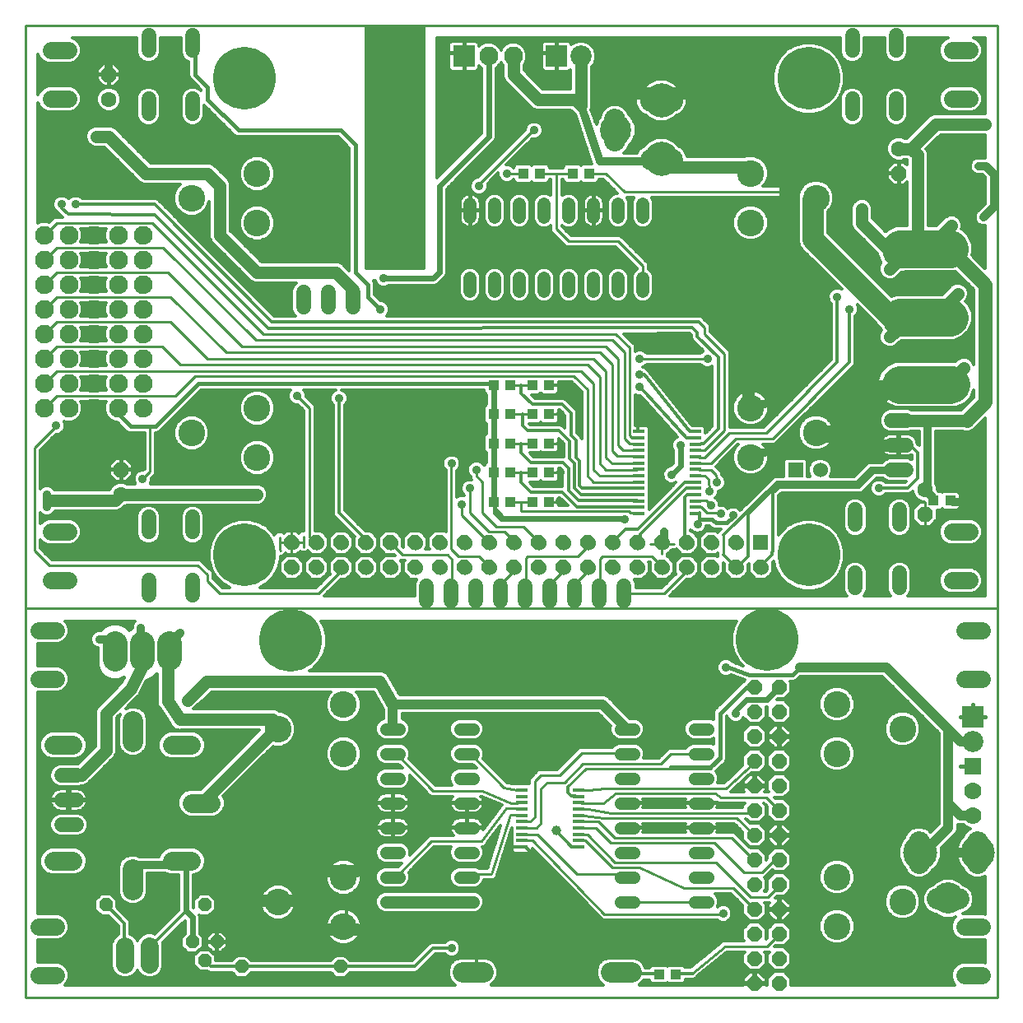
<source format=gbl>
G75*
%MOIN*%
%OFA0B0*%
%FSLAX25Y25*%
%IPPOS*%
%LPD*%
%AMOC8*
5,1,8,0,0,1.08239X$1,22.5*
%
%ADD10C,0.01000*%
%ADD11C,0.05000*%
%ADD12C,0.15000*%
%ADD13R,0.23622X0.98425*%
%ADD14C,0.10000*%
%ADD15C,0.03200*%
%ADD16C,0.00000*%
%ADD17R,0.06000X0.06000*%
%ADD18C,0.06000*%
%ADD19OC8,0.06000*%
%ADD20C,0.10800*%
%ADD21C,0.05937*%
%ADD22C,0.07050*%
%ADD23R,0.04134X0.04252*%
%ADD24R,0.04724X0.01378*%
%ADD25C,0.05200*%
%ADD26C,0.08600*%
%ADD27C,0.13843*%
%ADD28C,0.12661*%
%ADD29C,0.06000*%
%ADD30OC8,0.06300*%
%ADD31C,0.06300*%
%ADD32C,0.05150*%
%ADD33C,0.07800*%
%ADD34C,0.08250*%
%ADD35C,0.07400*%
%ADD36OC8,0.05200*%
%ADD37R,0.04331X0.03937*%
%ADD38R,0.04724X0.01575*%
%ADD39C,0.25400*%
%ADD40C,0.01200*%
%ADD41R,0.07000X0.07000*%
%ADD42R,0.08600X0.08600*%
%ADD43C,0.07000*%
%ADD44C,0.03569*%
%ADD45OC8,0.07600*%
%ADD46C,0.02400*%
%ADD47C,0.01600*%
%ADD48C,0.04000*%
%ADD49C,0.05600*%
%ADD50C,0.07600*%
%ADD51C,0.08600*%
%ADD52C,0.07000*%
%ADD53C,0.03962*%
D10*
X0013061Y0050702D02*
X0013061Y0208182D01*
X0406762Y0208182D01*
X0406762Y0444402D01*
X0174478Y0444402D01*
X0150856Y0444402D01*
X0150856Y0345977D01*
X0174478Y0345977D01*
X0174478Y0444402D01*
X0150856Y0444402D02*
X0013061Y0444402D01*
X0013061Y0208182D01*
X0022762Y0225652D02*
X0016762Y0231652D01*
X0016762Y0273402D01*
X0024762Y0281402D01*
X0020561Y0289402D02*
X0025561Y0294402D01*
X0073762Y0294402D01*
X0081762Y0302402D01*
X0235061Y0302402D01*
X0240561Y0296902D01*
X0240561Y0261902D01*
X0243061Y0259402D01*
X0263061Y0259402D01*
X0260561Y0261902D02*
X0245561Y0261902D01*
X0243061Y0264402D01*
X0243061Y0299402D01*
X0238061Y0304402D01*
X0025561Y0304402D01*
X0020561Y0299402D01*
X0020561Y0309402D02*
X0025561Y0314402D01*
X0068262Y0314402D01*
X0075762Y0306902D01*
X0075561Y0306902D01*
X0075762Y0306902D02*
X0240561Y0306902D01*
X0245561Y0301902D01*
X0245561Y0266902D01*
X0248061Y0264402D01*
X0260561Y0264402D01*
X0260561Y0266902D02*
X0250561Y0266902D01*
X0248061Y0269402D01*
X0248061Y0304402D01*
X0243061Y0309402D01*
X0086762Y0309402D01*
X0071762Y0324402D01*
X0025561Y0324402D01*
X0020561Y0319402D01*
X0020561Y0329402D02*
X0025561Y0334402D01*
X0071762Y0334402D01*
X0094262Y0311902D01*
X0245561Y0311902D01*
X0250561Y0306902D01*
X0250561Y0271902D01*
X0252561Y0269902D01*
X0260061Y0269902D01*
X0260561Y0272402D02*
X0255061Y0272402D01*
X0253061Y0274402D01*
X0253061Y0309402D01*
X0248061Y0314402D01*
X0100762Y0314402D01*
X0070762Y0344402D01*
X0025561Y0344402D01*
X0020561Y0339402D01*
X0020561Y0349402D02*
X0025561Y0354402D01*
X0068762Y0354402D01*
X0106262Y0316902D01*
X0250561Y0316902D01*
X0255561Y0311902D01*
X0255561Y0276902D01*
X0257561Y0274902D01*
X0260561Y0274902D01*
X0259561Y0277402D02*
X0258561Y0277402D01*
X0257561Y0278402D01*
X0257561Y0313902D01*
X0252061Y0319402D01*
X0109262Y0319402D01*
X0064262Y0364402D01*
X0025561Y0364402D01*
X0020561Y0359402D01*
X0063512Y0281902D02*
X0063512Y0263652D01*
X0060512Y0260652D01*
X0056762Y0264402D02*
X0051762Y0264402D01*
X0022762Y0225652D02*
X0082762Y0225652D01*
X0086762Y0221902D01*
X0086762Y0219402D01*
X0091762Y0214402D01*
X0131762Y0214402D01*
X0141762Y0224402D01*
X0130561Y0234402D02*
X0128061Y0236902D01*
X0128061Y0289402D01*
X0123061Y0294402D01*
X0120762Y0239402D02*
X0120762Y0234902D01*
X0120762Y0230652D01*
X0116262Y0231652D02*
X0116012Y0231902D01*
X0116012Y0236902D01*
X0116262Y0234902D02*
X0125262Y0234902D01*
X0125762Y0233152D02*
X0125762Y0237402D01*
X0160762Y0234902D02*
X0165762Y0229902D01*
X0184012Y0229902D01*
X0185762Y0228152D01*
X0185762Y0219652D01*
X0188512Y0229402D02*
X0185512Y0232402D01*
X0185512Y0266902D01*
X0195561Y0264402D02*
X0195561Y0261902D01*
X0198061Y0259402D01*
X0198061Y0246902D01*
X0198012Y0247152D02*
X0203762Y0241402D01*
X0214762Y0241402D01*
X0220512Y0235652D01*
X0216512Y0229402D02*
X0215762Y0228652D01*
X0215762Y0215402D01*
X0216762Y0214402D01*
X0226762Y0219402D02*
X0231762Y0224402D01*
X0236762Y0219402D02*
X0241762Y0224402D01*
X0245762Y0228402D02*
X0245762Y0215402D01*
X0246762Y0214402D01*
X0256762Y0214402D02*
X0271762Y0214402D01*
X0281762Y0224402D01*
X0271762Y0224402D02*
X0266762Y0229402D01*
X0246762Y0229402D01*
X0245762Y0228402D01*
X0241762Y0234402D02*
X0236762Y0229402D01*
X0216512Y0229402D01*
X0211762Y0224402D02*
X0206762Y0219402D01*
X0201762Y0224402D02*
X0196762Y0229402D01*
X0188512Y0229402D01*
X0201512Y0234402D02*
X0189762Y0246152D01*
X0189762Y0250652D01*
X0193061Y0246902D02*
X0193061Y0256902D01*
X0193061Y0246902D02*
X0200561Y0239402D01*
X0205561Y0239402D01*
X0205762Y0239402D02*
X0207012Y0239402D01*
X0210762Y0235652D01*
X0201762Y0234402D02*
X0201512Y0234402D01*
X0206561Y0245402D02*
X0254561Y0245402D01*
X0255561Y0244402D01*
X0258061Y0246902D02*
X0259561Y0246902D01*
X0258061Y0246902D02*
X0257411Y0247552D01*
X0213848Y0247552D01*
X0213848Y0251489D01*
X0217785Y0251489D01*
X0213848Y0251489D02*
X0209911Y0251489D01*
X0202037Y0251489D02*
X0202037Y0298733D01*
X0209911Y0298733D02*
X0213848Y0298733D01*
X0217785Y0298733D01*
X0217785Y0286922D02*
X0209911Y0286922D01*
X0209911Y0275111D02*
X0213848Y0275111D01*
X0217785Y0275111D01*
X0225659Y0275111D02*
X0229596Y0275111D01*
X0229596Y0263300D02*
X0225659Y0263300D01*
X0217785Y0263300D02*
X0213848Y0263300D01*
X0209911Y0263300D01*
X0224909Y0251300D02*
X0228846Y0251300D01*
X0229596Y0286922D02*
X0225659Y0286922D01*
X0261762Y0309402D02*
X0289262Y0309402D01*
X0296061Y0311402D02*
X0288061Y0319402D01*
X0288061Y0321902D01*
X0285561Y0324402D01*
X0296061Y0311402D02*
X0296061Y0280402D01*
X0288061Y0272402D01*
X0286061Y0272402D01*
X0285561Y0269402D02*
X0288061Y0269402D01*
X0298061Y0279402D01*
X0313061Y0279402D01*
X0330561Y0296902D01*
X0333061Y0294402D02*
X0315561Y0276902D01*
X0300561Y0276902D01*
X0290561Y0266902D01*
X0285561Y0266902D01*
X0285561Y0264402D02*
X0290561Y0264402D01*
X0292561Y0262402D01*
X0293311Y0259402D01*
X0289811Y0260652D02*
X0290061Y0255652D01*
X0288561Y0251902D02*
X0286561Y0251902D01*
X0288561Y0251902D02*
X0290561Y0249902D01*
X0289061Y0246902D02*
X0294561Y0246902D01*
X0289061Y0246902D02*
X0286561Y0249402D01*
X0295561Y0237902D02*
X0295561Y0229902D01*
X0275561Y0234402D02*
X0270561Y0234402D01*
X0266061Y0234402D01*
X0270561Y0234402D02*
X0270561Y0230402D01*
X0285561Y0261902D02*
X0288061Y0261902D01*
X0289811Y0260652D01*
X0263061Y0339402D02*
X0263061Y0346902D01*
X0253061Y0356902D01*
X0233061Y0356902D01*
X0228061Y0361902D01*
X0228061Y0384402D01*
X0220561Y0384402D01*
X0215561Y0384402D02*
X0208061Y0384402D01*
X0197012Y0380402D02*
X0218262Y0401652D01*
X0219012Y0401652D01*
X0228061Y0384402D02*
X0233061Y0384402D01*
X0240561Y0384402D02*
X0248061Y0384402D01*
X0255561Y0376902D01*
X0320561Y0376902D01*
X0243061Y0374402D02*
X0243061Y0369402D01*
X0193061Y0369402D02*
X0193061Y0366902D01*
X0377262Y0251402D02*
X0377262Y0241902D01*
X0406762Y0208182D02*
X0406762Y0050702D01*
X0013061Y0050702D01*
X0164262Y0100702D02*
X0177512Y0113952D01*
X0197762Y0113952D01*
X0207762Y0127202D01*
X0213262Y0127202D01*
X0212262Y0129452D02*
X0209762Y0129452D01*
X0198012Y0134452D01*
X0178012Y0134452D01*
X0164262Y0148202D01*
X0194262Y0148202D02*
X0206762Y0135702D01*
X0212012Y0134702D01*
X0219262Y0138202D02*
X0221762Y0140702D01*
X0229262Y0140702D01*
X0238262Y0149702D01*
X0260012Y0149702D01*
X0270262Y0145202D02*
X0274512Y0149452D01*
X0286762Y0149452D01*
X0289811Y0143452D02*
X0240110Y0143452D01*
X0240012Y0143452D02*
X0232512Y0135952D01*
X0231360Y0137702D02*
X0224360Y0137702D01*
X0224262Y0137702D02*
X0221762Y0135202D01*
X0221762Y0121202D01*
X0220012Y0119452D01*
X0219860Y0119452D02*
X0215860Y0119452D01*
X0215512Y0116702D02*
X0220512Y0116702D01*
X0236512Y0100702D01*
X0256762Y0100702D01*
X0261762Y0103452D02*
X0250512Y0103452D01*
X0250561Y0103452D02*
X0239811Y0114202D01*
X0235811Y0114202D01*
X0235311Y0116702D02*
X0240561Y0116702D01*
X0251811Y0105452D01*
X0292561Y0105452D01*
X0306561Y0091452D01*
X0313811Y0091452D01*
X0318061Y0095702D01*
X0311311Y0101452D02*
X0304061Y0101452D01*
X0292061Y0113452D01*
X0250061Y0113452D01*
X0244061Y0119452D01*
X0236061Y0119452D01*
X0237061Y0121952D02*
X0245061Y0121952D01*
X0251561Y0115452D01*
X0299061Y0115452D01*
X0308811Y0105702D01*
X0311311Y0101452D02*
X0315561Y0105702D01*
X0318061Y0105702D01*
X0308311Y0116202D02*
X0301061Y0123452D01*
X0247311Y0123452D01*
X0239061Y0124452D01*
X0238311Y0126952D02*
X0241061Y0126952D01*
X0250061Y0125452D01*
X0308811Y0125452D01*
X0313061Y0131702D02*
X0294561Y0131702D01*
X0292311Y0133452D01*
X0252061Y0133452D01*
X0247061Y0129452D01*
X0238061Y0129452D01*
X0235311Y0134702D02*
X0241061Y0134702D01*
X0247561Y0135452D01*
X0296811Y0135452D01*
X0308061Y0145702D01*
X0294512Y0147702D02*
X0290262Y0143452D01*
X0290110Y0143452D02*
X0289811Y0143452D01*
X0270360Y0145202D02*
X0238860Y0145202D01*
X0238762Y0145202D02*
X0231262Y0137702D01*
X0219262Y0138202D02*
X0219262Y0123702D01*
X0217512Y0121952D01*
X0214512Y0121952D01*
X0214762Y0124702D02*
X0209262Y0124702D01*
X0201762Y0100702D01*
X0194262Y0100702D01*
X0213262Y0114202D02*
X0218262Y0114202D01*
X0247512Y0084452D01*
X0295262Y0084452D01*
X0286762Y0089402D02*
X0256762Y0089402D01*
X0261762Y0103452D02*
X0279762Y0094952D01*
X0299762Y0094952D01*
X0308262Y0086452D01*
X0318311Y0076452D02*
X0313311Y0071452D01*
X0296311Y0071452D01*
X0283061Y0060452D01*
X0318061Y0125702D02*
X0318311Y0126452D01*
X0313061Y0131702D01*
D11*
X0191762Y0089402D02*
X0161762Y0089402D01*
X0146919Y0078261D02*
X0135108Y0078261D01*
X0123297Y0090072D02*
X0107549Y0090072D01*
X0135108Y0101883D02*
X0146919Y0101883D01*
X0114262Y0159402D02*
X0084262Y0129402D01*
X0115561Y0160702D02*
X0113061Y0163202D01*
X0075561Y0163202D01*
X0070561Y0170702D01*
X0070561Y0185702D01*
X0071561Y0186452D02*
X0071561Y0194952D01*
X0060561Y0194702D02*
X0060561Y0186202D01*
X0060561Y0185702D02*
X0055561Y0175702D01*
X0045561Y0165702D01*
X0045561Y0150702D01*
X0035561Y0140702D01*
X0030561Y0140702D01*
X0049311Y0186452D02*
X0049311Y0194952D01*
X0078762Y0171152D02*
X0081512Y0173652D01*
X0086512Y0178652D01*
X0156512Y0178652D01*
X0161762Y0169402D01*
X0106762Y0254402D02*
X0051762Y0254402D01*
X0049262Y0251902D01*
X0022762Y0251902D01*
X0106762Y0344402D02*
X0138762Y0344402D01*
X0145762Y0337402D01*
X0106762Y0344402D02*
X0091762Y0359402D01*
X0091762Y0379402D01*
X0086762Y0384402D01*
X0061762Y0384402D01*
X0046762Y0399402D01*
X0041762Y0399402D01*
X0210561Y0424402D02*
X0220561Y0414402D01*
X0235561Y0414402D01*
X0238061Y0411902D01*
X0238061Y0431902D01*
X0260561Y0416902D02*
X0293061Y0416902D01*
X0320561Y0389402D01*
X0320561Y0361902D01*
X0305561Y0346902D01*
X0305561Y0289402D01*
X0331762Y0279402D02*
X0351762Y0279402D01*
X0356762Y0274402D01*
X0366762Y0274402D01*
X0366762Y0284402D02*
X0378262Y0284402D01*
X0394262Y0284402D01*
X0387077Y0298733D02*
X0367392Y0298733D01*
X0363061Y0298202D02*
X0358061Y0298202D01*
X0363061Y0318202D02*
X0365561Y0320702D01*
X0367392Y0326292D02*
X0387077Y0326292D01*
X0385561Y0330702D02*
X0390561Y0335702D01*
X0398888Y0342040D02*
X0399124Y0342040D01*
X0387077Y0353851D02*
X0367392Y0353851D01*
X0371762Y0354402D02*
X0374262Y0356902D01*
X0374262Y0391902D01*
X0371762Y0394402D01*
X0366762Y0394402D01*
X0371762Y0394402D02*
X0381762Y0404402D01*
X0401762Y0404402D01*
X0388061Y0363202D02*
X0383061Y0358202D01*
X0385561Y0360702D02*
X0388061Y0363202D01*
X0365561Y0348202D02*
X0363061Y0345702D01*
X0361762Y0354402D02*
X0351762Y0364402D01*
X0351762Y0369902D01*
X0308061Y0384402D02*
X0305561Y0386902D01*
X0270561Y0386902D01*
X0210561Y0424402D02*
X0210561Y0431902D01*
X0390561Y0303202D02*
X0393061Y0305702D01*
D12*
X0388012Y0298902D02*
X0367262Y0298902D01*
X0367295Y0298802D02*
X0386980Y0298802D01*
X0387077Y0298733D02*
X0367392Y0298733D01*
X0367545Y0326052D02*
X0387230Y0326052D01*
X0387262Y0326152D02*
X0367512Y0326152D01*
X0367392Y0326292D02*
X0387077Y0326292D01*
X0387230Y0353802D02*
X0367545Y0353802D01*
X0367512Y0353902D02*
X0367262Y0353652D01*
X0367392Y0353851D02*
X0387077Y0353851D01*
X0387262Y0353902D02*
X0367512Y0353902D01*
D13*
X0162667Y0395190D03*
D14*
X0071211Y0194121D02*
X0071211Y0187936D01*
X0060211Y0187686D02*
X0060211Y0193871D01*
X0049211Y0193871D02*
X0049211Y0187686D01*
D15*
X0046061Y0195702D02*
X0043061Y0195702D01*
X0059811Y0196452D02*
X0059811Y0200452D01*
X0073311Y0195952D02*
X0075561Y0198202D01*
X0021762Y0249402D02*
X0021762Y0254402D01*
X0056762Y0104402D02*
X0076762Y0104402D01*
X0271762Y0234402D02*
X0271762Y0239402D01*
X0308337Y0271174D02*
X0312274Y0271174D01*
X0312274Y0290859D02*
X0308337Y0290859D01*
X0378262Y0284402D02*
X0378262Y0255402D01*
X0380262Y0253402D01*
X0388762Y0251402D02*
X0391762Y0251402D01*
X0393762Y0249402D01*
X0401012Y0366652D02*
X0405262Y0370902D01*
X0405262Y0384152D01*
X0402012Y0387402D01*
X0399012Y0387402D01*
X0265561Y0389402D02*
X0245561Y0389402D01*
X0238061Y0411902D01*
X0046762Y0424402D02*
X0046762Y0429402D01*
D16*
X0096231Y0422749D02*
X0096233Y0422896D01*
X0096239Y0423042D01*
X0096249Y0423188D01*
X0096263Y0423334D01*
X0096281Y0423480D01*
X0096302Y0423625D01*
X0096328Y0423769D01*
X0096358Y0423913D01*
X0096391Y0424055D01*
X0096428Y0424197D01*
X0096469Y0424338D01*
X0096514Y0424477D01*
X0096563Y0424616D01*
X0096615Y0424753D01*
X0096672Y0424888D01*
X0096731Y0425022D01*
X0096795Y0425154D01*
X0096862Y0425284D01*
X0096932Y0425413D01*
X0097006Y0425540D01*
X0097083Y0425664D01*
X0097164Y0425787D01*
X0097248Y0425907D01*
X0097335Y0426025D01*
X0097425Y0426140D01*
X0097518Y0426253D01*
X0097615Y0426364D01*
X0097714Y0426472D01*
X0097816Y0426577D01*
X0097921Y0426679D01*
X0098029Y0426778D01*
X0098140Y0426875D01*
X0098253Y0426968D01*
X0098368Y0427058D01*
X0098486Y0427145D01*
X0098606Y0427229D01*
X0098729Y0427310D01*
X0098853Y0427387D01*
X0098980Y0427461D01*
X0099109Y0427531D01*
X0099239Y0427598D01*
X0099371Y0427662D01*
X0099505Y0427721D01*
X0099640Y0427778D01*
X0099777Y0427830D01*
X0099916Y0427879D01*
X0100055Y0427924D01*
X0100196Y0427965D01*
X0100338Y0428002D01*
X0100480Y0428035D01*
X0100624Y0428065D01*
X0100768Y0428091D01*
X0100913Y0428112D01*
X0101059Y0428130D01*
X0101205Y0428144D01*
X0101351Y0428154D01*
X0101497Y0428160D01*
X0101644Y0428162D01*
X0101791Y0428160D01*
X0101937Y0428154D01*
X0102083Y0428144D01*
X0102229Y0428130D01*
X0102375Y0428112D01*
X0102520Y0428091D01*
X0102664Y0428065D01*
X0102808Y0428035D01*
X0102950Y0428002D01*
X0103092Y0427965D01*
X0103233Y0427924D01*
X0103372Y0427879D01*
X0103511Y0427830D01*
X0103648Y0427778D01*
X0103783Y0427721D01*
X0103917Y0427662D01*
X0104049Y0427598D01*
X0104179Y0427531D01*
X0104308Y0427461D01*
X0104435Y0427387D01*
X0104559Y0427310D01*
X0104682Y0427229D01*
X0104802Y0427145D01*
X0104920Y0427058D01*
X0105035Y0426968D01*
X0105148Y0426875D01*
X0105259Y0426778D01*
X0105367Y0426679D01*
X0105472Y0426577D01*
X0105574Y0426472D01*
X0105673Y0426364D01*
X0105770Y0426253D01*
X0105863Y0426140D01*
X0105953Y0426025D01*
X0106040Y0425907D01*
X0106124Y0425787D01*
X0106205Y0425664D01*
X0106282Y0425540D01*
X0106356Y0425413D01*
X0106426Y0425284D01*
X0106493Y0425154D01*
X0106557Y0425022D01*
X0106616Y0424888D01*
X0106673Y0424753D01*
X0106725Y0424616D01*
X0106774Y0424477D01*
X0106819Y0424338D01*
X0106860Y0424197D01*
X0106897Y0424055D01*
X0106930Y0423913D01*
X0106960Y0423769D01*
X0106986Y0423625D01*
X0107007Y0423480D01*
X0107025Y0423334D01*
X0107039Y0423188D01*
X0107049Y0423042D01*
X0107055Y0422896D01*
X0107057Y0422749D01*
X0107055Y0422602D01*
X0107049Y0422456D01*
X0107039Y0422310D01*
X0107025Y0422164D01*
X0107007Y0422018D01*
X0106986Y0421873D01*
X0106960Y0421729D01*
X0106930Y0421585D01*
X0106897Y0421443D01*
X0106860Y0421301D01*
X0106819Y0421160D01*
X0106774Y0421021D01*
X0106725Y0420882D01*
X0106673Y0420745D01*
X0106616Y0420610D01*
X0106557Y0420476D01*
X0106493Y0420344D01*
X0106426Y0420214D01*
X0106356Y0420085D01*
X0106282Y0419958D01*
X0106205Y0419834D01*
X0106124Y0419711D01*
X0106040Y0419591D01*
X0105953Y0419473D01*
X0105863Y0419358D01*
X0105770Y0419245D01*
X0105673Y0419134D01*
X0105574Y0419026D01*
X0105472Y0418921D01*
X0105367Y0418819D01*
X0105259Y0418720D01*
X0105148Y0418623D01*
X0105035Y0418530D01*
X0104920Y0418440D01*
X0104802Y0418353D01*
X0104682Y0418269D01*
X0104559Y0418188D01*
X0104435Y0418111D01*
X0104308Y0418037D01*
X0104179Y0417967D01*
X0104049Y0417900D01*
X0103917Y0417836D01*
X0103783Y0417777D01*
X0103648Y0417720D01*
X0103511Y0417668D01*
X0103372Y0417619D01*
X0103233Y0417574D01*
X0103092Y0417533D01*
X0102950Y0417496D01*
X0102808Y0417463D01*
X0102664Y0417433D01*
X0102520Y0417407D01*
X0102375Y0417386D01*
X0102229Y0417368D01*
X0102083Y0417354D01*
X0101937Y0417344D01*
X0101791Y0417338D01*
X0101644Y0417336D01*
X0101497Y0417338D01*
X0101351Y0417344D01*
X0101205Y0417354D01*
X0101059Y0417368D01*
X0100913Y0417386D01*
X0100768Y0417407D01*
X0100624Y0417433D01*
X0100480Y0417463D01*
X0100338Y0417496D01*
X0100196Y0417533D01*
X0100055Y0417574D01*
X0099916Y0417619D01*
X0099777Y0417668D01*
X0099640Y0417720D01*
X0099505Y0417777D01*
X0099371Y0417836D01*
X0099239Y0417900D01*
X0099109Y0417967D01*
X0098980Y0418037D01*
X0098853Y0418111D01*
X0098729Y0418188D01*
X0098606Y0418269D01*
X0098486Y0418353D01*
X0098368Y0418440D01*
X0098253Y0418530D01*
X0098140Y0418623D01*
X0098029Y0418720D01*
X0097921Y0418819D01*
X0097816Y0418921D01*
X0097714Y0419026D01*
X0097615Y0419134D01*
X0097518Y0419245D01*
X0097425Y0419358D01*
X0097335Y0419473D01*
X0097248Y0419591D01*
X0097164Y0419711D01*
X0097083Y0419834D01*
X0097006Y0419958D01*
X0096932Y0420085D01*
X0096862Y0420214D01*
X0096795Y0420344D01*
X0096731Y0420476D01*
X0096672Y0420610D01*
X0096615Y0420745D01*
X0096563Y0420882D01*
X0096514Y0421021D01*
X0096469Y0421160D01*
X0096428Y0421301D01*
X0096391Y0421443D01*
X0096358Y0421585D01*
X0096328Y0421729D01*
X0096302Y0421873D01*
X0096281Y0422018D01*
X0096263Y0422164D01*
X0096249Y0422310D01*
X0096239Y0422456D01*
X0096233Y0422602D01*
X0096231Y0422749D01*
X0096231Y0229835D02*
X0096233Y0229982D01*
X0096239Y0230128D01*
X0096249Y0230274D01*
X0096263Y0230420D01*
X0096281Y0230566D01*
X0096302Y0230711D01*
X0096328Y0230855D01*
X0096358Y0230999D01*
X0096391Y0231141D01*
X0096428Y0231283D01*
X0096469Y0231424D01*
X0096514Y0231563D01*
X0096563Y0231702D01*
X0096615Y0231839D01*
X0096672Y0231974D01*
X0096731Y0232108D01*
X0096795Y0232240D01*
X0096862Y0232370D01*
X0096932Y0232499D01*
X0097006Y0232626D01*
X0097083Y0232750D01*
X0097164Y0232873D01*
X0097248Y0232993D01*
X0097335Y0233111D01*
X0097425Y0233226D01*
X0097518Y0233339D01*
X0097615Y0233450D01*
X0097714Y0233558D01*
X0097816Y0233663D01*
X0097921Y0233765D01*
X0098029Y0233864D01*
X0098140Y0233961D01*
X0098253Y0234054D01*
X0098368Y0234144D01*
X0098486Y0234231D01*
X0098606Y0234315D01*
X0098729Y0234396D01*
X0098853Y0234473D01*
X0098980Y0234547D01*
X0099109Y0234617D01*
X0099239Y0234684D01*
X0099371Y0234748D01*
X0099505Y0234807D01*
X0099640Y0234864D01*
X0099777Y0234916D01*
X0099916Y0234965D01*
X0100055Y0235010D01*
X0100196Y0235051D01*
X0100338Y0235088D01*
X0100480Y0235121D01*
X0100624Y0235151D01*
X0100768Y0235177D01*
X0100913Y0235198D01*
X0101059Y0235216D01*
X0101205Y0235230D01*
X0101351Y0235240D01*
X0101497Y0235246D01*
X0101644Y0235248D01*
X0101791Y0235246D01*
X0101937Y0235240D01*
X0102083Y0235230D01*
X0102229Y0235216D01*
X0102375Y0235198D01*
X0102520Y0235177D01*
X0102664Y0235151D01*
X0102808Y0235121D01*
X0102950Y0235088D01*
X0103092Y0235051D01*
X0103233Y0235010D01*
X0103372Y0234965D01*
X0103511Y0234916D01*
X0103648Y0234864D01*
X0103783Y0234807D01*
X0103917Y0234748D01*
X0104049Y0234684D01*
X0104179Y0234617D01*
X0104308Y0234547D01*
X0104435Y0234473D01*
X0104559Y0234396D01*
X0104682Y0234315D01*
X0104802Y0234231D01*
X0104920Y0234144D01*
X0105035Y0234054D01*
X0105148Y0233961D01*
X0105259Y0233864D01*
X0105367Y0233765D01*
X0105472Y0233663D01*
X0105574Y0233558D01*
X0105673Y0233450D01*
X0105770Y0233339D01*
X0105863Y0233226D01*
X0105953Y0233111D01*
X0106040Y0232993D01*
X0106124Y0232873D01*
X0106205Y0232750D01*
X0106282Y0232626D01*
X0106356Y0232499D01*
X0106426Y0232370D01*
X0106493Y0232240D01*
X0106557Y0232108D01*
X0106616Y0231974D01*
X0106673Y0231839D01*
X0106725Y0231702D01*
X0106774Y0231563D01*
X0106819Y0231424D01*
X0106860Y0231283D01*
X0106897Y0231141D01*
X0106930Y0230999D01*
X0106960Y0230855D01*
X0106986Y0230711D01*
X0107007Y0230566D01*
X0107025Y0230420D01*
X0107039Y0230274D01*
X0107049Y0230128D01*
X0107055Y0229982D01*
X0107057Y0229835D01*
X0107055Y0229688D01*
X0107049Y0229542D01*
X0107039Y0229396D01*
X0107025Y0229250D01*
X0107007Y0229104D01*
X0106986Y0228959D01*
X0106960Y0228815D01*
X0106930Y0228671D01*
X0106897Y0228529D01*
X0106860Y0228387D01*
X0106819Y0228246D01*
X0106774Y0228107D01*
X0106725Y0227968D01*
X0106673Y0227831D01*
X0106616Y0227696D01*
X0106557Y0227562D01*
X0106493Y0227430D01*
X0106426Y0227300D01*
X0106356Y0227171D01*
X0106282Y0227044D01*
X0106205Y0226920D01*
X0106124Y0226797D01*
X0106040Y0226677D01*
X0105953Y0226559D01*
X0105863Y0226444D01*
X0105770Y0226331D01*
X0105673Y0226220D01*
X0105574Y0226112D01*
X0105472Y0226007D01*
X0105367Y0225905D01*
X0105259Y0225806D01*
X0105148Y0225709D01*
X0105035Y0225616D01*
X0104920Y0225526D01*
X0104802Y0225439D01*
X0104682Y0225355D01*
X0104559Y0225274D01*
X0104435Y0225197D01*
X0104308Y0225123D01*
X0104179Y0225053D01*
X0104049Y0224986D01*
X0103917Y0224922D01*
X0103783Y0224863D01*
X0103648Y0224806D01*
X0103511Y0224754D01*
X0103372Y0224705D01*
X0103233Y0224660D01*
X0103092Y0224619D01*
X0102950Y0224582D01*
X0102808Y0224549D01*
X0102664Y0224519D01*
X0102520Y0224493D01*
X0102375Y0224472D01*
X0102229Y0224454D01*
X0102083Y0224440D01*
X0101937Y0224430D01*
X0101791Y0224424D01*
X0101644Y0224422D01*
X0101497Y0224424D01*
X0101351Y0224430D01*
X0101205Y0224440D01*
X0101059Y0224454D01*
X0100913Y0224472D01*
X0100768Y0224493D01*
X0100624Y0224519D01*
X0100480Y0224549D01*
X0100338Y0224582D01*
X0100196Y0224619D01*
X0100055Y0224660D01*
X0099916Y0224705D01*
X0099777Y0224754D01*
X0099640Y0224806D01*
X0099505Y0224863D01*
X0099371Y0224922D01*
X0099239Y0224986D01*
X0099109Y0225053D01*
X0098980Y0225123D01*
X0098853Y0225197D01*
X0098729Y0225274D01*
X0098606Y0225355D01*
X0098486Y0225439D01*
X0098368Y0225526D01*
X0098253Y0225616D01*
X0098140Y0225709D01*
X0098029Y0225806D01*
X0097921Y0225905D01*
X0097816Y0226007D01*
X0097714Y0226112D01*
X0097615Y0226220D01*
X0097518Y0226331D01*
X0097425Y0226444D01*
X0097335Y0226559D01*
X0097248Y0226677D01*
X0097164Y0226797D01*
X0097083Y0226920D01*
X0097006Y0227044D01*
X0096932Y0227171D01*
X0096862Y0227300D01*
X0096795Y0227430D01*
X0096731Y0227562D01*
X0096672Y0227696D01*
X0096615Y0227831D01*
X0096563Y0227968D01*
X0096514Y0228107D01*
X0096469Y0228246D01*
X0096428Y0228387D01*
X0096391Y0228529D01*
X0096358Y0228671D01*
X0096328Y0228815D01*
X0096302Y0228959D01*
X0096281Y0229104D01*
X0096263Y0229250D01*
X0096249Y0229396D01*
X0096239Y0229542D01*
X0096233Y0229688D01*
X0096231Y0229835D01*
X0324577Y0229835D02*
X0324579Y0229982D01*
X0324585Y0230128D01*
X0324595Y0230274D01*
X0324609Y0230420D01*
X0324627Y0230566D01*
X0324648Y0230711D01*
X0324674Y0230855D01*
X0324704Y0230999D01*
X0324737Y0231141D01*
X0324774Y0231283D01*
X0324815Y0231424D01*
X0324860Y0231563D01*
X0324909Y0231702D01*
X0324961Y0231839D01*
X0325018Y0231974D01*
X0325077Y0232108D01*
X0325141Y0232240D01*
X0325208Y0232370D01*
X0325278Y0232499D01*
X0325352Y0232626D01*
X0325429Y0232750D01*
X0325510Y0232873D01*
X0325594Y0232993D01*
X0325681Y0233111D01*
X0325771Y0233226D01*
X0325864Y0233339D01*
X0325961Y0233450D01*
X0326060Y0233558D01*
X0326162Y0233663D01*
X0326267Y0233765D01*
X0326375Y0233864D01*
X0326486Y0233961D01*
X0326599Y0234054D01*
X0326714Y0234144D01*
X0326832Y0234231D01*
X0326952Y0234315D01*
X0327075Y0234396D01*
X0327199Y0234473D01*
X0327326Y0234547D01*
X0327455Y0234617D01*
X0327585Y0234684D01*
X0327717Y0234748D01*
X0327851Y0234807D01*
X0327986Y0234864D01*
X0328123Y0234916D01*
X0328262Y0234965D01*
X0328401Y0235010D01*
X0328542Y0235051D01*
X0328684Y0235088D01*
X0328826Y0235121D01*
X0328970Y0235151D01*
X0329114Y0235177D01*
X0329259Y0235198D01*
X0329405Y0235216D01*
X0329551Y0235230D01*
X0329697Y0235240D01*
X0329843Y0235246D01*
X0329990Y0235248D01*
X0330137Y0235246D01*
X0330283Y0235240D01*
X0330429Y0235230D01*
X0330575Y0235216D01*
X0330721Y0235198D01*
X0330866Y0235177D01*
X0331010Y0235151D01*
X0331154Y0235121D01*
X0331296Y0235088D01*
X0331438Y0235051D01*
X0331579Y0235010D01*
X0331718Y0234965D01*
X0331857Y0234916D01*
X0331994Y0234864D01*
X0332129Y0234807D01*
X0332263Y0234748D01*
X0332395Y0234684D01*
X0332525Y0234617D01*
X0332654Y0234547D01*
X0332781Y0234473D01*
X0332905Y0234396D01*
X0333028Y0234315D01*
X0333148Y0234231D01*
X0333266Y0234144D01*
X0333381Y0234054D01*
X0333494Y0233961D01*
X0333605Y0233864D01*
X0333713Y0233765D01*
X0333818Y0233663D01*
X0333920Y0233558D01*
X0334019Y0233450D01*
X0334116Y0233339D01*
X0334209Y0233226D01*
X0334299Y0233111D01*
X0334386Y0232993D01*
X0334470Y0232873D01*
X0334551Y0232750D01*
X0334628Y0232626D01*
X0334702Y0232499D01*
X0334772Y0232370D01*
X0334839Y0232240D01*
X0334903Y0232108D01*
X0334962Y0231974D01*
X0335019Y0231839D01*
X0335071Y0231702D01*
X0335120Y0231563D01*
X0335165Y0231424D01*
X0335206Y0231283D01*
X0335243Y0231141D01*
X0335276Y0230999D01*
X0335306Y0230855D01*
X0335332Y0230711D01*
X0335353Y0230566D01*
X0335371Y0230420D01*
X0335385Y0230274D01*
X0335395Y0230128D01*
X0335401Y0229982D01*
X0335403Y0229835D01*
X0335401Y0229688D01*
X0335395Y0229542D01*
X0335385Y0229396D01*
X0335371Y0229250D01*
X0335353Y0229104D01*
X0335332Y0228959D01*
X0335306Y0228815D01*
X0335276Y0228671D01*
X0335243Y0228529D01*
X0335206Y0228387D01*
X0335165Y0228246D01*
X0335120Y0228107D01*
X0335071Y0227968D01*
X0335019Y0227831D01*
X0334962Y0227696D01*
X0334903Y0227562D01*
X0334839Y0227430D01*
X0334772Y0227300D01*
X0334702Y0227171D01*
X0334628Y0227044D01*
X0334551Y0226920D01*
X0334470Y0226797D01*
X0334386Y0226677D01*
X0334299Y0226559D01*
X0334209Y0226444D01*
X0334116Y0226331D01*
X0334019Y0226220D01*
X0333920Y0226112D01*
X0333818Y0226007D01*
X0333713Y0225905D01*
X0333605Y0225806D01*
X0333494Y0225709D01*
X0333381Y0225616D01*
X0333266Y0225526D01*
X0333148Y0225439D01*
X0333028Y0225355D01*
X0332905Y0225274D01*
X0332781Y0225197D01*
X0332654Y0225123D01*
X0332525Y0225053D01*
X0332395Y0224986D01*
X0332263Y0224922D01*
X0332129Y0224863D01*
X0331994Y0224806D01*
X0331857Y0224754D01*
X0331718Y0224705D01*
X0331579Y0224660D01*
X0331438Y0224619D01*
X0331296Y0224582D01*
X0331154Y0224549D01*
X0331010Y0224519D01*
X0330866Y0224493D01*
X0330721Y0224472D01*
X0330575Y0224454D01*
X0330429Y0224440D01*
X0330283Y0224430D01*
X0330137Y0224424D01*
X0329990Y0224422D01*
X0329843Y0224424D01*
X0329697Y0224430D01*
X0329551Y0224440D01*
X0329405Y0224454D01*
X0329259Y0224472D01*
X0329114Y0224493D01*
X0328970Y0224519D01*
X0328826Y0224549D01*
X0328684Y0224582D01*
X0328542Y0224619D01*
X0328401Y0224660D01*
X0328262Y0224705D01*
X0328123Y0224754D01*
X0327986Y0224806D01*
X0327851Y0224863D01*
X0327717Y0224922D01*
X0327585Y0224986D01*
X0327455Y0225053D01*
X0327326Y0225123D01*
X0327199Y0225197D01*
X0327075Y0225274D01*
X0326952Y0225355D01*
X0326832Y0225439D01*
X0326714Y0225526D01*
X0326599Y0225616D01*
X0326486Y0225709D01*
X0326375Y0225806D01*
X0326267Y0225905D01*
X0326162Y0226007D01*
X0326060Y0226112D01*
X0325961Y0226220D01*
X0325864Y0226331D01*
X0325771Y0226444D01*
X0325681Y0226559D01*
X0325594Y0226677D01*
X0325510Y0226797D01*
X0325429Y0226920D01*
X0325352Y0227044D01*
X0325278Y0227171D01*
X0325208Y0227300D01*
X0325141Y0227430D01*
X0325077Y0227562D01*
X0325018Y0227696D01*
X0324961Y0227831D01*
X0324909Y0227968D01*
X0324860Y0228107D01*
X0324815Y0228246D01*
X0324774Y0228387D01*
X0324737Y0228529D01*
X0324704Y0228671D01*
X0324674Y0228815D01*
X0324648Y0228959D01*
X0324627Y0229104D01*
X0324609Y0229250D01*
X0324595Y0229396D01*
X0324585Y0229542D01*
X0324579Y0229688D01*
X0324577Y0229835D01*
X0324577Y0422749D02*
X0324579Y0422896D01*
X0324585Y0423042D01*
X0324595Y0423188D01*
X0324609Y0423334D01*
X0324627Y0423480D01*
X0324648Y0423625D01*
X0324674Y0423769D01*
X0324704Y0423913D01*
X0324737Y0424055D01*
X0324774Y0424197D01*
X0324815Y0424338D01*
X0324860Y0424477D01*
X0324909Y0424616D01*
X0324961Y0424753D01*
X0325018Y0424888D01*
X0325077Y0425022D01*
X0325141Y0425154D01*
X0325208Y0425284D01*
X0325278Y0425413D01*
X0325352Y0425540D01*
X0325429Y0425664D01*
X0325510Y0425787D01*
X0325594Y0425907D01*
X0325681Y0426025D01*
X0325771Y0426140D01*
X0325864Y0426253D01*
X0325961Y0426364D01*
X0326060Y0426472D01*
X0326162Y0426577D01*
X0326267Y0426679D01*
X0326375Y0426778D01*
X0326486Y0426875D01*
X0326599Y0426968D01*
X0326714Y0427058D01*
X0326832Y0427145D01*
X0326952Y0427229D01*
X0327075Y0427310D01*
X0327199Y0427387D01*
X0327326Y0427461D01*
X0327455Y0427531D01*
X0327585Y0427598D01*
X0327717Y0427662D01*
X0327851Y0427721D01*
X0327986Y0427778D01*
X0328123Y0427830D01*
X0328262Y0427879D01*
X0328401Y0427924D01*
X0328542Y0427965D01*
X0328684Y0428002D01*
X0328826Y0428035D01*
X0328970Y0428065D01*
X0329114Y0428091D01*
X0329259Y0428112D01*
X0329405Y0428130D01*
X0329551Y0428144D01*
X0329697Y0428154D01*
X0329843Y0428160D01*
X0329990Y0428162D01*
X0330137Y0428160D01*
X0330283Y0428154D01*
X0330429Y0428144D01*
X0330575Y0428130D01*
X0330721Y0428112D01*
X0330866Y0428091D01*
X0331010Y0428065D01*
X0331154Y0428035D01*
X0331296Y0428002D01*
X0331438Y0427965D01*
X0331579Y0427924D01*
X0331718Y0427879D01*
X0331857Y0427830D01*
X0331994Y0427778D01*
X0332129Y0427721D01*
X0332263Y0427662D01*
X0332395Y0427598D01*
X0332525Y0427531D01*
X0332654Y0427461D01*
X0332781Y0427387D01*
X0332905Y0427310D01*
X0333028Y0427229D01*
X0333148Y0427145D01*
X0333266Y0427058D01*
X0333381Y0426968D01*
X0333494Y0426875D01*
X0333605Y0426778D01*
X0333713Y0426679D01*
X0333818Y0426577D01*
X0333920Y0426472D01*
X0334019Y0426364D01*
X0334116Y0426253D01*
X0334209Y0426140D01*
X0334299Y0426025D01*
X0334386Y0425907D01*
X0334470Y0425787D01*
X0334551Y0425664D01*
X0334628Y0425540D01*
X0334702Y0425413D01*
X0334772Y0425284D01*
X0334839Y0425154D01*
X0334903Y0425022D01*
X0334962Y0424888D01*
X0335019Y0424753D01*
X0335071Y0424616D01*
X0335120Y0424477D01*
X0335165Y0424338D01*
X0335206Y0424197D01*
X0335243Y0424055D01*
X0335276Y0423913D01*
X0335306Y0423769D01*
X0335332Y0423625D01*
X0335353Y0423480D01*
X0335371Y0423334D01*
X0335385Y0423188D01*
X0335395Y0423042D01*
X0335401Y0422896D01*
X0335403Y0422749D01*
X0335401Y0422602D01*
X0335395Y0422456D01*
X0335385Y0422310D01*
X0335371Y0422164D01*
X0335353Y0422018D01*
X0335332Y0421873D01*
X0335306Y0421729D01*
X0335276Y0421585D01*
X0335243Y0421443D01*
X0335206Y0421301D01*
X0335165Y0421160D01*
X0335120Y0421021D01*
X0335071Y0420882D01*
X0335019Y0420745D01*
X0334962Y0420610D01*
X0334903Y0420476D01*
X0334839Y0420344D01*
X0334772Y0420214D01*
X0334702Y0420085D01*
X0334628Y0419958D01*
X0334551Y0419834D01*
X0334470Y0419711D01*
X0334386Y0419591D01*
X0334299Y0419473D01*
X0334209Y0419358D01*
X0334116Y0419245D01*
X0334019Y0419134D01*
X0333920Y0419026D01*
X0333818Y0418921D01*
X0333713Y0418819D01*
X0333605Y0418720D01*
X0333494Y0418623D01*
X0333381Y0418530D01*
X0333266Y0418440D01*
X0333148Y0418353D01*
X0333028Y0418269D01*
X0332905Y0418188D01*
X0332781Y0418111D01*
X0332654Y0418037D01*
X0332525Y0417967D01*
X0332395Y0417900D01*
X0332263Y0417836D01*
X0332129Y0417777D01*
X0331994Y0417720D01*
X0331857Y0417668D01*
X0331718Y0417619D01*
X0331579Y0417574D01*
X0331438Y0417533D01*
X0331296Y0417496D01*
X0331154Y0417463D01*
X0331010Y0417433D01*
X0330866Y0417407D01*
X0330721Y0417386D01*
X0330575Y0417368D01*
X0330429Y0417354D01*
X0330283Y0417344D01*
X0330137Y0417338D01*
X0329990Y0417336D01*
X0329843Y0417338D01*
X0329697Y0417344D01*
X0329551Y0417354D01*
X0329405Y0417368D01*
X0329259Y0417386D01*
X0329114Y0417407D01*
X0328970Y0417433D01*
X0328826Y0417463D01*
X0328684Y0417496D01*
X0328542Y0417533D01*
X0328401Y0417574D01*
X0328262Y0417619D01*
X0328123Y0417668D01*
X0327986Y0417720D01*
X0327851Y0417777D01*
X0327717Y0417836D01*
X0327585Y0417900D01*
X0327455Y0417967D01*
X0327326Y0418037D01*
X0327199Y0418111D01*
X0327075Y0418188D01*
X0326952Y0418269D01*
X0326832Y0418353D01*
X0326714Y0418440D01*
X0326599Y0418530D01*
X0326486Y0418623D01*
X0326375Y0418720D01*
X0326267Y0418819D01*
X0326162Y0418921D01*
X0326060Y0419026D01*
X0325961Y0419134D01*
X0325864Y0419245D01*
X0325771Y0419358D01*
X0325681Y0419473D01*
X0325594Y0419591D01*
X0325510Y0419711D01*
X0325429Y0419834D01*
X0325352Y0419958D01*
X0325278Y0420085D01*
X0325208Y0420214D01*
X0325141Y0420344D01*
X0325077Y0420476D01*
X0325018Y0420610D01*
X0324961Y0420745D01*
X0324909Y0420882D01*
X0324860Y0421021D01*
X0324815Y0421160D01*
X0324774Y0421301D01*
X0324737Y0421443D01*
X0324704Y0421585D01*
X0324674Y0421729D01*
X0324648Y0421873D01*
X0324627Y0422018D01*
X0324609Y0422164D01*
X0324595Y0422310D01*
X0324585Y0422456D01*
X0324579Y0422602D01*
X0324577Y0422749D01*
D17*
X0324872Y0264324D03*
X0310817Y0234835D03*
D18*
X0310870Y0224828D03*
X0300870Y0224828D03*
X0290870Y0224828D03*
X0280870Y0224828D03*
X0280870Y0234828D03*
X0290870Y0234828D03*
X0300870Y0234828D03*
X0270870Y0234828D03*
X0270870Y0224828D03*
X0260870Y0224828D03*
X0250870Y0224828D03*
X0250870Y0234828D03*
X0260870Y0234828D03*
X0240870Y0234828D03*
X0240870Y0224828D03*
X0230870Y0224828D03*
X0220870Y0224828D03*
X0210870Y0224828D03*
X0210870Y0234828D03*
X0220870Y0234828D03*
X0230870Y0234828D03*
X0200870Y0234828D03*
X0200870Y0224828D03*
X0190870Y0224828D03*
X0180870Y0224828D03*
X0180870Y0234828D03*
X0190870Y0234828D03*
X0170870Y0234828D03*
X0170870Y0224828D03*
X0160870Y0224828D03*
X0150870Y0224828D03*
X0150870Y0234828D03*
X0160870Y0234828D03*
X0140870Y0234828D03*
X0140870Y0224828D03*
X0130870Y0224828D03*
X0120870Y0224828D03*
X0120870Y0234828D03*
X0130870Y0234828D03*
X0334872Y0264324D03*
D19*
X0310762Y0234902D03*
X0310762Y0234902D03*
X0310762Y0224902D03*
X0310762Y0224902D03*
X0300762Y0224902D03*
X0300762Y0224902D03*
X0290762Y0224902D03*
X0290762Y0224902D03*
X0280762Y0224902D03*
X0280762Y0224902D03*
X0280762Y0234902D03*
X0280762Y0234902D03*
X0290762Y0234902D03*
X0290762Y0234902D03*
X0300762Y0234902D03*
X0300762Y0234902D03*
X0270762Y0234902D03*
X0270762Y0234902D03*
X0270762Y0224902D03*
X0270762Y0224902D03*
X0260762Y0224902D03*
X0260762Y0224902D03*
X0250762Y0224902D03*
X0250762Y0224902D03*
X0250762Y0234902D03*
X0250762Y0234902D03*
X0260762Y0234902D03*
X0260762Y0234902D03*
X0240762Y0234902D03*
X0240762Y0234902D03*
X0240762Y0224902D03*
X0240762Y0224902D03*
X0230762Y0224902D03*
X0230762Y0224902D03*
X0220762Y0224902D03*
X0220762Y0224902D03*
X0220762Y0234902D03*
X0220762Y0234902D03*
X0230762Y0234902D03*
X0230762Y0234902D03*
X0210762Y0234902D03*
X0210762Y0234902D03*
X0210762Y0224902D03*
X0210762Y0224902D03*
X0200762Y0224902D03*
X0200762Y0224902D03*
X0190762Y0224902D03*
X0190762Y0224902D03*
X0180762Y0224902D03*
X0180762Y0224902D03*
X0180762Y0234902D03*
X0180762Y0234902D03*
X0190762Y0234902D03*
X0190762Y0234902D03*
X0200762Y0234902D03*
X0200762Y0234902D03*
X0170762Y0234902D03*
X0170762Y0234902D03*
X0170762Y0224902D03*
X0170762Y0224902D03*
X0160762Y0224902D03*
X0160762Y0224902D03*
X0150762Y0224902D03*
X0150762Y0224902D03*
X0150762Y0234902D03*
X0150762Y0234902D03*
X0160762Y0234902D03*
X0160762Y0234902D03*
X0140762Y0234902D03*
X0140762Y0234902D03*
X0140762Y0224902D03*
X0140762Y0224902D03*
X0130762Y0224902D03*
X0130762Y0224902D03*
X0120762Y0224902D03*
X0120762Y0224902D03*
X0120762Y0234902D03*
X0120762Y0234902D03*
X0130762Y0234902D03*
X0130762Y0234902D03*
X0308262Y0176402D03*
X0308262Y0166402D03*
X0318262Y0166402D03*
X0318262Y0176402D03*
X0318262Y0156402D03*
X0318262Y0146402D03*
X0318262Y0136402D03*
X0318262Y0126402D03*
X0318262Y0116402D03*
X0308262Y0116402D03*
X0308262Y0126402D03*
X0308262Y0136402D03*
X0308262Y0146402D03*
X0308262Y0156402D03*
X0308262Y0106402D03*
X0308262Y0096402D03*
X0308262Y0086402D03*
X0308262Y0076402D03*
X0318262Y0076402D03*
X0318262Y0086402D03*
X0318262Y0096402D03*
X0318262Y0106402D03*
X0318262Y0066402D03*
X0318262Y0056402D03*
X0308262Y0056402D03*
X0308262Y0066402D03*
D20*
X0341683Y0079442D03*
X0341683Y0099442D03*
X0368250Y0089442D03*
X0341683Y0149442D03*
X0341683Y0169442D03*
X0368250Y0159442D03*
X0306683Y0269442D03*
X0306683Y0289442D03*
X0333250Y0279442D03*
X0306683Y0364442D03*
X0306683Y0384442D03*
X0333250Y0374442D03*
X0141841Y0169363D03*
X0141841Y0149363D03*
X0115274Y0159363D03*
X0141841Y0099363D03*
X0141841Y0079363D03*
X0115274Y0089363D03*
X0106841Y0269363D03*
X0106841Y0289363D03*
X0080274Y0279363D03*
X0106841Y0364363D03*
X0106841Y0384363D03*
X0080274Y0374363D03*
D21*
X0125561Y0336170D02*
X0125561Y0330233D01*
X0135561Y0330233D02*
X0135561Y0336170D01*
X0145561Y0336170D02*
X0145561Y0330233D01*
X0033530Y0140702D02*
X0027593Y0140702D01*
X0027593Y0130702D02*
X0033530Y0130702D01*
X0033530Y0120702D02*
X0027593Y0120702D01*
X0363793Y0264402D02*
X0369730Y0264402D01*
X0369730Y0274402D02*
X0363793Y0274402D01*
X0363793Y0284402D02*
X0369730Y0284402D01*
D22*
X0388237Y0239245D02*
X0395287Y0239245D01*
X0395287Y0219560D02*
X0388237Y0219560D01*
X0393237Y0199245D02*
X0400287Y0199245D01*
X0400287Y0179560D02*
X0393237Y0179560D01*
X0393237Y0079245D02*
X0400287Y0079245D01*
X0400287Y0059560D02*
X0393237Y0059560D01*
X0395287Y0414560D02*
X0388237Y0414560D01*
X0388237Y0434245D02*
X0395287Y0434245D01*
X0030287Y0434245D02*
X0023237Y0434245D01*
X0023237Y0414560D02*
X0030287Y0414560D01*
X0030287Y0239245D02*
X0023237Y0239245D01*
X0023237Y0219560D02*
X0030287Y0219560D01*
X0025287Y0199245D02*
X0018237Y0199245D01*
X0018237Y0179560D02*
X0025287Y0179560D01*
X0025287Y0079245D02*
X0018237Y0079245D01*
X0018237Y0059560D02*
X0025287Y0059560D01*
D23*
X0202530Y0251489D03*
X0209419Y0251489D03*
X0218278Y0251489D03*
X0225167Y0251489D03*
X0225167Y0263300D03*
X0218278Y0263300D03*
X0209419Y0263300D03*
X0202530Y0263300D03*
X0202530Y0275111D03*
X0209419Y0275111D03*
X0218278Y0275111D03*
X0225167Y0275111D03*
X0225167Y0286922D03*
X0218278Y0286922D03*
X0209419Y0286922D03*
X0202530Y0286922D03*
X0202530Y0298733D03*
X0209419Y0298733D03*
X0218278Y0298733D03*
X0225167Y0298733D03*
X0221506Y0384402D03*
X0214616Y0384402D03*
X0234616Y0384402D03*
X0241506Y0384402D03*
X0380817Y0251902D03*
X0387707Y0251902D03*
D24*
X0284321Y0251784D03*
X0284321Y0249225D03*
X0284321Y0246666D03*
X0284321Y0254343D03*
X0284321Y0256902D03*
X0284321Y0259461D03*
X0284321Y0262020D03*
X0284321Y0264580D03*
X0284321Y0267139D03*
X0284321Y0269698D03*
X0284321Y0272257D03*
X0284321Y0274816D03*
X0284321Y0277375D03*
X0284321Y0279934D03*
X0261486Y0279934D03*
X0261486Y0277375D03*
X0261486Y0274816D03*
X0261486Y0272257D03*
X0261486Y0269698D03*
X0261486Y0267139D03*
X0261486Y0264580D03*
X0261486Y0262020D03*
X0261486Y0259461D03*
X0261486Y0256902D03*
X0261486Y0254343D03*
X0261486Y0251784D03*
X0261486Y0249225D03*
X0261486Y0246666D03*
D25*
X0263061Y0336802D02*
X0263061Y0342002D01*
X0253061Y0342002D02*
X0253061Y0336802D01*
X0243061Y0336802D02*
X0243061Y0342002D01*
X0233061Y0342002D02*
X0233061Y0336802D01*
X0223061Y0336802D02*
X0223061Y0342002D01*
X0213061Y0342002D02*
X0213061Y0336802D01*
X0203061Y0336802D02*
X0203061Y0342002D01*
X0193061Y0342002D02*
X0193061Y0336802D01*
X0193061Y0366802D02*
X0193061Y0372002D01*
X0203061Y0372002D02*
X0203061Y0366802D01*
X0213061Y0366802D02*
X0213061Y0372002D01*
X0223061Y0372002D02*
X0223061Y0366802D01*
X0233061Y0366802D02*
X0233061Y0372002D01*
X0243061Y0372002D02*
X0243061Y0366802D01*
X0253061Y0366802D02*
X0253061Y0372002D01*
X0263061Y0372002D02*
X0263061Y0366802D01*
D26*
X0266261Y0390091D02*
X0274861Y0390091D01*
X0274861Y0413713D02*
X0266261Y0413713D01*
X0251663Y0406202D02*
X0251663Y0397602D01*
X0331959Y0373536D02*
X0331959Y0357788D01*
X0363455Y0326292D01*
X0374951Y0113702D02*
X0374951Y0105102D01*
X0382462Y0090505D02*
X0391062Y0090505D01*
X0398573Y0105102D02*
X0398573Y0113702D01*
D27*
X0398762Y0109402D03*
X0375262Y0109402D03*
X0270561Y0390402D03*
X0270561Y0413902D03*
D28*
X0252061Y0401902D03*
X0386762Y0090902D03*
D29*
X0366912Y0216602D02*
X0366912Y0222602D01*
X0349112Y0222602D02*
X0349112Y0216602D01*
X0349112Y0242202D02*
X0349112Y0248202D01*
X0366912Y0248202D02*
X0366912Y0242202D01*
X0255512Y0217402D02*
X0255512Y0211402D01*
X0245512Y0211402D02*
X0245512Y0217402D01*
X0235512Y0217402D02*
X0235512Y0211402D01*
X0225512Y0211402D02*
X0225512Y0217402D01*
X0215512Y0217402D02*
X0215512Y0211402D01*
X0205512Y0211402D02*
X0205512Y0217402D01*
X0195512Y0217402D02*
X0195512Y0211402D01*
X0185512Y0211402D02*
X0185512Y0217402D01*
X0175512Y0217402D02*
X0175512Y0211402D01*
X0080662Y0213602D02*
X0080662Y0219602D01*
X0062862Y0219602D02*
X0062862Y0213602D01*
X0062862Y0239202D02*
X0062862Y0245202D01*
X0080662Y0245202D02*
X0080662Y0239202D01*
X0080662Y0408602D02*
X0080662Y0414602D01*
X0062862Y0414602D02*
X0062862Y0408602D01*
X0062862Y0434202D02*
X0062862Y0440202D01*
X0080662Y0440202D02*
X0080662Y0434202D01*
X0347862Y0434202D02*
X0347862Y0440202D01*
X0365662Y0440202D02*
X0365662Y0434202D01*
X0365662Y0414602D02*
X0365662Y0408602D01*
X0347862Y0408602D02*
X0347862Y0414602D01*
D30*
X0366762Y0384402D03*
X0377262Y0246402D03*
X0051762Y0264402D03*
X0046762Y0424402D03*
D31*
X0046762Y0414402D03*
X0051762Y0254402D03*
X0366762Y0394402D03*
X0377262Y0256402D03*
D32*
X0289337Y0159402D02*
X0284187Y0159402D01*
X0284187Y0149402D02*
X0289337Y0149402D01*
X0289337Y0139402D02*
X0284187Y0139402D01*
X0284187Y0129402D02*
X0289337Y0129402D01*
X0289337Y0119402D02*
X0284187Y0119402D01*
X0284187Y0109402D02*
X0289337Y0109402D01*
X0289337Y0099402D02*
X0284187Y0099402D01*
X0284187Y0089402D02*
X0289337Y0089402D01*
X0259337Y0089402D02*
X0254187Y0089402D01*
X0254187Y0099402D02*
X0259337Y0099402D01*
X0259337Y0109402D02*
X0254187Y0109402D01*
X0254187Y0119402D02*
X0259337Y0119402D01*
X0259337Y0129402D02*
X0254187Y0129402D01*
X0254187Y0139402D02*
X0259337Y0139402D01*
X0259337Y0149402D02*
X0254187Y0149402D01*
X0254187Y0159402D02*
X0259337Y0159402D01*
X0194337Y0159402D02*
X0189187Y0159402D01*
X0189187Y0149402D02*
X0194337Y0149402D01*
X0194337Y0139402D02*
X0189187Y0139402D01*
X0189187Y0129402D02*
X0194337Y0129402D01*
X0194337Y0119402D02*
X0189187Y0119402D01*
X0189187Y0109402D02*
X0194337Y0109402D01*
X0194337Y0099402D02*
X0189187Y0099402D01*
X0189187Y0089402D02*
X0194337Y0089402D01*
X0164337Y0089402D02*
X0159187Y0089402D01*
X0159187Y0099402D02*
X0164337Y0099402D01*
X0164337Y0109402D02*
X0159187Y0109402D01*
X0159187Y0119402D02*
X0164337Y0119402D01*
X0164337Y0129402D02*
X0159187Y0129402D01*
X0159187Y0139402D02*
X0164337Y0139402D01*
X0164337Y0149402D02*
X0159187Y0149402D01*
X0159187Y0159402D02*
X0164337Y0159402D01*
D33*
X0088162Y0129402D02*
X0080362Y0129402D01*
X0080162Y0105902D02*
X0072362Y0105902D01*
X0032162Y0105902D02*
X0024362Y0105902D01*
X0024362Y0152902D02*
X0032162Y0152902D01*
X0072362Y0152902D02*
X0080162Y0152902D01*
D34*
X0056512Y0154277D02*
X0056512Y0162527D01*
X0056512Y0102527D02*
X0056512Y0094277D01*
X0190137Y0060902D02*
X0198387Y0060902D01*
X0250137Y0060902D02*
X0258387Y0060902D01*
D35*
X0063311Y0064002D02*
X0063311Y0071402D01*
X0053311Y0071402D02*
X0053311Y0064002D01*
D36*
X0045561Y0088202D03*
X0080561Y0073202D03*
X0085561Y0065702D03*
X0090561Y0073202D03*
X0100561Y0063202D03*
X0085561Y0088202D03*
X0140561Y0063202D03*
D37*
X0269715Y0059952D03*
X0276407Y0059952D03*
D38*
X0236978Y0111686D03*
X0236978Y0114245D03*
X0236978Y0116804D03*
X0236978Y0119363D03*
X0236978Y0121922D03*
X0236978Y0124481D03*
X0236978Y0127040D03*
X0236978Y0129599D03*
X0236978Y0132158D03*
X0236978Y0134717D03*
X0214144Y0134717D03*
X0214144Y0132158D03*
X0214144Y0129599D03*
X0214144Y0127040D03*
X0214144Y0124481D03*
X0214144Y0121922D03*
X0214144Y0119363D03*
X0214144Y0116804D03*
X0214144Y0114245D03*
X0214144Y0111686D03*
D39*
X0120512Y0195402D03*
X0101762Y0229902D03*
X0101762Y0422902D03*
X0313512Y0195652D03*
X0330262Y0229902D03*
X0330262Y0422902D03*
D40*
X0320006Y0412652D02*
X0280961Y0412652D01*
X0280961Y0412500D02*
X0280961Y0414927D01*
X0280032Y0417169D01*
X0278316Y0418885D01*
X0277627Y0419170D01*
X0275501Y0421296D01*
X0272296Y0422624D01*
X0268826Y0422624D01*
X0265621Y0421296D01*
X0263495Y0419170D01*
X0262806Y0418885D01*
X0261090Y0417169D01*
X0260161Y0414927D01*
X0260161Y0412500D01*
X0261090Y0410258D01*
X0262806Y0408542D01*
X0264141Y0407989D01*
X0265621Y0406509D01*
X0268826Y0405181D01*
X0272296Y0405181D01*
X0275501Y0406509D01*
X0276982Y0407989D01*
X0278316Y0408542D01*
X0280032Y0410258D01*
X0280961Y0412500D01*
X0280528Y0411453D02*
X0321205Y0411453D01*
X0321359Y0411299D02*
X0324665Y0409391D01*
X0328353Y0408402D01*
X0332171Y0408402D01*
X0335859Y0409391D01*
X0339165Y0411299D01*
X0341865Y0413999D01*
X0343774Y0417306D01*
X0344762Y0420993D01*
X0344762Y0424811D01*
X0343774Y0428499D01*
X0341865Y0431806D01*
X0339165Y0434505D01*
X0335859Y0436414D01*
X0332171Y0437402D01*
X0328353Y0437402D01*
X0324665Y0436414D01*
X0321359Y0434505D01*
X0318659Y0431806D01*
X0316750Y0428499D01*
X0315762Y0424811D01*
X0315762Y0420993D01*
X0316750Y0417306D01*
X0318659Y0413999D01*
X0321359Y0411299D01*
X0323168Y0410255D02*
X0280029Y0410255D01*
X0278831Y0409056D02*
X0325912Y0409056D01*
X0318808Y0413851D02*
X0280961Y0413851D01*
X0280910Y0415049D02*
X0318053Y0415049D01*
X0317361Y0416248D02*
X0280414Y0416248D01*
X0279755Y0417446D02*
X0316712Y0417446D01*
X0316391Y0418645D02*
X0278557Y0418645D01*
X0276954Y0419843D02*
X0316070Y0419843D01*
X0315762Y0421042D02*
X0275756Y0421042D01*
X0273222Y0422240D02*
X0315762Y0422240D01*
X0315762Y0423439D02*
X0242361Y0423439D01*
X0242361Y0424637D02*
X0315762Y0424637D01*
X0316036Y0425836D02*
X0242361Y0425836D01*
X0242361Y0427034D02*
X0316357Y0427034D01*
X0316679Y0428233D02*
X0243018Y0428233D01*
X0243232Y0428447D02*
X0244161Y0430689D01*
X0244161Y0433116D01*
X0243232Y0435358D01*
X0241516Y0437074D01*
X0239274Y0438002D01*
X0236848Y0438002D01*
X0234606Y0437074D01*
X0234161Y0436629D01*
X0234161Y0436948D01*
X0233107Y0438002D01*
X0223015Y0438002D01*
X0221961Y0436948D01*
X0221961Y0426857D01*
X0223015Y0425802D01*
X0233107Y0425802D01*
X0233761Y0426457D01*
X0233761Y0418702D01*
X0222342Y0418702D01*
X0214861Y0426183D01*
X0214861Y0428283D01*
X0215308Y0428730D01*
X0216161Y0430788D01*
X0216161Y0433016D01*
X0215308Y0435074D01*
X0213733Y0436650D01*
X0211675Y0437502D01*
X0209447Y0437502D01*
X0207389Y0436650D01*
X0205814Y0435074D01*
X0205561Y0434465D01*
X0205308Y0435074D01*
X0203733Y0436650D01*
X0201675Y0437502D01*
X0199447Y0437502D01*
X0197389Y0436650D01*
X0196661Y0435922D01*
X0196661Y0436948D01*
X0195607Y0438002D01*
X0185515Y0438002D01*
X0184461Y0436948D01*
X0184461Y0426857D01*
X0185515Y0425802D01*
X0195607Y0425802D01*
X0196661Y0426857D01*
X0196661Y0427883D01*
X0197389Y0427155D01*
X0197561Y0427084D01*
X0197561Y0400645D01*
X0179578Y0382662D01*
X0179578Y0439302D01*
X0343062Y0439302D01*
X0343062Y0433248D01*
X0343793Y0431483D01*
X0345143Y0430133D01*
X0346907Y0429402D01*
X0348817Y0429402D01*
X0350581Y0430133D01*
X0351931Y0431483D01*
X0352662Y0433248D01*
X0352662Y0439302D01*
X0360862Y0439302D01*
X0360862Y0433248D01*
X0361593Y0431483D01*
X0362943Y0430133D01*
X0364707Y0429402D01*
X0366617Y0429402D01*
X0368381Y0430133D01*
X0369731Y0431483D01*
X0370462Y0433248D01*
X0370462Y0439302D01*
X0386532Y0439302D01*
X0385220Y0438759D01*
X0383722Y0437261D01*
X0382912Y0435304D01*
X0382912Y0433186D01*
X0383722Y0431229D01*
X0385220Y0429731D01*
X0387178Y0428920D01*
X0396346Y0428920D01*
X0398303Y0429731D01*
X0399801Y0431229D01*
X0400612Y0433186D01*
X0400612Y0435304D01*
X0399801Y0437261D01*
X0398303Y0438759D01*
X0396992Y0439302D01*
X0401662Y0439302D01*
X0401662Y0408702D01*
X0380906Y0408702D01*
X0379326Y0408048D01*
X0369981Y0398702D01*
X0369316Y0398702D01*
X0367746Y0399352D01*
X0365777Y0399352D01*
X0363958Y0398599D01*
X0362565Y0397206D01*
X0361812Y0395387D01*
X0361812Y0393418D01*
X0362565Y0391598D01*
X0363958Y0390206D01*
X0365777Y0389452D01*
X0367746Y0389452D01*
X0369316Y0390102D01*
X0369962Y0390102D01*
X0369962Y0387920D01*
X0368729Y0389152D01*
X0366962Y0389152D01*
X0366962Y0384602D01*
X0366562Y0384602D01*
X0366562Y0384202D01*
X0366962Y0384202D01*
X0366962Y0379652D01*
X0368729Y0379652D01*
X0369962Y0380885D01*
X0369962Y0363202D01*
X0365662Y0363202D01*
X0362244Y0361787D01*
X0361351Y0360894D01*
X0356062Y0366183D01*
X0356062Y0370758D01*
X0355407Y0372338D01*
X0354198Y0373548D01*
X0352617Y0374202D01*
X0350906Y0374202D01*
X0349326Y0373548D01*
X0348116Y0372338D01*
X0347462Y0370758D01*
X0347462Y0363547D01*
X0348116Y0361967D01*
X0357962Y0352121D01*
X0357962Y0351802D01*
X0359378Y0348384D01*
X0359520Y0348242D01*
X0359416Y0348137D01*
X0358761Y0346557D01*
X0358761Y0344846D01*
X0359416Y0343266D01*
X0360625Y0342056D01*
X0362206Y0341402D01*
X0363916Y0341402D01*
X0365497Y0342056D01*
X0367793Y0344352D01*
X0369112Y0344352D01*
X0369473Y0344502D01*
X0389080Y0344502D01*
X0389674Y0344748D01*
X0396282Y0338140D01*
X0396685Y0337973D01*
X0397162Y0337497D01*
X0397162Y0307038D01*
X0396706Y0308137D01*
X0395497Y0309347D01*
X0393916Y0310002D01*
X0392206Y0310002D01*
X0390625Y0309347D01*
X0389481Y0308202D01*
X0365412Y0308202D01*
X0361994Y0306787D01*
X0359378Y0304170D01*
X0357962Y0300752D01*
X0357962Y0297052D01*
X0357995Y0296972D01*
X0357995Y0296952D01*
X0359411Y0293534D01*
X0362027Y0290918D01*
X0365445Y0289502D01*
X0388830Y0289502D01*
X0389073Y0289602D01*
X0389862Y0289602D01*
X0393280Y0291018D01*
X0395896Y0293634D01*
X0397162Y0296690D01*
X0397162Y0293808D01*
X0392056Y0288702D01*
X0371810Y0288702D01*
X0370679Y0289171D01*
X0362845Y0289171D01*
X0361092Y0288445D01*
X0359751Y0287103D01*
X0359025Y0285351D01*
X0359025Y0283454D01*
X0359751Y0281701D01*
X0361092Y0280360D01*
X0362845Y0279634D01*
X0370679Y0279634D01*
X0371810Y0280102D01*
X0374862Y0280102D01*
X0374862Y0274196D01*
X0374272Y0274787D01*
X0374295Y0274787D01*
X0374186Y0275472D01*
X0373964Y0276156D01*
X0373638Y0276797D01*
X0373215Y0277379D01*
X0372706Y0277887D01*
X0372125Y0278310D01*
X0371484Y0278636D01*
X0370800Y0278858D01*
X0370090Y0278971D01*
X0367146Y0278971D01*
X0367146Y0274787D01*
X0366378Y0274787D01*
X0366378Y0278971D01*
X0363434Y0278971D01*
X0362723Y0278858D01*
X0362040Y0278636D01*
X0361399Y0278310D01*
X0360817Y0277887D01*
X0360309Y0277379D01*
X0359886Y0276797D01*
X0359560Y0276156D01*
X0359337Y0275472D01*
X0359229Y0274787D01*
X0366377Y0274787D01*
X0366377Y0274018D01*
X0359229Y0274018D01*
X0359337Y0273333D01*
X0359560Y0272649D01*
X0359886Y0272008D01*
X0360309Y0271426D01*
X0360817Y0270918D01*
X0361399Y0270495D01*
X0362040Y0270169D01*
X0362723Y0269946D01*
X0363434Y0269834D01*
X0366378Y0269834D01*
X0366378Y0274018D01*
X0367146Y0274018D01*
X0367146Y0269834D01*
X0370090Y0269834D01*
X0370800Y0269946D01*
X0371484Y0270169D01*
X0371862Y0270361D01*
X0371862Y0268681D01*
X0370679Y0269171D01*
X0362845Y0269171D01*
X0361092Y0268445D01*
X0359950Y0267302D01*
X0354784Y0267302D01*
X0353902Y0266937D01*
X0348768Y0261802D01*
X0339023Y0261802D01*
X0339672Y0263369D01*
X0339672Y0265278D01*
X0338941Y0267043D01*
X0337591Y0268393D01*
X0335827Y0269124D01*
X0333917Y0269124D01*
X0332153Y0268393D01*
X0330803Y0267043D01*
X0330072Y0265278D01*
X0330072Y0263369D01*
X0330721Y0261802D01*
X0329672Y0261802D01*
X0329672Y0268069D01*
X0328618Y0269124D01*
X0321126Y0269124D01*
X0320072Y0268069D01*
X0320072Y0261802D01*
X0316784Y0261802D01*
X0315902Y0261437D01*
X0302499Y0248033D01*
X0301591Y0248941D01*
X0300274Y0249487D01*
X0298848Y0249487D01*
X0297531Y0248941D01*
X0297368Y0248778D01*
X0296556Y0249591D01*
X0295239Y0250136D01*
X0294145Y0250136D01*
X0294145Y0250615D01*
X0293600Y0251933D01*
X0292591Y0252941D01*
X0292469Y0252992D01*
X0293100Y0253622D01*
X0293645Y0254939D01*
X0293645Y0255818D01*
X0293774Y0255818D01*
X0295091Y0256364D01*
X0296100Y0257372D01*
X0296645Y0258689D01*
X0296645Y0260115D01*
X0296100Y0261433D01*
X0295091Y0262441D01*
X0294903Y0262519D01*
X0294861Y0262686D01*
X0294861Y0263355D01*
X0294638Y0263578D01*
X0294561Y0263884D01*
X0293987Y0264229D01*
X0292564Y0265652D01*
X0301514Y0274602D01*
X0301661Y0274602D01*
X0300579Y0273520D01*
X0299483Y0270874D01*
X0299483Y0268010D01*
X0300579Y0265363D01*
X0302605Y0263338D01*
X0305251Y0262242D01*
X0308115Y0262242D01*
X0310762Y0263338D01*
X0312787Y0265363D01*
X0313883Y0268010D01*
X0313883Y0270874D01*
X0312787Y0273520D01*
X0311705Y0274602D01*
X0316514Y0274602D01*
X0331537Y0289626D01*
X0332121Y0289868D01*
X0348796Y0306543D01*
X0349162Y0307425D01*
X0349162Y0326733D01*
X0349800Y0327372D01*
X0350346Y0328689D01*
X0350346Y0330115D01*
X0349880Y0331240D01*
X0359184Y0321936D01*
X0359632Y0320854D01*
X0359416Y0320637D01*
X0358761Y0319057D01*
X0358761Y0317346D01*
X0359416Y0315766D01*
X0360625Y0314556D01*
X0362206Y0313902D01*
X0363916Y0313902D01*
X0365497Y0314556D01*
X0367693Y0316752D01*
X0389080Y0316752D01*
X0392498Y0318168D01*
X0395114Y0320784D01*
X0396530Y0324202D01*
X0396530Y0324226D01*
X0396562Y0324302D01*
X0396562Y0328002D01*
X0395146Y0331420D01*
X0393753Y0332813D01*
X0394206Y0333266D01*
X0394861Y0334846D01*
X0394861Y0336557D01*
X0394206Y0338137D01*
X0392997Y0339347D01*
X0391416Y0340002D01*
X0389706Y0340002D01*
X0388125Y0339347D01*
X0384231Y0335452D01*
X0365662Y0335452D01*
X0363724Y0334650D01*
X0338059Y0360315D01*
X0338059Y0369068D01*
X0339354Y0370363D01*
X0340450Y0373010D01*
X0340450Y0375874D01*
X0339354Y0378520D01*
X0337328Y0380546D01*
X0334682Y0381642D01*
X0331818Y0381642D01*
X0329172Y0380546D01*
X0327146Y0378520D01*
X0326050Y0375874D01*
X0326050Y0375212D01*
X0325859Y0374750D01*
X0325859Y0356575D01*
X0326787Y0354333D01*
X0328503Y0352617D01*
X0343599Y0337521D01*
X0342475Y0337987D01*
X0341049Y0337987D01*
X0339731Y0337441D01*
X0338723Y0336433D01*
X0338178Y0335115D01*
X0338178Y0333689D01*
X0338723Y0332372D01*
X0339362Y0331733D01*
X0339362Y0308896D01*
X0329668Y0299202D01*
X0329608Y0299202D01*
X0312108Y0281702D01*
X0298361Y0281702D01*
X0298361Y0312355D01*
X0290361Y0320355D01*
X0290361Y0322855D01*
X0287696Y0325520D01*
X0287596Y0325762D01*
X0286921Y0326437D01*
X0286679Y0326537D01*
X0286514Y0326702D01*
X0286280Y0326702D01*
X0286038Y0326802D01*
X0159231Y0326802D01*
X0159800Y0327372D01*
X0160346Y0328689D01*
X0160346Y0330115D01*
X0159800Y0331433D01*
X0158792Y0332441D01*
X0157475Y0332987D01*
X0156855Y0332987D01*
X0154362Y0335479D01*
X0154362Y0339920D01*
X0153966Y0340875D01*
X0153964Y0340877D01*
X0154606Y0340877D01*
X0155022Y0339872D01*
X0156031Y0338864D01*
X0157348Y0338318D01*
X0158774Y0338318D01*
X0160091Y0338864D01*
X0160130Y0338902D01*
X0178658Y0338902D01*
X0179760Y0339359D01*
X0180604Y0340203D01*
X0183104Y0342703D01*
X0183561Y0343806D01*
X0183561Y0378160D01*
X0203104Y0397703D01*
X0203561Y0398806D01*
X0203561Y0427084D01*
X0203733Y0427155D01*
X0205308Y0428730D01*
X0205561Y0429340D01*
X0205814Y0428730D01*
X0206261Y0428283D01*
X0206261Y0423547D01*
X0206916Y0421967D01*
X0216916Y0411967D01*
X0216916Y0411967D01*
X0218125Y0410757D01*
X0219706Y0410102D01*
X0233780Y0410102D01*
X0235625Y0408257D01*
X0235703Y0408225D01*
X0242161Y0388851D01*
X0242161Y0388726D01*
X0242326Y0388328D01*
X0238693Y0388328D01*
X0238061Y0387696D01*
X0237429Y0388328D01*
X0231804Y0388328D01*
X0230749Y0387274D01*
X0230749Y0386702D01*
X0225373Y0386702D01*
X0225373Y0387274D01*
X0224318Y0388328D01*
X0218693Y0388328D01*
X0218061Y0387696D01*
X0217429Y0388328D01*
X0211804Y0388328D01*
X0210749Y0387274D01*
X0210749Y0386783D01*
X0210091Y0387441D01*
X0208774Y0387987D01*
X0207849Y0387987D01*
X0218215Y0398353D01*
X0218299Y0398318D01*
X0219725Y0398318D01*
X0221042Y0398864D01*
X0222050Y0399872D01*
X0222596Y0401189D01*
X0222596Y0402615D01*
X0222050Y0403933D01*
X0221042Y0404941D01*
X0219725Y0405487D01*
X0218299Y0405487D01*
X0216981Y0404941D01*
X0215973Y0403933D01*
X0215428Y0402615D01*
X0215428Y0402071D01*
X0196343Y0382987D01*
X0196049Y0382987D01*
X0194731Y0382441D01*
X0193723Y0381433D01*
X0193178Y0380115D01*
X0193178Y0378689D01*
X0193723Y0377372D01*
X0194731Y0376364D01*
X0196049Y0375818D01*
X0197475Y0375818D01*
X0198792Y0376364D01*
X0199800Y0377372D01*
X0200346Y0378689D01*
X0200346Y0380115D01*
X0200238Y0380376D01*
X0204477Y0384615D01*
X0204477Y0383689D01*
X0205022Y0382372D01*
X0206031Y0381364D01*
X0207348Y0380818D01*
X0208774Y0380818D01*
X0210091Y0381364D01*
X0210749Y0382022D01*
X0210749Y0381531D01*
X0211804Y0380476D01*
X0217429Y0380476D01*
X0218061Y0381109D01*
X0218693Y0380476D01*
X0224318Y0380476D01*
X0225373Y0381531D01*
X0225373Y0382102D01*
X0225761Y0382102D01*
X0225761Y0375525D01*
X0225553Y0375732D01*
X0223936Y0376402D01*
X0222186Y0376402D01*
X0220569Y0375732D01*
X0219331Y0374495D01*
X0218661Y0372878D01*
X0218661Y0365927D01*
X0219331Y0364310D01*
X0220569Y0363072D01*
X0222186Y0362402D01*
X0223936Y0362402D01*
X0225553Y0363072D01*
X0225761Y0363280D01*
X0225761Y0360950D01*
X0227108Y0359602D01*
X0230761Y0355950D01*
X0232108Y0354602D01*
X0252108Y0354602D01*
X0260761Y0345950D01*
X0260761Y0345812D01*
X0260569Y0345732D01*
X0259331Y0344495D01*
X0258661Y0342878D01*
X0258661Y0335927D01*
X0259331Y0334310D01*
X0260569Y0333072D01*
X0262186Y0332402D01*
X0263936Y0332402D01*
X0265553Y0333072D01*
X0266791Y0334310D01*
X0267461Y0335927D01*
X0267461Y0342878D01*
X0266791Y0344495D01*
X0265553Y0345732D01*
X0265361Y0345812D01*
X0265361Y0347855D01*
X0264014Y0349202D01*
X0254014Y0359202D01*
X0234014Y0359202D01*
X0230361Y0362855D01*
X0230361Y0363280D01*
X0230569Y0363072D01*
X0232186Y0362402D01*
X0233936Y0362402D01*
X0235553Y0363072D01*
X0236791Y0364310D01*
X0237461Y0365927D01*
X0237461Y0372878D01*
X0236791Y0374495D01*
X0235553Y0375732D01*
X0233936Y0376402D01*
X0232186Y0376402D01*
X0230569Y0375732D01*
X0230361Y0375525D01*
X0230361Y0382102D01*
X0230749Y0382102D01*
X0230749Y0381531D01*
X0231804Y0380476D01*
X0237429Y0380476D01*
X0238061Y0381109D01*
X0238693Y0380476D01*
X0244318Y0380476D01*
X0245373Y0381531D01*
X0245373Y0382102D01*
X0247108Y0382102D01*
X0252808Y0376402D01*
X0252186Y0376402D01*
X0250569Y0375732D01*
X0249331Y0374495D01*
X0248661Y0372878D01*
X0248661Y0365927D01*
X0249331Y0364310D01*
X0250569Y0363072D01*
X0252186Y0362402D01*
X0253936Y0362402D01*
X0255553Y0363072D01*
X0256791Y0364310D01*
X0257461Y0365927D01*
X0257461Y0372878D01*
X0256791Y0374495D01*
X0256684Y0374602D01*
X0259438Y0374602D01*
X0259331Y0374495D01*
X0258661Y0372878D01*
X0258661Y0365927D01*
X0259331Y0364310D01*
X0260569Y0363072D01*
X0262186Y0362402D01*
X0263936Y0362402D01*
X0265553Y0363072D01*
X0266791Y0364310D01*
X0267461Y0365927D01*
X0267461Y0372878D01*
X0266791Y0374495D01*
X0266684Y0374602D01*
X0321514Y0374602D01*
X0322861Y0375950D01*
X0322861Y0377855D01*
X0321514Y0379202D01*
X0311626Y0379202D01*
X0312787Y0380363D01*
X0313883Y0383010D01*
X0313883Y0385874D01*
X0312787Y0388520D01*
X0310762Y0390546D01*
X0308115Y0391642D01*
X0305251Y0391642D01*
X0304190Y0391202D01*
X0280961Y0391202D01*
X0280961Y0391305D01*
X0280032Y0393547D01*
X0278316Y0395263D01*
X0277835Y0395462D01*
X0275501Y0397796D01*
X0272296Y0399124D01*
X0268826Y0399124D01*
X0265621Y0397796D01*
X0263287Y0395462D01*
X0262806Y0395263D01*
X0261090Y0393547D01*
X0260781Y0392802D01*
X0255490Y0392802D01*
X0256835Y0394147D01*
X0257563Y0395906D01*
X0258954Y0397297D01*
X0260192Y0400285D01*
X0260192Y0403520D01*
X0258954Y0406508D01*
X0257563Y0407899D01*
X0256835Y0409658D01*
X0255119Y0411374D01*
X0252877Y0412302D01*
X0250450Y0412302D01*
X0248208Y0411374D01*
X0246492Y0409658D01*
X0245563Y0407416D01*
X0245563Y0406903D01*
X0245168Y0406508D01*
X0244212Y0404200D01*
X0242122Y0410471D01*
X0242361Y0411047D01*
X0242361Y0427576D01*
X0243232Y0428447D01*
X0243640Y0429431D02*
X0317288Y0429431D01*
X0317980Y0430630D02*
X0244136Y0430630D01*
X0244161Y0431828D02*
X0318682Y0431828D01*
X0319880Y0433027D02*
X0244161Y0433027D01*
X0243701Y0434225D02*
X0321079Y0434225D01*
X0322949Y0435424D02*
X0243166Y0435424D01*
X0241968Y0436622D02*
X0325441Y0436622D01*
X0335082Y0436622D02*
X0343062Y0436622D01*
X0343062Y0435424D02*
X0337574Y0435424D01*
X0339445Y0434225D02*
X0343062Y0434225D01*
X0343153Y0433027D02*
X0340644Y0433027D01*
X0341842Y0431828D02*
X0343650Y0431828D01*
X0344646Y0430630D02*
X0342544Y0430630D01*
X0343236Y0429431D02*
X0346838Y0429431D01*
X0348886Y0429431D02*
X0364638Y0429431D01*
X0366686Y0429431D02*
X0385943Y0429431D01*
X0384321Y0430630D02*
X0368877Y0430630D01*
X0369874Y0431828D02*
X0383474Y0431828D01*
X0382978Y0433027D02*
X0370370Y0433027D01*
X0370462Y0434225D02*
X0382912Y0434225D01*
X0382961Y0435424D02*
X0370462Y0435424D01*
X0370462Y0436622D02*
X0383458Y0436622D01*
X0384282Y0437821D02*
X0370462Y0437821D01*
X0370462Y0439019D02*
X0385848Y0439019D01*
X0397675Y0439019D02*
X0401662Y0439019D01*
X0401662Y0437821D02*
X0399242Y0437821D01*
X0400066Y0436622D02*
X0401662Y0436622D01*
X0401662Y0435424D02*
X0400562Y0435424D01*
X0400612Y0434225D02*
X0401662Y0434225D01*
X0401662Y0433027D02*
X0400546Y0433027D01*
X0400050Y0431828D02*
X0401662Y0431828D01*
X0401662Y0430630D02*
X0399202Y0430630D01*
X0397580Y0429431D02*
X0401662Y0429431D01*
X0401662Y0428233D02*
X0343845Y0428233D01*
X0344166Y0427034D02*
X0401662Y0427034D01*
X0401662Y0425836D02*
X0344487Y0425836D01*
X0344762Y0424637D02*
X0401662Y0424637D01*
X0401662Y0423439D02*
X0344762Y0423439D01*
X0344762Y0422240D02*
X0401662Y0422240D01*
X0401662Y0421042D02*
X0344762Y0421042D01*
X0344454Y0419843D02*
X0387077Y0419843D01*
X0387178Y0419885D02*
X0385220Y0419074D01*
X0383722Y0417576D01*
X0382912Y0415619D01*
X0382912Y0413501D01*
X0383722Y0411543D01*
X0385220Y0410046D01*
X0387178Y0409235D01*
X0396346Y0409235D01*
X0398303Y0410046D01*
X0399801Y0411543D01*
X0400612Y0413501D01*
X0400612Y0415619D01*
X0399801Y0417576D01*
X0398303Y0419074D01*
X0396346Y0419885D01*
X0387178Y0419885D01*
X0384791Y0418645D02*
X0368408Y0418645D01*
X0368381Y0418672D02*
X0366617Y0419402D01*
X0364707Y0419402D01*
X0362943Y0418672D01*
X0361593Y0417321D01*
X0360862Y0415557D01*
X0360862Y0407648D01*
X0361593Y0405883D01*
X0362943Y0404533D01*
X0364707Y0403802D01*
X0366617Y0403802D01*
X0368381Y0404533D01*
X0369731Y0405883D01*
X0370462Y0407648D01*
X0370462Y0415557D01*
X0369731Y0417321D01*
X0368381Y0418672D01*
X0369606Y0417446D02*
X0383669Y0417446D01*
X0383172Y0416248D02*
X0370176Y0416248D01*
X0370462Y0415049D02*
X0382912Y0415049D01*
X0382912Y0413851D02*
X0370462Y0413851D01*
X0370462Y0412652D02*
X0383263Y0412652D01*
X0383812Y0411453D02*
X0370462Y0411453D01*
X0370462Y0410255D02*
X0385011Y0410255D01*
X0379136Y0407858D02*
X0370462Y0407858D01*
X0370462Y0409056D02*
X0401662Y0409056D01*
X0401662Y0410255D02*
X0398513Y0410255D01*
X0399711Y0411453D02*
X0401662Y0411453D01*
X0401662Y0412652D02*
X0400260Y0412652D01*
X0400612Y0413851D02*
X0401662Y0413851D01*
X0401662Y0415049D02*
X0400612Y0415049D01*
X0400351Y0416248D02*
X0401662Y0416248D01*
X0401662Y0417446D02*
X0399855Y0417446D01*
X0398733Y0418645D02*
X0401662Y0418645D01*
X0401662Y0419843D02*
X0396447Y0419843D01*
X0401662Y0400102D02*
X0383543Y0400102D01*
X0377843Y0394402D01*
X0377907Y0394338D01*
X0378562Y0392758D01*
X0378562Y0363202D01*
X0381981Y0363202D01*
X0385625Y0366847D01*
X0387206Y0367502D01*
X0388916Y0367502D01*
X0390497Y0366847D01*
X0391706Y0365637D01*
X0392361Y0364057D01*
X0392361Y0362346D01*
X0392188Y0361928D01*
X0392530Y0361787D01*
X0395146Y0359170D01*
X0396562Y0355752D01*
X0396562Y0352052D01*
X0396530Y0351976D01*
X0396530Y0351952D01*
X0396223Y0351210D01*
X0401326Y0346107D01*
X0401662Y0345968D01*
X0401662Y0363252D01*
X0400335Y0363252D01*
X0399086Y0363770D01*
X0398129Y0364726D01*
X0397612Y0365976D01*
X0397612Y0367329D01*
X0398129Y0368578D01*
X0401662Y0372111D01*
X0401662Y0382944D01*
X0400603Y0384002D01*
X0398335Y0384002D01*
X0397086Y0384520D01*
X0396129Y0385476D01*
X0395612Y0386726D01*
X0395612Y0388079D01*
X0396129Y0389328D01*
X0397086Y0390285D01*
X0398335Y0390802D01*
X0401662Y0390802D01*
X0401662Y0400102D01*
X0401662Y0399468D02*
X0382909Y0399468D01*
X0381710Y0398270D02*
X0401662Y0398270D01*
X0401662Y0397071D02*
X0380512Y0397071D01*
X0379313Y0395873D02*
X0401662Y0395873D01*
X0401662Y0394674D02*
X0378115Y0394674D01*
X0378264Y0393476D02*
X0401662Y0393476D01*
X0401662Y0392277D02*
X0378562Y0392277D01*
X0378562Y0391079D02*
X0401662Y0391079D01*
X0396681Y0389880D02*
X0378562Y0389880D01*
X0378562Y0388682D02*
X0395862Y0388682D01*
X0395612Y0387483D02*
X0378562Y0387483D01*
X0378562Y0386285D02*
X0395795Y0386285D01*
X0396520Y0385086D02*
X0378562Y0385086D01*
X0378562Y0383888D02*
X0400718Y0383888D01*
X0401662Y0382689D02*
X0378562Y0382689D01*
X0378562Y0381491D02*
X0401662Y0381491D01*
X0401662Y0380292D02*
X0378562Y0380292D01*
X0378562Y0379094D02*
X0401662Y0379094D01*
X0401662Y0377895D02*
X0378562Y0377895D01*
X0378562Y0376697D02*
X0401662Y0376697D01*
X0401662Y0375498D02*
X0378562Y0375498D01*
X0378562Y0374300D02*
X0401662Y0374300D01*
X0401662Y0373101D02*
X0378562Y0373101D01*
X0378562Y0371903D02*
X0401454Y0371903D01*
X0400255Y0370704D02*
X0378562Y0370704D01*
X0378562Y0369506D02*
X0399057Y0369506D01*
X0398017Y0368307D02*
X0378562Y0368307D01*
X0378562Y0367109D02*
X0386257Y0367109D01*
X0384688Y0365910D02*
X0378562Y0365910D01*
X0378562Y0364712D02*
X0383490Y0364712D01*
X0382291Y0363513D02*
X0378562Y0363513D01*
X0369962Y0363513D02*
X0358732Y0363513D01*
X0357534Y0364712D02*
X0369962Y0364712D01*
X0369962Y0365910D02*
X0356335Y0365910D01*
X0356062Y0367109D02*
X0369962Y0367109D01*
X0369962Y0368307D02*
X0356062Y0368307D01*
X0356062Y0369506D02*
X0369962Y0369506D01*
X0369962Y0370704D02*
X0356062Y0370704D01*
X0355588Y0371903D02*
X0369962Y0371903D01*
X0369962Y0373101D02*
X0354644Y0373101D01*
X0348879Y0373101D02*
X0340450Y0373101D01*
X0340450Y0374300D02*
X0369962Y0374300D01*
X0369962Y0375498D02*
X0340450Y0375498D01*
X0340109Y0376697D02*
X0369962Y0376697D01*
X0369962Y0377895D02*
X0339613Y0377895D01*
X0338780Y0379094D02*
X0369962Y0379094D01*
X0369962Y0380292D02*
X0369369Y0380292D01*
X0366962Y0380292D02*
X0366562Y0380292D01*
X0366562Y0379652D02*
X0366562Y0384202D01*
X0362012Y0384202D01*
X0362012Y0382435D01*
X0364794Y0379652D01*
X0366562Y0379652D01*
X0366562Y0381491D02*
X0366962Y0381491D01*
X0366962Y0382689D02*
X0366562Y0382689D01*
X0366562Y0383888D02*
X0366962Y0383888D01*
X0366562Y0384602D02*
X0362012Y0384602D01*
X0362012Y0386370D01*
X0364794Y0389152D01*
X0366562Y0389152D01*
X0366562Y0384602D01*
X0366562Y0385086D02*
X0366962Y0385086D01*
X0366962Y0386285D02*
X0366562Y0386285D01*
X0366562Y0387483D02*
X0366962Y0387483D01*
X0366962Y0388682D02*
X0366562Y0388682D01*
X0364744Y0389880D02*
X0311427Y0389880D01*
X0312625Y0388682D02*
X0364324Y0388682D01*
X0363125Y0387483D02*
X0313216Y0387483D01*
X0313713Y0386285D02*
X0362012Y0386285D01*
X0362012Y0385086D02*
X0313883Y0385086D01*
X0313883Y0383888D02*
X0362012Y0383888D01*
X0362012Y0382689D02*
X0313750Y0382689D01*
X0313254Y0381491D02*
X0331453Y0381491D01*
X0328918Y0380292D02*
X0312716Y0380292D01*
X0308115Y0371642D02*
X0305251Y0371642D01*
X0302605Y0370546D01*
X0300579Y0368520D01*
X0299483Y0365874D01*
X0299483Y0363010D01*
X0300579Y0360363D01*
X0302605Y0358338D01*
X0305251Y0357242D01*
X0308115Y0357242D01*
X0310762Y0358338D01*
X0312787Y0360363D01*
X0313883Y0363010D01*
X0313883Y0365874D01*
X0312787Y0368520D01*
X0310762Y0370546D01*
X0308115Y0371642D01*
X0310379Y0370704D02*
X0325859Y0370704D01*
X0325859Y0369506D02*
X0311802Y0369506D01*
X0312875Y0368307D02*
X0325859Y0368307D01*
X0325859Y0367109D02*
X0313372Y0367109D01*
X0313868Y0365910D02*
X0325859Y0365910D01*
X0325859Y0364712D02*
X0313883Y0364712D01*
X0313883Y0363513D02*
X0325859Y0363513D01*
X0325859Y0362315D02*
X0313595Y0362315D01*
X0313099Y0361116D02*
X0325859Y0361116D01*
X0325859Y0359917D02*
X0312341Y0359917D01*
X0311143Y0358719D02*
X0325859Y0358719D01*
X0325859Y0357520D02*
X0308788Y0357520D01*
X0304578Y0357520D02*
X0255696Y0357520D01*
X0256894Y0356322D02*
X0325963Y0356322D01*
X0326460Y0355123D02*
X0258093Y0355123D01*
X0259291Y0353925D02*
X0327195Y0353925D01*
X0328394Y0352726D02*
X0260490Y0352726D01*
X0261688Y0351528D02*
X0329592Y0351528D01*
X0330791Y0350329D02*
X0262887Y0350329D01*
X0264085Y0349131D02*
X0331989Y0349131D01*
X0333188Y0347932D02*
X0265284Y0347932D01*
X0265361Y0346734D02*
X0334386Y0346734D01*
X0335585Y0345535D02*
X0265751Y0345535D01*
X0266857Y0344337D02*
X0336783Y0344337D01*
X0337982Y0343138D02*
X0267353Y0343138D01*
X0267461Y0341940D02*
X0339180Y0341940D01*
X0340379Y0340741D02*
X0267461Y0340741D01*
X0267461Y0339543D02*
X0341577Y0339543D01*
X0342776Y0338344D02*
X0267461Y0338344D01*
X0267461Y0337146D02*
X0339436Y0337146D01*
X0338522Y0335947D02*
X0267461Y0335947D01*
X0266973Y0334749D02*
X0338178Y0334749D01*
X0338235Y0333550D02*
X0266031Y0333550D01*
X0260091Y0333550D02*
X0256031Y0333550D01*
X0255553Y0333072D02*
X0256791Y0334310D01*
X0257461Y0335927D01*
X0257461Y0342878D01*
X0256791Y0344495D01*
X0255553Y0345732D01*
X0253936Y0346402D01*
X0252186Y0346402D01*
X0250569Y0345732D01*
X0249331Y0344495D01*
X0248661Y0342878D01*
X0248661Y0335927D01*
X0249331Y0334310D01*
X0250569Y0333072D01*
X0252186Y0332402D01*
X0253936Y0332402D01*
X0255553Y0333072D01*
X0256973Y0334749D02*
X0259149Y0334749D01*
X0258661Y0335947D02*
X0257461Y0335947D01*
X0257461Y0337146D02*
X0258661Y0337146D01*
X0258661Y0338344D02*
X0257461Y0338344D01*
X0257461Y0339543D02*
X0258661Y0339543D01*
X0258661Y0340741D02*
X0257461Y0340741D01*
X0257461Y0341940D02*
X0258661Y0341940D01*
X0258769Y0343138D02*
X0257353Y0343138D01*
X0256857Y0344337D02*
X0259265Y0344337D01*
X0260371Y0345535D02*
X0255751Y0345535D01*
X0258778Y0347932D02*
X0183561Y0347932D01*
X0183561Y0346734D02*
X0259977Y0346734D01*
X0257580Y0349131D02*
X0183561Y0349131D01*
X0183561Y0350329D02*
X0256381Y0350329D01*
X0255183Y0351528D02*
X0183561Y0351528D01*
X0183561Y0352726D02*
X0253984Y0352726D01*
X0252786Y0353925D02*
X0183561Y0353925D01*
X0183561Y0355123D02*
X0231587Y0355123D01*
X0230389Y0356322D02*
X0183561Y0356322D01*
X0183561Y0357520D02*
X0229190Y0357520D01*
X0227992Y0358719D02*
X0183561Y0358719D01*
X0183561Y0359917D02*
X0226793Y0359917D01*
X0225761Y0361116D02*
X0183561Y0361116D01*
X0183561Y0362315D02*
X0225761Y0362315D01*
X0230902Y0362315D02*
X0299771Y0362315D01*
X0299483Y0363513D02*
X0265994Y0363513D01*
X0266957Y0364712D02*
X0299483Y0364712D01*
X0299498Y0365910D02*
X0267454Y0365910D01*
X0267461Y0367109D02*
X0299994Y0367109D01*
X0300491Y0368307D02*
X0267461Y0368307D01*
X0267461Y0369506D02*
X0301565Y0369506D01*
X0302987Y0370704D02*
X0267461Y0370704D01*
X0267461Y0371903D02*
X0325859Y0371903D01*
X0325859Y0373101D02*
X0267368Y0373101D01*
X0266872Y0374300D02*
X0325859Y0374300D01*
X0326050Y0375498D02*
X0322409Y0375498D01*
X0322861Y0376697D02*
X0326391Y0376697D01*
X0326887Y0377895D02*
X0322821Y0377895D01*
X0321622Y0379094D02*
X0327720Y0379094D01*
X0335047Y0381491D02*
X0362956Y0381491D01*
X0364154Y0380292D02*
X0337582Y0380292D01*
X0339991Y0371903D02*
X0347936Y0371903D01*
X0347462Y0370704D02*
X0339495Y0370704D01*
X0338496Y0369506D02*
X0347462Y0369506D01*
X0347462Y0368307D02*
X0338059Y0368307D01*
X0338059Y0367109D02*
X0347462Y0367109D01*
X0347462Y0365910D02*
X0338059Y0365910D01*
X0338059Y0364712D02*
X0347462Y0364712D01*
X0347476Y0363513D02*
X0338059Y0363513D01*
X0338059Y0362315D02*
X0347972Y0362315D01*
X0348967Y0361116D02*
X0338059Y0361116D01*
X0338456Y0359917D02*
X0350166Y0359917D01*
X0351364Y0358719D02*
X0339655Y0358719D01*
X0340853Y0357520D02*
X0352563Y0357520D01*
X0353761Y0356322D02*
X0342052Y0356322D01*
X0343250Y0355123D02*
X0354960Y0355123D01*
X0356158Y0353925D02*
X0344449Y0353925D01*
X0345647Y0352726D02*
X0357357Y0352726D01*
X0358076Y0351528D02*
X0346846Y0351528D01*
X0348044Y0350329D02*
X0358572Y0350329D01*
X0359068Y0349131D02*
X0349243Y0349131D01*
X0350441Y0347932D02*
X0359331Y0347932D01*
X0358834Y0346734D02*
X0351640Y0346734D01*
X0352838Y0345535D02*
X0358761Y0345535D01*
X0358972Y0344337D02*
X0354037Y0344337D01*
X0355235Y0343138D02*
X0359543Y0343138D01*
X0360906Y0341940D02*
X0356434Y0341940D01*
X0357632Y0340741D02*
X0393681Y0340741D01*
X0392524Y0339543D02*
X0394880Y0339543D01*
X0393999Y0338344D02*
X0396078Y0338344D01*
X0397162Y0337146D02*
X0394617Y0337146D01*
X0394861Y0335947D02*
X0397162Y0335947D01*
X0397162Y0334749D02*
X0394821Y0334749D01*
X0394324Y0333550D02*
X0397162Y0333550D01*
X0397162Y0332352D02*
X0394215Y0332352D01*
X0395257Y0331153D02*
X0397162Y0331153D01*
X0397162Y0329955D02*
X0395753Y0329955D01*
X0396250Y0328756D02*
X0397162Y0328756D01*
X0397162Y0327558D02*
X0396562Y0327558D01*
X0396562Y0326359D02*
X0397162Y0326359D01*
X0397162Y0325161D02*
X0396562Y0325161D01*
X0396431Y0323962D02*
X0397162Y0323962D01*
X0397162Y0322764D02*
X0395934Y0322764D01*
X0395438Y0321565D02*
X0397162Y0321565D01*
X0397162Y0320367D02*
X0394697Y0320367D01*
X0393499Y0319168D02*
X0397162Y0319168D01*
X0397162Y0317970D02*
X0392020Y0317970D01*
X0389126Y0316771D02*
X0397162Y0316771D01*
X0397162Y0315573D02*
X0366513Y0315573D01*
X0365057Y0314374D02*
X0397162Y0314374D01*
X0397162Y0313176D02*
X0349162Y0313176D01*
X0349162Y0314374D02*
X0361065Y0314374D01*
X0359609Y0315573D02*
X0349162Y0315573D01*
X0349162Y0316771D02*
X0358999Y0316771D01*
X0358761Y0317970D02*
X0349162Y0317970D01*
X0349162Y0319168D02*
X0358807Y0319168D01*
X0359304Y0320367D02*
X0349162Y0320367D01*
X0349162Y0321565D02*
X0359338Y0321565D01*
X0358356Y0322764D02*
X0349162Y0322764D01*
X0349162Y0323962D02*
X0357158Y0323962D01*
X0355959Y0325161D02*
X0349162Y0325161D01*
X0349162Y0326359D02*
X0354761Y0326359D01*
X0353562Y0327558D02*
X0349877Y0327558D01*
X0350346Y0328756D02*
X0352364Y0328756D01*
X0351165Y0329955D02*
X0350346Y0329955D01*
X0349967Y0331153D02*
X0349916Y0331153D01*
X0346762Y0329402D02*
X0346762Y0307902D01*
X0330762Y0291902D01*
X0332657Y0290404D02*
X0363268Y0290404D01*
X0361343Y0291602D02*
X0333856Y0291602D01*
X0335054Y0292801D02*
X0360144Y0292801D01*
X0359218Y0293999D02*
X0336253Y0293999D01*
X0337451Y0295198D02*
X0358722Y0295198D01*
X0358225Y0296396D02*
X0338650Y0296396D01*
X0339848Y0297595D02*
X0357962Y0297595D01*
X0357962Y0298793D02*
X0341047Y0298793D01*
X0342245Y0299992D02*
X0357962Y0299992D01*
X0358143Y0301190D02*
X0343444Y0301190D01*
X0344643Y0302389D02*
X0358640Y0302389D01*
X0359136Y0303587D02*
X0345841Y0303587D01*
X0347040Y0304786D02*
X0359993Y0304786D01*
X0361192Y0305984D02*
X0348238Y0305984D01*
X0349062Y0307183D02*
X0362951Y0307183D01*
X0349162Y0308382D02*
X0389660Y0308382D01*
X0391188Y0309580D02*
X0349162Y0309580D01*
X0349162Y0310779D02*
X0397162Y0310779D01*
X0397162Y0311977D02*
X0349162Y0311977D01*
X0341762Y0307902D02*
X0329762Y0295902D01*
X0328001Y0297595D02*
X0298361Y0297595D01*
X0298361Y0298793D02*
X0329199Y0298793D01*
X0330457Y0299992D02*
X0298361Y0299992D01*
X0298361Y0301190D02*
X0331656Y0301190D01*
X0332854Y0302389D02*
X0298361Y0302389D01*
X0298361Y0303587D02*
X0334053Y0303587D01*
X0335251Y0304786D02*
X0298361Y0304786D01*
X0298361Y0305984D02*
X0336450Y0305984D01*
X0337648Y0307183D02*
X0298361Y0307183D01*
X0298361Y0308382D02*
X0338847Y0308382D01*
X0339362Y0309580D02*
X0298361Y0309580D01*
X0298361Y0310779D02*
X0339362Y0310779D01*
X0339362Y0311977D02*
X0298361Y0311977D01*
X0297541Y0313176D02*
X0339362Y0313176D01*
X0339362Y0314374D02*
X0296342Y0314374D01*
X0295143Y0315573D02*
X0339362Y0315573D01*
X0339362Y0316771D02*
X0293945Y0316771D01*
X0292746Y0317970D02*
X0339362Y0317970D01*
X0339362Y0319168D02*
X0291548Y0319168D01*
X0290361Y0320367D02*
X0339362Y0320367D01*
X0339362Y0321565D02*
X0290361Y0321565D01*
X0290361Y0322764D02*
X0339362Y0322764D01*
X0339362Y0323962D02*
X0289254Y0323962D01*
X0288055Y0325161D02*
X0339362Y0325161D01*
X0339362Y0326359D02*
X0286998Y0326359D01*
X0285561Y0324402D02*
X0112762Y0324402D01*
X0065262Y0371902D01*
X0033061Y0371902D01*
X0030590Y0374300D02*
X0030433Y0374300D01*
X0030512Y0374221D02*
X0029792Y0374941D01*
X0028475Y0375487D01*
X0027049Y0375487D01*
X0025731Y0374941D01*
X0024723Y0373933D01*
X0024178Y0372615D01*
X0024178Y0371189D01*
X0024723Y0369872D01*
X0025731Y0368864D01*
X0026030Y0368740D01*
X0028068Y0366702D01*
X0024608Y0366702D01*
X0023261Y0365355D01*
X0022547Y0364641D01*
X0021675Y0365002D01*
X0019447Y0365002D01*
X0018161Y0364470D01*
X0018161Y0412899D01*
X0018722Y0411543D01*
X0020220Y0410046D01*
X0022178Y0409235D01*
X0031346Y0409235D01*
X0033303Y0410046D01*
X0034801Y0411543D01*
X0035612Y0413501D01*
X0035612Y0415619D01*
X0034801Y0417576D01*
X0033303Y0419074D01*
X0031346Y0419885D01*
X0022178Y0419885D01*
X0020220Y0419074D01*
X0018722Y0417576D01*
X0018161Y0416221D01*
X0018161Y0432584D01*
X0018722Y0431229D01*
X0020220Y0429731D01*
X0022178Y0428920D01*
X0031346Y0428920D01*
X0033303Y0429731D01*
X0034801Y0431229D01*
X0035612Y0433186D01*
X0035612Y0435304D01*
X0034801Y0437261D01*
X0033303Y0438759D01*
X0031992Y0439302D01*
X0058062Y0439302D01*
X0058062Y0433248D01*
X0058793Y0431483D01*
X0060143Y0430133D01*
X0061907Y0429402D01*
X0063817Y0429402D01*
X0065581Y0430133D01*
X0066931Y0431483D01*
X0067662Y0433248D01*
X0067662Y0439302D01*
X0075862Y0439302D01*
X0075862Y0433248D01*
X0076593Y0431483D01*
X0077943Y0430133D01*
X0079162Y0429628D01*
X0079162Y0423885D01*
X0079558Y0422930D01*
X0080289Y0422198D01*
X0084162Y0418325D01*
X0084162Y0417891D01*
X0083381Y0418672D01*
X0081617Y0419402D01*
X0079707Y0419402D01*
X0077943Y0418672D01*
X0076593Y0417321D01*
X0075862Y0415557D01*
X0075862Y0407648D01*
X0076593Y0405883D01*
X0077943Y0404533D01*
X0079707Y0403802D01*
X0081617Y0403802D01*
X0083381Y0404533D01*
X0084731Y0405883D01*
X0085462Y0407648D01*
X0085462Y0412025D01*
X0097789Y0399698D01*
X0098745Y0399302D01*
X0139685Y0399302D01*
X0144162Y0394825D01*
X0144162Y0345083D01*
X0141198Y0348048D01*
X0139617Y0348702D01*
X0108543Y0348702D01*
X0096062Y0361183D01*
X0096062Y0380258D01*
X0095407Y0381838D01*
X0089198Y0388048D01*
X0087617Y0388702D01*
X0063543Y0388702D01*
X0049198Y0403048D01*
X0047617Y0403702D01*
X0040906Y0403702D01*
X0039326Y0403048D01*
X0038116Y0401838D01*
X0037462Y0400258D01*
X0037462Y0398547D01*
X0038116Y0396967D01*
X0039326Y0395757D01*
X0040906Y0395102D01*
X0044981Y0395102D01*
X0058116Y0381967D01*
X0059326Y0380757D01*
X0060906Y0380102D01*
X0075831Y0380102D01*
X0074170Y0378441D01*
X0073074Y0375795D01*
X0073074Y0372931D01*
X0074170Y0370285D01*
X0076195Y0368259D01*
X0078841Y0367163D01*
X0081706Y0367163D01*
X0084352Y0368259D01*
X0086377Y0370285D01*
X0087462Y0372902D01*
X0087462Y0358547D01*
X0088116Y0356967D01*
X0103116Y0341967D01*
X0103116Y0341967D01*
X0104326Y0340757D01*
X0105906Y0340102D01*
X0122750Y0340102D01*
X0121518Y0338871D01*
X0120793Y0337119D01*
X0120793Y0329285D01*
X0121518Y0327532D01*
X0122248Y0326802D01*
X0113756Y0326802D01*
X0067296Y0373262D01*
X0066621Y0373937D01*
X0065739Y0374302D01*
X0035931Y0374302D01*
X0035292Y0374941D01*
X0033975Y0375487D01*
X0032549Y0375487D01*
X0031231Y0374941D01*
X0030512Y0374221D01*
X0027762Y0371902D02*
X0027762Y0370402D01*
X0030262Y0367902D01*
X0065262Y0367652D01*
X0111262Y0321652D01*
X0283061Y0321902D01*
X0285061Y0319902D01*
X0285061Y0318402D01*
X0293561Y0309902D01*
X0293561Y0280902D01*
X0287561Y0274902D01*
X0286561Y0274902D01*
X0288483Y0279218D02*
X0288483Y0281368D01*
X0287429Y0282423D01*
X0283114Y0282423D01*
X0265647Y0304139D01*
X0265596Y0304262D01*
X0265350Y0304508D01*
X0265132Y0304779D01*
X0265015Y0304843D01*
X0264921Y0304937D01*
X0264599Y0305070D01*
X0264297Y0305236D01*
X0263591Y0305941D01*
X0263181Y0306111D01*
X0263792Y0306364D01*
X0264531Y0307102D01*
X0286493Y0307102D01*
X0287231Y0306364D01*
X0288549Y0305818D01*
X0289975Y0305818D01*
X0291161Y0306309D01*
X0291161Y0281896D01*
X0288483Y0279218D01*
X0288483Y0279617D02*
X0288882Y0279617D01*
X0288483Y0280816D02*
X0290080Y0280816D01*
X0291161Y0282014D02*
X0287837Y0282014D01*
X0291161Y0283213D02*
X0282478Y0283213D01*
X0281514Y0284411D02*
X0291161Y0284411D01*
X0291161Y0285610D02*
X0280550Y0285610D01*
X0279586Y0286808D02*
X0291161Y0286808D01*
X0291161Y0288007D02*
X0278622Y0288007D01*
X0277658Y0289205D02*
X0291161Y0289205D01*
X0291161Y0290404D02*
X0276694Y0290404D01*
X0275730Y0291602D02*
X0291161Y0291602D01*
X0291161Y0292801D02*
X0274766Y0292801D01*
X0273802Y0293999D02*
X0291161Y0293999D01*
X0291161Y0295198D02*
X0272838Y0295198D01*
X0271874Y0296396D02*
X0291161Y0296396D01*
X0291161Y0297595D02*
X0270910Y0297595D01*
X0269946Y0298793D02*
X0291161Y0298793D01*
X0291161Y0299992D02*
X0268982Y0299992D01*
X0268018Y0301190D02*
X0291161Y0301190D01*
X0291161Y0302389D02*
X0267054Y0302389D01*
X0266090Y0303587D02*
X0291161Y0303587D01*
X0291161Y0304786D02*
X0265118Y0304786D01*
X0263486Y0305984D02*
X0288147Y0305984D01*
X0290376Y0305984D02*
X0291161Y0305984D01*
X0286493Y0311702D02*
X0264531Y0311702D01*
X0263792Y0312441D01*
X0262475Y0312987D01*
X0261049Y0312987D01*
X0259861Y0312495D01*
X0259861Y0314855D01*
X0255254Y0319462D01*
X0282068Y0319501D01*
X0282661Y0318908D01*
X0282661Y0317925D01*
X0283026Y0317043D01*
X0283702Y0316368D01*
X0287512Y0312557D01*
X0287231Y0312441D01*
X0286493Y0311702D01*
X0286768Y0311977D02*
X0264256Y0311977D01*
X0259861Y0313176D02*
X0286894Y0313176D01*
X0285695Y0314374D02*
X0259861Y0314374D01*
X0259143Y0315573D02*
X0284497Y0315573D01*
X0283298Y0316771D02*
X0257945Y0316771D01*
X0256746Y0317970D02*
X0282661Y0317970D01*
X0282401Y0319168D02*
X0255548Y0319168D01*
X0250091Y0333550D02*
X0246031Y0333550D01*
X0245553Y0333072D02*
X0246791Y0334310D01*
X0247461Y0335927D01*
X0247461Y0342878D01*
X0246791Y0344495D01*
X0245553Y0345732D01*
X0243936Y0346402D01*
X0242186Y0346402D01*
X0240569Y0345732D01*
X0239331Y0344495D01*
X0238661Y0342878D01*
X0238661Y0335927D01*
X0239331Y0334310D01*
X0240569Y0333072D01*
X0242186Y0332402D01*
X0243936Y0332402D01*
X0245553Y0333072D01*
X0246973Y0334749D02*
X0249149Y0334749D01*
X0248661Y0335947D02*
X0247461Y0335947D01*
X0247461Y0337146D02*
X0248661Y0337146D01*
X0248661Y0338344D02*
X0247461Y0338344D01*
X0247461Y0339543D02*
X0248661Y0339543D01*
X0248661Y0340741D02*
X0247461Y0340741D01*
X0247461Y0341940D02*
X0248661Y0341940D01*
X0248769Y0343138D02*
X0247353Y0343138D01*
X0246857Y0344337D02*
X0249265Y0344337D01*
X0250371Y0345535D02*
X0245751Y0345535D01*
X0240371Y0345535D02*
X0235751Y0345535D01*
X0235553Y0345732D02*
X0233936Y0346402D01*
X0232186Y0346402D01*
X0230569Y0345732D01*
X0229331Y0344495D01*
X0228661Y0342878D01*
X0228661Y0335927D01*
X0229331Y0334310D01*
X0230569Y0333072D01*
X0232186Y0332402D01*
X0233936Y0332402D01*
X0235553Y0333072D01*
X0236791Y0334310D01*
X0237461Y0335927D01*
X0237461Y0342878D01*
X0236791Y0344495D01*
X0235553Y0345732D01*
X0236857Y0344337D02*
X0239265Y0344337D01*
X0238769Y0343138D02*
X0237353Y0343138D01*
X0237461Y0341940D02*
X0238661Y0341940D01*
X0238661Y0340741D02*
X0237461Y0340741D01*
X0237461Y0339543D02*
X0238661Y0339543D01*
X0238661Y0338344D02*
X0237461Y0338344D01*
X0237461Y0337146D02*
X0238661Y0337146D01*
X0238661Y0335947D02*
X0237461Y0335947D01*
X0236973Y0334749D02*
X0239149Y0334749D01*
X0240091Y0333550D02*
X0236031Y0333550D01*
X0230091Y0333550D02*
X0226031Y0333550D01*
X0225553Y0333072D02*
X0226791Y0334310D01*
X0227461Y0335927D01*
X0227461Y0342878D01*
X0226791Y0344495D01*
X0225553Y0345732D01*
X0223936Y0346402D01*
X0222186Y0346402D01*
X0220569Y0345732D01*
X0219331Y0344495D01*
X0218661Y0342878D01*
X0218661Y0335927D01*
X0219331Y0334310D01*
X0220569Y0333072D01*
X0222186Y0332402D01*
X0223936Y0332402D01*
X0225553Y0333072D01*
X0226973Y0334749D02*
X0229149Y0334749D01*
X0228661Y0335947D02*
X0227461Y0335947D01*
X0227461Y0337146D02*
X0228661Y0337146D01*
X0228661Y0338344D02*
X0227461Y0338344D01*
X0227461Y0339543D02*
X0228661Y0339543D01*
X0228661Y0340741D02*
X0227461Y0340741D01*
X0227461Y0341940D02*
X0228661Y0341940D01*
X0228769Y0343138D02*
X0227353Y0343138D01*
X0226857Y0344337D02*
X0229265Y0344337D01*
X0230371Y0345535D02*
X0225751Y0345535D01*
X0220371Y0345535D02*
X0215751Y0345535D01*
X0215553Y0345732D02*
X0213936Y0346402D01*
X0212186Y0346402D01*
X0210569Y0345732D01*
X0209331Y0344495D01*
X0208661Y0342878D01*
X0208661Y0335927D01*
X0209331Y0334310D01*
X0210569Y0333072D01*
X0212186Y0332402D01*
X0213936Y0332402D01*
X0215553Y0333072D01*
X0216791Y0334310D01*
X0217461Y0335927D01*
X0217461Y0342878D01*
X0216791Y0344495D01*
X0215553Y0345732D01*
X0216857Y0344337D02*
X0219265Y0344337D01*
X0218769Y0343138D02*
X0217353Y0343138D01*
X0217461Y0341940D02*
X0218661Y0341940D01*
X0218661Y0340741D02*
X0217461Y0340741D01*
X0217461Y0339543D02*
X0218661Y0339543D01*
X0218661Y0338344D02*
X0217461Y0338344D01*
X0217461Y0337146D02*
X0218661Y0337146D01*
X0218661Y0335947D02*
X0217461Y0335947D01*
X0216973Y0334749D02*
X0219149Y0334749D01*
X0220091Y0333550D02*
X0216031Y0333550D01*
X0210091Y0333550D02*
X0206031Y0333550D01*
X0205553Y0333072D02*
X0206791Y0334310D01*
X0207461Y0335927D01*
X0207461Y0342878D01*
X0206791Y0344495D01*
X0205553Y0345732D01*
X0203936Y0346402D01*
X0202186Y0346402D01*
X0200569Y0345732D01*
X0199331Y0344495D01*
X0198661Y0342878D01*
X0198661Y0335927D01*
X0199331Y0334310D01*
X0200569Y0333072D01*
X0202186Y0332402D01*
X0203936Y0332402D01*
X0205553Y0333072D01*
X0206973Y0334749D02*
X0209149Y0334749D01*
X0208661Y0335947D02*
X0207461Y0335947D01*
X0207461Y0337146D02*
X0208661Y0337146D01*
X0208661Y0338344D02*
X0207461Y0338344D01*
X0207461Y0339543D02*
X0208661Y0339543D01*
X0208661Y0340741D02*
X0207461Y0340741D01*
X0207461Y0341940D02*
X0208661Y0341940D01*
X0208769Y0343138D02*
X0207353Y0343138D01*
X0206857Y0344337D02*
X0209265Y0344337D01*
X0210371Y0345535D02*
X0205751Y0345535D01*
X0200371Y0345535D02*
X0195751Y0345535D01*
X0195553Y0345732D02*
X0193936Y0346402D01*
X0192186Y0346402D01*
X0190569Y0345732D01*
X0189331Y0344495D01*
X0188661Y0342878D01*
X0188661Y0335927D01*
X0189331Y0334310D01*
X0190569Y0333072D01*
X0192186Y0332402D01*
X0193936Y0332402D01*
X0195553Y0333072D01*
X0196791Y0334310D01*
X0197461Y0335927D01*
X0197461Y0342878D01*
X0196791Y0344495D01*
X0195553Y0345732D01*
X0196857Y0344337D02*
X0199265Y0344337D01*
X0198769Y0343138D02*
X0197353Y0343138D01*
X0197461Y0341940D02*
X0198661Y0341940D01*
X0198661Y0340741D02*
X0197461Y0340741D01*
X0197461Y0339543D02*
X0198661Y0339543D01*
X0198661Y0338344D02*
X0197461Y0338344D01*
X0197461Y0337146D02*
X0198661Y0337146D01*
X0198661Y0335947D02*
X0197461Y0335947D01*
X0196973Y0334749D02*
X0199149Y0334749D01*
X0200091Y0333550D02*
X0196031Y0333550D01*
X0190091Y0333550D02*
X0156291Y0333550D01*
X0155092Y0334749D02*
X0189149Y0334749D01*
X0188661Y0335947D02*
X0154362Y0335947D01*
X0154362Y0337146D02*
X0188661Y0337146D01*
X0188661Y0338344D02*
X0158837Y0338344D01*
X0157285Y0338344D02*
X0154362Y0338344D01*
X0154362Y0339543D02*
X0155352Y0339543D01*
X0154662Y0340741D02*
X0154021Y0340741D01*
X0158881Y0332352D02*
X0338744Y0332352D01*
X0339362Y0331153D02*
X0159916Y0331153D01*
X0160346Y0329955D02*
X0339362Y0329955D01*
X0339362Y0328756D02*
X0160346Y0328756D01*
X0159877Y0327558D02*
X0339362Y0327558D01*
X0341762Y0334402D02*
X0341762Y0307902D01*
X0326802Y0296396D02*
X0308708Y0296396D01*
X0308115Y0296642D02*
X0305251Y0296642D01*
X0302605Y0295546D01*
X0300579Y0293520D01*
X0299483Y0290874D01*
X0299483Y0288010D01*
X0300579Y0285363D01*
X0302605Y0283338D01*
X0305251Y0282242D01*
X0308115Y0282242D01*
X0310762Y0283338D01*
X0312787Y0285363D01*
X0313883Y0288010D01*
X0313883Y0290874D01*
X0312787Y0293520D01*
X0310762Y0295546D01*
X0308115Y0296642D01*
X0311109Y0295198D02*
X0325604Y0295198D01*
X0324405Y0293999D02*
X0312308Y0293999D01*
X0313085Y0292801D02*
X0323207Y0292801D01*
X0322008Y0291602D02*
X0313581Y0291602D01*
X0313883Y0290404D02*
X0320810Y0290404D01*
X0319611Y0289205D02*
X0313883Y0289205D01*
X0313882Y0288007D02*
X0318413Y0288007D01*
X0317214Y0286808D02*
X0313385Y0286808D01*
X0312889Y0285610D02*
X0316016Y0285610D01*
X0314817Y0284411D02*
X0311835Y0284411D01*
X0310460Y0283213D02*
X0313619Y0283213D01*
X0312420Y0282014D02*
X0298361Y0282014D01*
X0298361Y0283213D02*
X0302907Y0283213D01*
X0301531Y0284411D02*
X0298361Y0284411D01*
X0298361Y0285610D02*
X0300477Y0285610D01*
X0299981Y0286808D02*
X0298361Y0286808D01*
X0298361Y0288007D02*
X0299484Y0288007D01*
X0299483Y0289205D02*
X0298361Y0289205D01*
X0298361Y0290404D02*
X0299483Y0290404D01*
X0299785Y0291602D02*
X0298361Y0291602D01*
X0298361Y0292801D02*
X0300281Y0292801D01*
X0301058Y0293999D02*
X0298361Y0293999D01*
X0298361Y0295198D02*
X0302257Y0295198D01*
X0304659Y0296396D02*
X0298361Y0296396D01*
X0282061Y0279902D02*
X0263561Y0302902D01*
X0261561Y0302902D01*
X0261811Y0297902D02*
X0264311Y0295402D01*
X0280561Y0277402D01*
X0282061Y0277402D01*
X0277004Y0277761D02*
X0276231Y0277441D01*
X0275223Y0276433D01*
X0274678Y0275115D01*
X0274678Y0273689D01*
X0275223Y0272372D01*
X0275262Y0272333D01*
X0275262Y0267145D01*
X0274103Y0265987D01*
X0274049Y0265987D01*
X0272731Y0265441D01*
X0271723Y0264433D01*
X0271178Y0263115D01*
X0271178Y0261689D01*
X0271723Y0260372D01*
X0272731Y0259364D01*
X0274049Y0258818D01*
X0275475Y0258818D01*
X0276513Y0259248D01*
X0265648Y0248384D01*
X0265648Y0281368D01*
X0264594Y0282423D01*
X0259861Y0282423D01*
X0259861Y0294831D01*
X0261098Y0294318D01*
X0262001Y0294318D01*
X0262571Y0293749D01*
X0277004Y0277761D01*
X0276410Y0278419D02*
X0265648Y0278419D01*
X0265648Y0279617D02*
X0275328Y0279617D01*
X0274246Y0280816D02*
X0265648Y0280816D01*
X0265003Y0282014D02*
X0273164Y0282014D01*
X0272082Y0283213D02*
X0259861Y0283213D01*
X0259861Y0284411D02*
X0271000Y0284411D01*
X0269918Y0285610D02*
X0259861Y0285610D01*
X0259861Y0286808D02*
X0268836Y0286808D01*
X0267754Y0288007D02*
X0259861Y0288007D01*
X0259861Y0289205D02*
X0266672Y0289205D01*
X0265590Y0290404D02*
X0259861Y0290404D01*
X0259861Y0291602D02*
X0264508Y0291602D01*
X0263426Y0292801D02*
X0259861Y0292801D01*
X0259861Y0293999D02*
X0262320Y0293999D01*
X0261093Y0282985D02*
X0261061Y0279902D01*
X0265648Y0277220D02*
X0276011Y0277220D01*
X0275053Y0276022D02*
X0265648Y0276022D01*
X0265648Y0274823D02*
X0274678Y0274823D01*
X0274704Y0273625D02*
X0265648Y0273625D01*
X0265648Y0272426D02*
X0275201Y0272426D01*
X0275262Y0271228D02*
X0265648Y0271228D01*
X0265648Y0270029D02*
X0275262Y0270029D01*
X0275262Y0268831D02*
X0265648Y0268831D01*
X0265648Y0267632D02*
X0275262Y0267632D01*
X0274550Y0266434D02*
X0265648Y0266434D01*
X0265648Y0265235D02*
X0272526Y0265235D01*
X0271559Y0264037D02*
X0265648Y0264037D01*
X0265648Y0262838D02*
X0271178Y0262838D01*
X0271198Y0261640D02*
X0265648Y0261640D01*
X0265648Y0260441D02*
X0271695Y0260441D01*
X0273024Y0259243D02*
X0265648Y0259243D01*
X0265648Y0258044D02*
X0275309Y0258044D01*
X0276499Y0259243D02*
X0276507Y0259243D01*
X0274110Y0256846D02*
X0265648Y0256846D01*
X0265648Y0255647D02*
X0272912Y0255647D01*
X0271713Y0254448D02*
X0265648Y0254448D01*
X0265648Y0253250D02*
X0270515Y0253250D01*
X0269316Y0252051D02*
X0265648Y0252051D01*
X0265648Y0250853D02*
X0268118Y0250853D01*
X0266919Y0249654D02*
X0265648Y0249654D01*
X0265648Y0248456D02*
X0265721Y0248456D01*
X0260561Y0251902D02*
X0236876Y0251902D01*
X0232876Y0255902D01*
X0232876Y0264902D01*
X0230541Y0267237D01*
X0217785Y0267237D01*
X0213848Y0271174D01*
X0213848Y0275111D01*
X0217231Y0271185D02*
X0221090Y0271185D01*
X0221722Y0271817D01*
X0222355Y0271185D01*
X0227980Y0271185D01*
X0229034Y0272239D01*
X0229034Y0276850D01*
X0230976Y0274908D01*
X0230976Y0269637D01*
X0218780Y0269637D01*
X0217231Y0271185D01*
X0218387Y0270029D02*
X0230976Y0270029D01*
X0230976Y0271228D02*
X0228022Y0271228D01*
X0229034Y0272426D02*
X0230976Y0272426D01*
X0230976Y0273625D02*
X0229034Y0273625D01*
X0229034Y0274823D02*
X0230976Y0274823D01*
X0229863Y0276022D02*
X0229034Y0276022D01*
X0233376Y0275902D02*
X0228876Y0280402D01*
X0216376Y0280402D01*
X0214376Y0282402D01*
X0214376Y0286902D01*
X0217176Y0282996D02*
X0221090Y0282996D01*
X0221722Y0283628D01*
X0222355Y0282996D01*
X0227980Y0282996D01*
X0229034Y0284050D01*
X0229034Y0288502D01*
X0229382Y0288502D01*
X0231476Y0286408D01*
X0231476Y0281196D01*
X0230911Y0281762D01*
X0230235Y0282437D01*
X0229353Y0282802D01*
X0217370Y0282802D01*
X0217176Y0282996D01*
X0221307Y0283213D02*
X0222138Y0283213D01*
X0218376Y0290902D02*
X0230376Y0290902D01*
X0233876Y0287402D01*
X0233876Y0278402D01*
X0235876Y0276402D01*
X0235876Y0269402D01*
X0237376Y0267902D01*
X0237376Y0257902D01*
X0238376Y0256902D01*
X0259561Y0256902D01*
X0259561Y0254402D02*
X0237876Y0254402D01*
X0235376Y0256902D01*
X0235376Y0266902D01*
X0233376Y0268902D01*
X0233376Y0275902D01*
X0236276Y0279396D02*
X0236276Y0287880D01*
X0235911Y0288762D01*
X0235235Y0289437D01*
X0231735Y0292937D01*
X0230853Y0293302D01*
X0219370Y0293302D01*
X0217865Y0294807D01*
X0221090Y0294807D01*
X0221722Y0295439D01*
X0222355Y0294807D01*
X0227980Y0294807D01*
X0229034Y0295861D01*
X0229034Y0300102D01*
X0234108Y0300102D01*
X0238261Y0295950D01*
X0238261Y0276916D01*
X0237911Y0277762D01*
X0237235Y0278437D01*
X0236276Y0279396D01*
X0236276Y0279617D02*
X0238261Y0279617D01*
X0238261Y0278419D02*
X0237254Y0278419D01*
X0238135Y0277220D02*
X0238261Y0277220D01*
X0238261Y0280816D02*
X0236276Y0280816D01*
X0236276Y0282014D02*
X0238261Y0282014D01*
X0238261Y0283213D02*
X0236276Y0283213D01*
X0236276Y0284411D02*
X0238261Y0284411D01*
X0238261Y0285610D02*
X0236276Y0285610D01*
X0236276Y0286808D02*
X0238261Y0286808D01*
X0238261Y0288007D02*
X0236223Y0288007D01*
X0235467Y0289205D02*
X0238261Y0289205D01*
X0238261Y0290404D02*
X0234269Y0290404D01*
X0233070Y0291602D02*
X0238261Y0291602D01*
X0238261Y0292801D02*
X0231872Y0292801D01*
X0228371Y0295198D02*
X0238261Y0295198D01*
X0238261Y0293999D02*
X0218673Y0293999D01*
X0221481Y0295198D02*
X0221964Y0295198D01*
X0225659Y0298733D02*
X0229596Y0298733D01*
X0229034Y0298793D02*
X0235417Y0298793D01*
X0236616Y0297595D02*
X0229034Y0297595D01*
X0229034Y0296396D02*
X0237814Y0296396D01*
X0234219Y0299992D02*
X0229034Y0299992D01*
X0229034Y0288007D02*
X0229877Y0288007D01*
X0229034Y0286808D02*
X0231076Y0286808D01*
X0231476Y0285610D02*
X0229034Y0285610D01*
X0229034Y0284411D02*
X0231476Y0284411D01*
X0231476Y0283213D02*
X0228197Y0283213D01*
X0230658Y0282014D02*
X0231476Y0282014D01*
X0230911Y0281762D02*
X0230911Y0281762D01*
X0222312Y0271228D02*
X0221133Y0271228D01*
X0229034Y0264837D02*
X0229034Y0260428D01*
X0227980Y0259374D01*
X0222355Y0259374D01*
X0221722Y0260006D01*
X0221090Y0259374D01*
X0217231Y0259374D01*
X0218780Y0257826D01*
X0229875Y0257826D01*
X0230476Y0257826D01*
X0230476Y0263908D01*
X0229547Y0264837D01*
X0229034Y0264837D01*
X0229034Y0264037D02*
X0230348Y0264037D01*
X0230476Y0262838D02*
X0229034Y0262838D01*
X0229034Y0261640D02*
X0230476Y0261640D01*
X0230476Y0260441D02*
X0229034Y0260441D01*
X0230476Y0259243D02*
X0217363Y0259243D01*
X0218561Y0258044D02*
X0230476Y0258044D01*
X0230352Y0255426D02*
X0236376Y0249402D01*
X0259561Y0249402D01*
X0261061Y0240402D02*
X0256061Y0240402D01*
X0251061Y0235402D01*
X0262061Y0235402D02*
X0262061Y0238402D01*
X0280561Y0256902D01*
X0282561Y0256902D01*
X0282561Y0254402D02*
X0281061Y0254402D01*
X0280061Y0253402D01*
X0280061Y0234902D01*
X0277199Y0231677D02*
X0274506Y0231677D01*
X0274932Y0232102D02*
X0276514Y0232102D01*
X0276644Y0232232D01*
X0278774Y0230102D01*
X0279736Y0230102D01*
X0279915Y0230028D01*
X0281824Y0230028D01*
X0282003Y0230102D01*
X0282750Y0230102D01*
X0283278Y0230630D01*
X0283589Y0230759D01*
X0284939Y0232109D01*
X0285068Y0232420D01*
X0285562Y0232914D01*
X0285562Y0233613D01*
X0285670Y0233874D01*
X0285670Y0235783D01*
X0285562Y0236044D01*
X0285562Y0236891D01*
X0284963Y0237490D01*
X0284939Y0237547D01*
X0283589Y0238898D01*
X0283531Y0238922D01*
X0282750Y0239702D01*
X0282461Y0239702D01*
X0282461Y0240119D01*
X0283216Y0239364D01*
X0284533Y0238818D01*
X0285959Y0238818D01*
X0287276Y0239364D01*
X0288285Y0240372D01*
X0288830Y0241689D01*
X0288830Y0241802D01*
X0289984Y0241802D01*
X0290357Y0241430D01*
X0291088Y0240698D01*
X0292044Y0240302D01*
X0294768Y0240302D01*
X0294668Y0240202D01*
X0294608Y0240202D01*
X0293429Y0239023D01*
X0292750Y0239702D01*
X0288774Y0239702D01*
X0285962Y0236891D01*
X0285962Y0232914D01*
X0288774Y0230102D01*
X0289736Y0230102D01*
X0289915Y0230028D01*
X0291824Y0230028D01*
X0292003Y0230102D01*
X0292750Y0230102D01*
X0293261Y0230613D01*
X0293261Y0229191D01*
X0292750Y0229702D01*
X0288774Y0229702D01*
X0285962Y0226891D01*
X0285962Y0222914D01*
X0288774Y0220102D01*
X0289736Y0220102D01*
X0289915Y0220028D01*
X0291824Y0220028D01*
X0292003Y0220102D01*
X0292750Y0220102D01*
X0293278Y0220630D01*
X0293589Y0220759D01*
X0294939Y0222109D01*
X0295068Y0222420D01*
X0295562Y0222914D01*
X0295562Y0223613D01*
X0295670Y0223874D01*
X0295670Y0225783D01*
X0295562Y0226044D01*
X0295562Y0226708D01*
X0295962Y0226308D01*
X0295962Y0222914D01*
X0298774Y0220102D01*
X0299736Y0220102D01*
X0299915Y0220028D01*
X0301824Y0220028D01*
X0302003Y0220102D01*
X0302750Y0220102D01*
X0303278Y0220630D01*
X0303589Y0220759D01*
X0304939Y0222109D01*
X0305068Y0222420D01*
X0305562Y0222914D01*
X0305562Y0223613D01*
X0305670Y0223874D01*
X0305670Y0225783D01*
X0305631Y0225877D01*
X0305962Y0226208D01*
X0305962Y0222914D01*
X0308774Y0220102D01*
X0309736Y0220102D01*
X0309915Y0220028D01*
X0311824Y0220028D01*
X0312003Y0220102D01*
X0312750Y0220102D01*
X0313278Y0220630D01*
X0313589Y0220759D01*
X0314939Y0222109D01*
X0315068Y0222420D01*
X0315562Y0222914D01*
X0315562Y0223613D01*
X0315670Y0223874D01*
X0315670Y0225783D01*
X0315562Y0226044D01*
X0315562Y0226808D01*
X0315970Y0227216D01*
X0316750Y0224306D01*
X0318659Y0220999D01*
X0321359Y0218299D01*
X0324665Y0216391D01*
X0328353Y0215402D01*
X0332171Y0215402D01*
X0335859Y0216391D01*
X0339165Y0218299D01*
X0341865Y0220999D01*
X0343774Y0224306D01*
X0344762Y0227993D01*
X0344762Y0231811D01*
X0343774Y0235499D01*
X0341865Y0238806D01*
X0339165Y0241505D01*
X0335859Y0243414D01*
X0332171Y0244402D01*
X0328353Y0244402D01*
X0324665Y0243414D01*
X0321359Y0241505D01*
X0318659Y0238806D01*
X0318162Y0237945D01*
X0318162Y0253908D01*
X0319256Y0255002D01*
X0351239Y0255002D01*
X0352121Y0255368D01*
X0357756Y0261002D01*
X0360450Y0261002D01*
X0361092Y0260360D01*
X0362845Y0259634D01*
X0369599Y0259634D01*
X0369268Y0259302D01*
X0361431Y0259302D01*
X0360792Y0259941D01*
X0359475Y0260487D01*
X0358049Y0260487D01*
X0356731Y0259941D01*
X0355723Y0258933D01*
X0355178Y0257615D01*
X0355178Y0256189D01*
X0355723Y0254872D01*
X0356731Y0253864D01*
X0358049Y0253318D01*
X0359475Y0253318D01*
X0360792Y0253864D01*
X0361431Y0254502D01*
X0370739Y0254502D01*
X0371621Y0254868D01*
X0372312Y0255558D01*
X0372312Y0255418D01*
X0373065Y0253598D01*
X0374458Y0252206D01*
X0376277Y0251452D01*
X0376950Y0251452D01*
X0376950Y0251352D01*
X0375211Y0251352D01*
X0372312Y0248453D01*
X0372312Y0244352D01*
X0375211Y0241452D01*
X0379312Y0241452D01*
X0382212Y0244352D01*
X0382212Y0247976D01*
X0383629Y0247976D01*
X0384262Y0248609D01*
X0384894Y0247976D01*
X0390519Y0247976D01*
X0391574Y0249031D01*
X0391574Y0254774D01*
X0390519Y0255828D01*
X0384894Y0255828D01*
X0384262Y0255196D01*
X0383629Y0255828D01*
X0382644Y0255828D01*
X0382212Y0256261D01*
X0382212Y0257387D01*
X0381662Y0258715D01*
X0381662Y0280102D01*
X0392623Y0280102D01*
X0393347Y0279802D01*
X0395177Y0279802D01*
X0396867Y0280503D01*
X0401662Y0285297D01*
X0401662Y0213282D01*
X0370380Y0213282D01*
X0370981Y0213883D01*
X0371712Y0215648D01*
X0371712Y0223557D01*
X0370981Y0225321D01*
X0369631Y0226672D01*
X0367867Y0227402D01*
X0365957Y0227402D01*
X0364193Y0226672D01*
X0362843Y0225321D01*
X0362112Y0223557D01*
X0362112Y0215648D01*
X0362843Y0213883D01*
X0363444Y0213282D01*
X0352580Y0213282D01*
X0353181Y0213883D01*
X0353912Y0215648D01*
X0353912Y0223557D01*
X0353181Y0225321D01*
X0351831Y0226672D01*
X0350067Y0227402D01*
X0348157Y0227402D01*
X0346393Y0226672D01*
X0345043Y0225321D01*
X0344312Y0223557D01*
X0344312Y0215648D01*
X0345043Y0213883D01*
X0345644Y0213282D01*
X0273894Y0213282D01*
X0274062Y0213450D01*
X0280640Y0220028D01*
X0281824Y0220028D01*
X0282003Y0220102D01*
X0282750Y0220102D01*
X0283278Y0220630D01*
X0283589Y0220759D01*
X0284939Y0222109D01*
X0285068Y0222420D01*
X0285562Y0222914D01*
X0285562Y0223613D01*
X0285670Y0223874D01*
X0285670Y0225783D01*
X0285562Y0226044D01*
X0285562Y0226891D01*
X0284963Y0227490D01*
X0284939Y0227547D01*
X0283589Y0228898D01*
X0283531Y0228922D01*
X0282750Y0229702D01*
X0278774Y0229702D01*
X0275962Y0226891D01*
X0275962Y0222914D01*
X0276491Y0222385D01*
X0270809Y0216702D01*
X0260312Y0216702D01*
X0260312Y0218357D01*
X0259589Y0220102D01*
X0259736Y0220102D01*
X0259915Y0220028D01*
X0261824Y0220028D01*
X0262003Y0220102D01*
X0262750Y0220102D01*
X0263278Y0220630D01*
X0263589Y0220759D01*
X0264939Y0222109D01*
X0265068Y0222420D01*
X0265562Y0222914D01*
X0265562Y0223613D01*
X0265670Y0223874D01*
X0265670Y0225783D01*
X0265562Y0226044D01*
X0265562Y0226891D01*
X0265350Y0227102D01*
X0265809Y0227102D01*
X0265991Y0226920D01*
X0265962Y0226891D01*
X0265962Y0222914D01*
X0268774Y0220102D01*
X0269736Y0220102D01*
X0269915Y0220028D01*
X0271824Y0220028D01*
X0272003Y0220102D01*
X0272750Y0220102D01*
X0273278Y0220630D01*
X0273589Y0220759D01*
X0274939Y0222109D01*
X0275068Y0222420D01*
X0275562Y0222914D01*
X0275562Y0223613D01*
X0275670Y0223874D01*
X0275670Y0225783D01*
X0275562Y0226044D01*
X0275562Y0226891D01*
X0274963Y0227490D01*
X0274939Y0227547D01*
X0273589Y0228898D01*
X0273531Y0228922D01*
X0272861Y0229591D01*
X0272861Y0230213D01*
X0273278Y0230630D01*
X0273589Y0230759D01*
X0274932Y0232102D01*
X0273126Y0230478D02*
X0278398Y0230478D01*
X0278351Y0229280D02*
X0273173Y0229280D01*
X0274405Y0228081D02*
X0277152Y0228081D01*
X0275962Y0226883D02*
X0275562Y0226883D01*
X0275670Y0225684D02*
X0275962Y0225684D01*
X0275962Y0224486D02*
X0275670Y0224486D01*
X0275562Y0223287D02*
X0275962Y0223287D01*
X0276195Y0222089D02*
X0274918Y0222089D01*
X0274997Y0220890D02*
X0273720Y0220890D01*
X0273798Y0219692D02*
X0259759Y0219692D01*
X0260255Y0218493D02*
X0272600Y0218493D01*
X0271401Y0217295D02*
X0260312Y0217295D01*
X0263720Y0220890D02*
X0267986Y0220890D01*
X0266787Y0222089D02*
X0264918Y0222089D01*
X0265562Y0223287D02*
X0265962Y0223287D01*
X0265962Y0224486D02*
X0265670Y0224486D01*
X0265670Y0225684D02*
X0265962Y0225684D01*
X0265962Y0226883D02*
X0265562Y0226883D01*
X0261061Y0240402D02*
X0280061Y0259402D01*
X0282561Y0259402D01*
X0286061Y0246902D02*
X0286124Y0244402D01*
X0286561Y0244402D02*
X0285561Y0243402D01*
X0288654Y0241265D02*
X0290522Y0241265D01*
X0287979Y0240066D02*
X0294472Y0240066D01*
X0295762Y0237902D02*
X0317262Y0259402D01*
X0349762Y0259402D01*
X0355262Y0264902D01*
X0361762Y0264902D01*
X0363262Y0263402D02*
X0356762Y0263402D01*
X0350762Y0257402D01*
X0318262Y0257402D01*
X0315762Y0254902D01*
X0315762Y0231402D01*
X0315262Y0230902D01*
X0315262Y0229902D01*
X0310762Y0225402D01*
X0305962Y0225684D02*
X0305670Y0225684D01*
X0305670Y0224486D02*
X0305962Y0224486D01*
X0305962Y0223287D02*
X0305562Y0223287D01*
X0304918Y0222089D02*
X0306787Y0222089D01*
X0307986Y0220890D02*
X0303720Y0220890D01*
X0301262Y0224902D02*
X0300762Y0224902D01*
X0301262Y0224902D02*
X0305762Y0229402D01*
X0305762Y0246402D01*
X0317762Y0258402D01*
X0350262Y0258402D01*
X0355762Y0263902D01*
X0366262Y0263902D01*
X0370262Y0256902D02*
X0374262Y0260902D01*
X0374262Y0271402D01*
X0370762Y0274902D01*
X0374008Y0276022D02*
X0374862Y0276022D01*
X0374862Y0277220D02*
X0373330Y0277220D01*
X0371911Y0278419D02*
X0374862Y0278419D01*
X0374862Y0279617D02*
X0340450Y0279617D01*
X0340450Y0278419D02*
X0361613Y0278419D01*
X0360194Y0277220D02*
X0340123Y0277220D01*
X0340450Y0278010D02*
X0339354Y0275363D01*
X0337328Y0273338D01*
X0334682Y0272242D01*
X0331818Y0272242D01*
X0329172Y0273338D01*
X0327146Y0275363D01*
X0326050Y0278010D01*
X0326050Y0280874D01*
X0327146Y0283520D01*
X0329172Y0285546D01*
X0331818Y0286642D01*
X0334682Y0286642D01*
X0337328Y0285546D01*
X0339354Y0283520D01*
X0340450Y0280874D01*
X0340450Y0278010D01*
X0339627Y0276022D02*
X0359516Y0276022D01*
X0359235Y0274823D02*
X0338814Y0274823D01*
X0337615Y0273625D02*
X0359291Y0273625D01*
X0359673Y0272426D02*
X0335127Y0272426D01*
X0331373Y0272426D02*
X0313240Y0272426D01*
X0313737Y0271228D02*
X0360507Y0271228D01*
X0362469Y0270029D02*
X0313883Y0270029D01*
X0313883Y0268831D02*
X0320833Y0268831D01*
X0320072Y0267632D02*
X0313727Y0267632D01*
X0313230Y0266434D02*
X0320072Y0266434D01*
X0320072Y0265235D02*
X0312659Y0265235D01*
X0311460Y0264037D02*
X0320072Y0264037D01*
X0320072Y0262838D02*
X0309555Y0262838D01*
X0313708Y0259243D02*
X0296645Y0259243D01*
X0296510Y0260441D02*
X0314906Y0260441D01*
X0316391Y0261640D02*
X0295893Y0261640D01*
X0294861Y0262838D02*
X0303811Y0262838D01*
X0301906Y0264037D02*
X0294308Y0264037D01*
X0292981Y0265235D02*
X0300707Y0265235D01*
X0300136Y0266434D02*
X0293345Y0266434D01*
X0294543Y0267632D02*
X0299639Y0267632D01*
X0299483Y0268831D02*
X0295742Y0268831D01*
X0296940Y0270029D02*
X0299483Y0270029D01*
X0299630Y0271228D02*
X0298139Y0271228D01*
X0299338Y0272426D02*
X0300126Y0272426D01*
X0300536Y0273625D02*
X0300684Y0273625D01*
X0312682Y0273625D02*
X0328885Y0273625D01*
X0327686Y0274823D02*
X0316735Y0274823D01*
X0317933Y0276022D02*
X0326873Y0276022D01*
X0326377Y0277220D02*
X0319132Y0277220D01*
X0320330Y0278419D02*
X0326050Y0278419D01*
X0326050Y0279617D02*
X0321529Y0279617D01*
X0322727Y0280816D02*
X0326050Y0280816D01*
X0326522Y0282014D02*
X0323926Y0282014D01*
X0325124Y0283213D02*
X0327019Y0283213D01*
X0326323Y0284411D02*
X0328037Y0284411D01*
X0327521Y0285610D02*
X0329327Y0285610D01*
X0328720Y0286808D02*
X0359628Y0286808D01*
X0359132Y0285610D02*
X0337173Y0285610D01*
X0338463Y0284411D02*
X0359025Y0284411D01*
X0359125Y0283213D02*
X0339481Y0283213D01*
X0339978Y0282014D02*
X0359621Y0282014D01*
X0360636Y0280816D02*
X0340450Y0280816D01*
X0336534Y0268831D02*
X0362023Y0268831D01*
X0360279Y0267632D02*
X0338352Y0267632D01*
X0339194Y0266434D02*
X0353399Y0266434D01*
X0352200Y0265235D02*
X0339672Y0265235D01*
X0339672Y0264037D02*
X0351002Y0264037D01*
X0349803Y0262838D02*
X0339452Y0262838D01*
X0331392Y0267632D02*
X0329672Y0267632D01*
X0329672Y0266434D02*
X0330551Y0266434D01*
X0330072Y0265235D02*
X0329672Y0265235D01*
X0329672Y0264037D02*
X0330072Y0264037D01*
X0330292Y0262838D02*
X0329672Y0262838D01*
X0328911Y0268831D02*
X0333210Y0268831D01*
X0329918Y0288007D02*
X0360654Y0288007D01*
X0366378Y0278419D02*
X0367146Y0278419D01*
X0367146Y0277220D02*
X0366378Y0277220D01*
X0366378Y0276022D02*
X0367146Y0276022D01*
X0367146Y0274823D02*
X0366378Y0274823D01*
X0366378Y0273625D02*
X0367146Y0273625D01*
X0367146Y0272426D02*
X0366378Y0272426D01*
X0366378Y0271228D02*
X0367146Y0271228D01*
X0367146Y0270029D02*
X0366378Y0270029D01*
X0371055Y0270029D02*
X0371862Y0270029D01*
X0371862Y0268831D02*
X0371500Y0268831D01*
X0374289Y0274823D02*
X0374862Y0274823D01*
X0381662Y0274823D02*
X0401662Y0274823D01*
X0401662Y0273625D02*
X0381662Y0273625D01*
X0381662Y0272426D02*
X0401662Y0272426D01*
X0401662Y0271228D02*
X0381662Y0271228D01*
X0381662Y0270029D02*
X0401662Y0270029D01*
X0401662Y0268831D02*
X0381662Y0268831D01*
X0381662Y0267632D02*
X0401662Y0267632D01*
X0401662Y0266434D02*
X0381662Y0266434D01*
X0381662Y0265235D02*
X0401662Y0265235D01*
X0401662Y0264037D02*
X0381662Y0264037D01*
X0381662Y0262838D02*
X0401662Y0262838D01*
X0401662Y0261640D02*
X0381662Y0261640D01*
X0381662Y0260441D02*
X0401662Y0260441D01*
X0401662Y0259243D02*
X0381662Y0259243D01*
X0381940Y0258044D02*
X0401662Y0258044D01*
X0401662Y0256846D02*
X0382212Y0256846D01*
X0383811Y0255647D02*
X0384713Y0255647D01*
X0390701Y0255647D02*
X0401662Y0255647D01*
X0401662Y0254448D02*
X0391574Y0254448D01*
X0391574Y0253250D02*
X0401662Y0253250D01*
X0401662Y0252051D02*
X0391574Y0252051D01*
X0391574Y0250853D02*
X0401662Y0250853D01*
X0401662Y0249654D02*
X0391574Y0249654D01*
X0390999Y0248456D02*
X0401662Y0248456D01*
X0401662Y0247257D02*
X0382212Y0247257D01*
X0382212Y0246059D02*
X0401662Y0246059D01*
X0401662Y0244860D02*
X0382212Y0244860D01*
X0381522Y0243662D02*
X0385123Y0243662D01*
X0385220Y0243759D02*
X0383722Y0242261D01*
X0382912Y0240304D01*
X0382912Y0238186D01*
X0383722Y0236229D01*
X0385220Y0234731D01*
X0387178Y0233920D01*
X0396346Y0233920D01*
X0398303Y0234731D01*
X0399801Y0236229D01*
X0400612Y0238186D01*
X0400612Y0240304D01*
X0399801Y0242261D01*
X0398303Y0243759D01*
X0396346Y0244570D01*
X0387178Y0244570D01*
X0385220Y0243759D01*
X0383925Y0242463D02*
X0380323Y0242463D01*
X0383310Y0241265D02*
X0371712Y0241265D01*
X0371712Y0241248D02*
X0370981Y0239483D01*
X0369631Y0238133D01*
X0367867Y0237402D01*
X0365957Y0237402D01*
X0364193Y0238133D01*
X0362843Y0239483D01*
X0362112Y0241248D01*
X0362112Y0249157D01*
X0362843Y0250921D01*
X0364193Y0252272D01*
X0365957Y0253002D01*
X0367867Y0253002D01*
X0369631Y0252272D01*
X0370981Y0250921D01*
X0371712Y0249157D01*
X0371712Y0241248D01*
X0371712Y0242463D02*
X0374200Y0242463D01*
X0373002Y0243662D02*
X0371712Y0243662D01*
X0371712Y0244860D02*
X0372312Y0244860D01*
X0372312Y0246059D02*
X0371712Y0246059D01*
X0371712Y0247257D02*
X0372312Y0247257D01*
X0372315Y0248456D02*
X0371712Y0248456D01*
X0371506Y0249654D02*
X0373514Y0249654D01*
X0374712Y0250853D02*
X0371009Y0250853D01*
X0369851Y0252051D02*
X0374831Y0252051D01*
X0373414Y0253250D02*
X0318162Y0253250D01*
X0318162Y0252051D02*
X0346173Y0252051D01*
X0346393Y0252272D02*
X0345043Y0250921D01*
X0344312Y0249157D01*
X0344312Y0241248D01*
X0345043Y0239483D01*
X0346393Y0238133D01*
X0348157Y0237402D01*
X0350067Y0237402D01*
X0351831Y0238133D01*
X0353181Y0239483D01*
X0353912Y0241248D01*
X0353912Y0249157D01*
X0353181Y0250921D01*
X0351831Y0252272D01*
X0350067Y0253002D01*
X0348157Y0253002D01*
X0346393Y0252272D01*
X0345014Y0250853D02*
X0318162Y0250853D01*
X0318162Y0249654D02*
X0344518Y0249654D01*
X0344312Y0248456D02*
X0318162Y0248456D01*
X0318162Y0247257D02*
X0344312Y0247257D01*
X0344312Y0246059D02*
X0318162Y0246059D01*
X0318162Y0244860D02*
X0344312Y0244860D01*
X0344312Y0243662D02*
X0334934Y0243662D01*
X0337505Y0242463D02*
X0344312Y0242463D01*
X0344312Y0241265D02*
X0339405Y0241265D01*
X0340604Y0240066D02*
X0344801Y0240066D01*
X0345658Y0238868D02*
X0341802Y0238868D01*
X0342521Y0237669D02*
X0347512Y0237669D01*
X0350711Y0237669D02*
X0365312Y0237669D01*
X0363458Y0238868D02*
X0352566Y0238868D01*
X0353423Y0240066D02*
X0362601Y0240066D01*
X0362112Y0241265D02*
X0353912Y0241265D01*
X0353912Y0242463D02*
X0362112Y0242463D01*
X0362112Y0243662D02*
X0353912Y0243662D01*
X0353912Y0244860D02*
X0362112Y0244860D01*
X0362112Y0246059D02*
X0353912Y0246059D01*
X0353912Y0247257D02*
X0362112Y0247257D01*
X0362112Y0248456D02*
X0353912Y0248456D01*
X0353706Y0249654D02*
X0362318Y0249654D01*
X0362814Y0250853D02*
X0353209Y0250853D01*
X0352051Y0252051D02*
X0363973Y0252051D01*
X0361377Y0254448D02*
X0372713Y0254448D01*
X0370262Y0256902D02*
X0360262Y0256902D01*
X0359585Y0260441D02*
X0361011Y0260441D01*
X0357939Y0260441D02*
X0357195Y0260441D01*
X0356033Y0259243D02*
X0355996Y0259243D01*
X0355355Y0258044D02*
X0354798Y0258044D01*
X0355178Y0256846D02*
X0353599Y0256846D01*
X0352401Y0255647D02*
X0355402Y0255647D01*
X0356147Y0254448D02*
X0318702Y0254448D01*
X0312509Y0258044D02*
X0296378Y0258044D01*
X0295573Y0256846D02*
X0311311Y0256846D01*
X0310112Y0255647D02*
X0293645Y0255647D01*
X0293442Y0254448D02*
X0308914Y0254448D01*
X0307715Y0253250D02*
X0292728Y0253250D01*
X0293481Y0252051D02*
X0306517Y0252051D01*
X0305318Y0250853D02*
X0294047Y0250853D01*
X0296402Y0249654D02*
X0304120Y0249654D01*
X0302921Y0248456D02*
X0302076Y0248456D01*
X0318162Y0243662D02*
X0325589Y0243662D01*
X0323018Y0242463D02*
X0318162Y0242463D01*
X0318162Y0241265D02*
X0321118Y0241265D01*
X0319920Y0240066D02*
X0318162Y0240066D01*
X0318162Y0238868D02*
X0318721Y0238868D01*
X0316059Y0226883D02*
X0315636Y0226883D01*
X0315670Y0225684D02*
X0316381Y0225684D01*
X0316702Y0224486D02*
X0315670Y0224486D01*
X0315562Y0223287D02*
X0317338Y0223287D01*
X0318030Y0222089D02*
X0314918Y0222089D01*
X0313720Y0220890D02*
X0318768Y0220890D01*
X0319966Y0219692D02*
X0280304Y0219692D01*
X0279105Y0218493D02*
X0321165Y0218493D01*
X0323099Y0217295D02*
X0277907Y0217295D01*
X0276708Y0216096D02*
X0325764Y0216096D01*
X0334760Y0216096D02*
X0344312Y0216096D01*
X0344312Y0217295D02*
X0337425Y0217295D01*
X0339359Y0218493D02*
X0344312Y0218493D01*
X0344312Y0219692D02*
X0340557Y0219692D01*
X0341756Y0220890D02*
X0344312Y0220890D01*
X0344312Y0222089D02*
X0342494Y0222089D01*
X0343186Y0223287D02*
X0344312Y0223287D01*
X0344696Y0224486D02*
X0343822Y0224486D01*
X0344143Y0225684D02*
X0345405Y0225684D01*
X0344464Y0226883D02*
X0346903Y0226883D01*
X0344762Y0228081D02*
X0401662Y0228081D01*
X0401662Y0226883D02*
X0369121Y0226883D01*
X0370618Y0225684D02*
X0401662Y0225684D01*
X0401662Y0224486D02*
X0397310Y0224486D01*
X0396346Y0224885D02*
X0387178Y0224885D01*
X0385220Y0224074D01*
X0383722Y0222576D01*
X0382912Y0220619D01*
X0382912Y0218501D01*
X0383722Y0216543D01*
X0385220Y0215046D01*
X0387178Y0214235D01*
X0396346Y0214235D01*
X0398303Y0215046D01*
X0399801Y0216543D01*
X0400612Y0218501D01*
X0400612Y0220619D01*
X0399801Y0222576D01*
X0398303Y0224074D01*
X0396346Y0224885D01*
X0399090Y0223287D02*
X0401662Y0223287D01*
X0401662Y0222089D02*
X0400003Y0222089D01*
X0400499Y0220890D02*
X0401662Y0220890D01*
X0401662Y0219692D02*
X0400612Y0219692D01*
X0400609Y0218493D02*
X0401662Y0218493D01*
X0401662Y0217295D02*
X0400112Y0217295D01*
X0399354Y0216096D02*
X0401662Y0216096D01*
X0401662Y0214898D02*
X0397946Y0214898D01*
X0401662Y0213699D02*
X0370797Y0213699D01*
X0371401Y0214898D02*
X0385577Y0214898D01*
X0384170Y0216096D02*
X0371712Y0216096D01*
X0371712Y0217295D02*
X0383411Y0217295D01*
X0382915Y0218493D02*
X0371712Y0218493D01*
X0371712Y0219692D02*
X0382912Y0219692D01*
X0383024Y0220890D02*
X0371712Y0220890D01*
X0371712Y0222089D02*
X0383521Y0222089D01*
X0384433Y0223287D02*
X0371712Y0223287D01*
X0371327Y0224486D02*
X0386214Y0224486D01*
X0386806Y0234074D02*
X0344156Y0234074D01*
X0343834Y0235272D02*
X0384679Y0235272D01*
X0383622Y0236471D02*
X0343213Y0236471D01*
X0344477Y0232875D02*
X0401662Y0232875D01*
X0401662Y0231677D02*
X0344762Y0231677D01*
X0344762Y0230478D02*
X0401662Y0230478D01*
X0401662Y0229280D02*
X0344762Y0229280D01*
X0351321Y0226883D02*
X0364703Y0226883D01*
X0363205Y0225684D02*
X0352818Y0225684D01*
X0353527Y0224486D02*
X0362496Y0224486D01*
X0362112Y0223287D02*
X0353912Y0223287D01*
X0353912Y0222089D02*
X0362112Y0222089D01*
X0362112Y0220890D02*
X0353912Y0220890D01*
X0353912Y0219692D02*
X0362112Y0219692D01*
X0362112Y0218493D02*
X0353912Y0218493D01*
X0353912Y0217295D02*
X0362112Y0217295D01*
X0362112Y0216096D02*
X0353912Y0216096D01*
X0353601Y0214898D02*
X0362422Y0214898D01*
X0363027Y0213699D02*
X0352997Y0213699D01*
X0345227Y0213699D02*
X0274311Y0213699D01*
X0275510Y0214898D02*
X0344622Y0214898D01*
X0368511Y0237669D02*
X0383126Y0237669D01*
X0382912Y0238868D02*
X0370366Y0238868D01*
X0371223Y0240066D02*
X0382912Y0240066D01*
X0384109Y0248456D02*
X0384415Y0248456D01*
X0398400Y0243662D02*
X0401662Y0243662D01*
X0401662Y0242463D02*
X0399599Y0242463D01*
X0400214Y0241265D02*
X0401662Y0241265D01*
X0401662Y0240066D02*
X0400612Y0240066D01*
X0400612Y0238868D02*
X0401662Y0238868D01*
X0401662Y0237669D02*
X0400398Y0237669D01*
X0399901Y0236471D02*
X0401662Y0236471D01*
X0401662Y0235272D02*
X0398845Y0235272D01*
X0396718Y0234074D02*
X0401662Y0234074D01*
X0401662Y0276022D02*
X0381662Y0276022D01*
X0381662Y0277220D02*
X0401662Y0277220D01*
X0401662Y0278419D02*
X0381662Y0278419D01*
X0381662Y0279617D02*
X0401662Y0279617D01*
X0401662Y0280816D02*
X0397181Y0280816D01*
X0398379Y0282014D02*
X0401662Y0282014D01*
X0401662Y0283213D02*
X0399578Y0283213D01*
X0400776Y0284411D02*
X0401662Y0284411D01*
X0394956Y0291602D02*
X0393864Y0291602D01*
X0393758Y0290404D02*
X0391797Y0290404D01*
X0392559Y0289205D02*
X0331117Y0289205D01*
X0363625Y0334749D02*
X0363963Y0334749D01*
X0362426Y0335947D02*
X0384726Y0335947D01*
X0385924Y0337146D02*
X0361228Y0337146D01*
X0360029Y0338344D02*
X0387123Y0338344D01*
X0388598Y0339543D02*
X0358831Y0339543D01*
X0365216Y0341940D02*
X0392483Y0341940D01*
X0391284Y0343138D02*
X0366579Y0343138D01*
X0367777Y0344337D02*
X0390086Y0344337D01*
X0397104Y0350329D02*
X0401662Y0350329D01*
X0401662Y0349131D02*
X0398302Y0349131D01*
X0399501Y0347932D02*
X0401662Y0347932D01*
X0401662Y0346734D02*
X0400699Y0346734D01*
X0401662Y0351528D02*
X0396355Y0351528D01*
X0396562Y0352726D02*
X0401662Y0352726D01*
X0401662Y0353925D02*
X0396562Y0353925D01*
X0396562Y0355123D02*
X0401662Y0355123D01*
X0401662Y0356322D02*
X0396326Y0356322D01*
X0395829Y0357520D02*
X0401662Y0357520D01*
X0401662Y0358719D02*
X0395333Y0358719D01*
X0394399Y0359917D02*
X0401662Y0359917D01*
X0401662Y0361116D02*
X0393200Y0361116D01*
X0392348Y0362315D02*
X0401662Y0362315D01*
X0399706Y0363513D02*
X0392361Y0363513D01*
X0392090Y0364712D02*
X0398144Y0364712D01*
X0397639Y0365910D02*
X0391434Y0365910D01*
X0389865Y0367109D02*
X0397612Y0367109D01*
X0369962Y0388682D02*
X0369200Y0388682D01*
X0368779Y0389880D02*
X0369962Y0389880D01*
X0363085Y0391079D02*
X0309474Y0391079D01*
X0280558Y0392277D02*
X0362284Y0392277D01*
X0361812Y0393476D02*
X0280062Y0393476D01*
X0278905Y0394674D02*
X0361812Y0394674D01*
X0362013Y0395873D02*
X0277424Y0395873D01*
X0276226Y0397071D02*
X0362510Y0397071D01*
X0363629Y0398270D02*
X0274357Y0398270D01*
X0272971Y0405461D02*
X0344215Y0405461D01*
X0343793Y0405883D02*
X0345143Y0404533D01*
X0346907Y0403802D01*
X0348817Y0403802D01*
X0350581Y0404533D01*
X0351931Y0405883D01*
X0352662Y0407648D01*
X0352662Y0415557D01*
X0351931Y0417321D01*
X0350581Y0418672D01*
X0348817Y0419402D01*
X0346907Y0419402D01*
X0345143Y0418672D01*
X0343793Y0417321D01*
X0343062Y0415557D01*
X0343062Y0407648D01*
X0343793Y0405883D01*
X0343471Y0406659D02*
X0275652Y0406659D01*
X0276850Y0407858D02*
X0343062Y0407858D01*
X0343062Y0409056D02*
X0334612Y0409056D01*
X0337356Y0410255D02*
X0343062Y0410255D01*
X0343062Y0411453D02*
X0339319Y0411453D01*
X0340518Y0412652D02*
X0343062Y0412652D01*
X0343062Y0413851D02*
X0341716Y0413851D01*
X0342471Y0415049D02*
X0343062Y0415049D01*
X0343163Y0416248D02*
X0343348Y0416248D01*
X0343811Y0417446D02*
X0343917Y0417446D01*
X0344132Y0418645D02*
X0345116Y0418645D01*
X0350608Y0418645D02*
X0362916Y0418645D01*
X0361717Y0417446D02*
X0351806Y0417446D01*
X0352376Y0416248D02*
X0361148Y0416248D01*
X0360862Y0415049D02*
X0352662Y0415049D01*
X0352662Y0413851D02*
X0360862Y0413851D01*
X0360862Y0412652D02*
X0352662Y0412652D01*
X0352662Y0411453D02*
X0360862Y0411453D01*
X0360862Y0410255D02*
X0352662Y0410255D01*
X0352662Y0409056D02*
X0360862Y0409056D01*
X0360862Y0407858D02*
X0352662Y0407858D01*
X0352252Y0406659D02*
X0361271Y0406659D01*
X0362015Y0405461D02*
X0351509Y0405461D01*
X0349927Y0404262D02*
X0363596Y0404262D01*
X0367727Y0404262D02*
X0375541Y0404262D01*
X0374342Y0403064D02*
X0260192Y0403064D01*
X0260192Y0401865D02*
X0373144Y0401865D01*
X0371945Y0400667D02*
X0260192Y0400667D01*
X0259853Y0399468D02*
X0370747Y0399468D01*
X0369309Y0405461D02*
X0376739Y0405461D01*
X0377938Y0406659D02*
X0370052Y0406659D01*
X0345796Y0404262D02*
X0259884Y0404262D01*
X0259388Y0405461D02*
X0268151Y0405461D01*
X0265470Y0406659D02*
X0258802Y0406659D01*
X0257604Y0407858D02*
X0264272Y0407858D01*
X0262291Y0409056D02*
X0257084Y0409056D01*
X0256237Y0410255D02*
X0261093Y0410255D01*
X0260595Y0411453D02*
X0254926Y0411453D01*
X0260161Y0412652D02*
X0242361Y0412652D01*
X0242361Y0413851D02*
X0260161Y0413851D01*
X0260212Y0415049D02*
X0242361Y0415049D01*
X0242361Y0416248D02*
X0260708Y0416248D01*
X0261367Y0417446D02*
X0242361Y0417446D01*
X0242361Y0418645D02*
X0262565Y0418645D01*
X0264168Y0419843D02*
X0242361Y0419843D01*
X0242361Y0421042D02*
X0265367Y0421042D01*
X0267900Y0422240D02*
X0242361Y0422240D01*
X0233761Y0422240D02*
X0218804Y0422240D01*
X0217606Y0423439D02*
X0233761Y0423439D01*
X0233761Y0424637D02*
X0216407Y0424637D01*
X0215209Y0425836D02*
X0222982Y0425836D01*
X0221961Y0427034D02*
X0214861Y0427034D01*
X0214861Y0428233D02*
X0221961Y0428233D01*
X0221961Y0429431D02*
X0215599Y0429431D01*
X0216095Y0430630D02*
X0221961Y0430630D01*
X0221961Y0431828D02*
X0216161Y0431828D01*
X0216157Y0433027D02*
X0221961Y0433027D01*
X0221961Y0434225D02*
X0215660Y0434225D01*
X0214959Y0435424D02*
X0221961Y0435424D01*
X0221961Y0436622D02*
X0213761Y0436622D01*
X0207361Y0436622D02*
X0203761Y0436622D01*
X0204959Y0435424D02*
X0206163Y0435424D01*
X0206261Y0428233D02*
X0204811Y0428233D01*
X0203561Y0427034D02*
X0206261Y0427034D01*
X0206261Y0425836D02*
X0203561Y0425836D01*
X0203561Y0424637D02*
X0206261Y0424637D01*
X0206306Y0423439D02*
X0203561Y0423439D01*
X0203561Y0422240D02*
X0206802Y0422240D01*
X0207841Y0421042D02*
X0203561Y0421042D01*
X0203561Y0419843D02*
X0209039Y0419843D01*
X0210238Y0418645D02*
X0203561Y0418645D01*
X0203561Y0417446D02*
X0211436Y0417446D01*
X0212635Y0416248D02*
X0203561Y0416248D01*
X0203561Y0415049D02*
X0213833Y0415049D01*
X0215032Y0413851D02*
X0203561Y0413851D01*
X0203561Y0412652D02*
X0216230Y0412652D01*
X0217429Y0411453D02*
X0203561Y0411453D01*
X0203561Y0410255D02*
X0219337Y0410255D01*
X0219787Y0405461D02*
X0236624Y0405461D01*
X0236225Y0406659D02*
X0203561Y0406659D01*
X0203561Y0405461D02*
X0218237Y0405461D01*
X0216303Y0404262D02*
X0203561Y0404262D01*
X0203561Y0403064D02*
X0215613Y0403064D01*
X0215222Y0401865D02*
X0203561Y0401865D01*
X0203561Y0400667D02*
X0214024Y0400667D01*
X0212825Y0399468D02*
X0203561Y0399468D01*
X0203339Y0398270D02*
X0211627Y0398270D01*
X0210428Y0397071D02*
X0202473Y0397071D01*
X0201274Y0395873D02*
X0209230Y0395873D01*
X0208031Y0394674D02*
X0200076Y0394674D01*
X0198877Y0393476D02*
X0206833Y0393476D01*
X0205634Y0392277D02*
X0197679Y0392277D01*
X0196480Y0391079D02*
X0204436Y0391079D01*
X0203237Y0389880D02*
X0195282Y0389880D01*
X0194083Y0388682D02*
X0202039Y0388682D01*
X0200840Y0387483D02*
X0192885Y0387483D01*
X0191686Y0386285D02*
X0199642Y0386285D01*
X0198443Y0385086D02*
X0190488Y0385086D01*
X0189289Y0383888D02*
X0197244Y0383888D01*
X0195331Y0382689D02*
X0188091Y0382689D01*
X0186892Y0381491D02*
X0193781Y0381491D01*
X0193251Y0380292D02*
X0185693Y0380292D01*
X0184495Y0379094D02*
X0193178Y0379094D01*
X0193507Y0377895D02*
X0183561Y0377895D01*
X0183561Y0376697D02*
X0194399Y0376697D01*
X0194045Y0376099D02*
X0193392Y0376202D01*
X0193261Y0376202D01*
X0193261Y0369602D01*
X0197261Y0369602D01*
X0197261Y0372333D01*
X0197158Y0372986D01*
X0196953Y0373615D01*
X0196653Y0374204D01*
X0196265Y0374738D01*
X0195797Y0375206D01*
X0195262Y0375595D01*
X0194673Y0375895D01*
X0194045Y0376099D01*
X0193261Y0375498D02*
X0192861Y0375498D01*
X0192861Y0376202D02*
X0192861Y0369602D01*
X0192861Y0369202D01*
X0193261Y0369202D01*
X0193261Y0362602D01*
X0193392Y0362602D01*
X0194045Y0362706D01*
X0194673Y0362910D01*
X0195262Y0363210D01*
X0195797Y0363599D01*
X0196265Y0364066D01*
X0196653Y0364601D01*
X0196953Y0365190D01*
X0197158Y0365819D01*
X0197261Y0366472D01*
X0197261Y0369202D01*
X0193261Y0369202D01*
X0193261Y0369602D01*
X0192861Y0369602D01*
X0188861Y0369602D01*
X0188861Y0372333D01*
X0188964Y0372986D01*
X0189169Y0373615D01*
X0189469Y0374204D01*
X0189857Y0374738D01*
X0190325Y0375206D01*
X0190860Y0375595D01*
X0191449Y0375895D01*
X0192078Y0376099D01*
X0192730Y0376202D01*
X0192861Y0376202D01*
X0192861Y0374300D02*
X0193261Y0374300D01*
X0193261Y0373101D02*
X0192861Y0373101D01*
X0192861Y0371903D02*
X0193261Y0371903D01*
X0193261Y0370704D02*
X0192861Y0370704D01*
X0192861Y0369506D02*
X0183561Y0369506D01*
X0183561Y0370704D02*
X0188861Y0370704D01*
X0188861Y0371903D02*
X0183561Y0371903D01*
X0183561Y0373101D02*
X0189002Y0373101D01*
X0189539Y0374300D02*
X0183561Y0374300D01*
X0183561Y0375498D02*
X0190727Y0375498D01*
X0195395Y0375498D02*
X0200334Y0375498D01*
X0200569Y0375732D02*
X0199331Y0374495D01*
X0198661Y0372878D01*
X0198661Y0365927D01*
X0199331Y0364310D01*
X0200569Y0363072D01*
X0202186Y0362402D01*
X0203936Y0362402D01*
X0205553Y0363072D01*
X0206791Y0364310D01*
X0207461Y0365927D01*
X0207461Y0372878D01*
X0206791Y0374495D01*
X0205553Y0375732D01*
X0203936Y0376402D01*
X0202186Y0376402D01*
X0200569Y0375732D01*
X0199125Y0376697D02*
X0225761Y0376697D01*
X0225761Y0377895D02*
X0200017Y0377895D01*
X0200346Y0379094D02*
X0225761Y0379094D01*
X0225761Y0380292D02*
X0200273Y0380292D01*
X0201353Y0381491D02*
X0205904Y0381491D01*
X0204891Y0382689D02*
X0202551Y0382689D01*
X0203750Y0383888D02*
X0204477Y0383888D01*
X0210218Y0381491D02*
X0210789Y0381491D01*
X0212186Y0376402D02*
X0210569Y0375732D01*
X0209331Y0374495D01*
X0208661Y0372878D01*
X0208661Y0365927D01*
X0209331Y0364310D01*
X0210569Y0363072D01*
X0212186Y0362402D01*
X0213936Y0362402D01*
X0215553Y0363072D01*
X0216791Y0364310D01*
X0217461Y0365927D01*
X0217461Y0372878D01*
X0216791Y0374495D01*
X0215553Y0375732D01*
X0213936Y0376402D01*
X0212186Y0376402D01*
X0210334Y0375498D02*
X0205788Y0375498D01*
X0206872Y0374300D02*
X0209250Y0374300D01*
X0208754Y0373101D02*
X0207368Y0373101D01*
X0207461Y0371903D02*
X0208661Y0371903D01*
X0208661Y0370704D02*
X0207461Y0370704D01*
X0207461Y0369506D02*
X0208661Y0369506D01*
X0208661Y0368307D02*
X0207461Y0368307D01*
X0207461Y0367109D02*
X0208661Y0367109D01*
X0208668Y0365910D02*
X0207454Y0365910D01*
X0206957Y0364712D02*
X0209165Y0364712D01*
X0210128Y0363513D02*
X0205994Y0363513D01*
X0200128Y0363513D02*
X0195679Y0363513D01*
X0196709Y0364712D02*
X0199165Y0364712D01*
X0198668Y0365910D02*
X0197172Y0365910D01*
X0197261Y0367109D02*
X0198661Y0367109D01*
X0198661Y0368307D02*
X0197261Y0368307D01*
X0198661Y0369506D02*
X0193261Y0369506D01*
X0192861Y0369202D02*
X0192861Y0362602D01*
X0192730Y0362602D01*
X0192078Y0362706D01*
X0191449Y0362910D01*
X0190860Y0363210D01*
X0190325Y0363599D01*
X0189857Y0364066D01*
X0189469Y0364601D01*
X0189169Y0365190D01*
X0188964Y0365819D01*
X0188861Y0366472D01*
X0188861Y0369202D01*
X0192861Y0369202D01*
X0192861Y0368307D02*
X0193261Y0368307D01*
X0193261Y0367109D02*
X0192861Y0367109D01*
X0192861Y0365910D02*
X0193261Y0365910D01*
X0193261Y0364712D02*
X0192861Y0364712D01*
X0192861Y0363513D02*
X0193261Y0363513D01*
X0190443Y0363513D02*
X0183561Y0363513D01*
X0183561Y0364712D02*
X0189413Y0364712D01*
X0188950Y0365910D02*
X0183561Y0365910D01*
X0183561Y0367109D02*
X0188861Y0367109D01*
X0188861Y0368307D02*
X0183561Y0368307D01*
X0197261Y0370704D02*
X0198661Y0370704D01*
X0198661Y0371903D02*
X0197261Y0371903D01*
X0197120Y0373101D02*
X0198754Y0373101D01*
X0199250Y0374300D02*
X0196583Y0374300D01*
X0184399Y0387483D02*
X0179578Y0387483D01*
X0179578Y0386285D02*
X0183201Y0386285D01*
X0182002Y0385086D02*
X0179578Y0385086D01*
X0179578Y0383888D02*
X0180804Y0383888D01*
X0179605Y0382689D02*
X0179578Y0382689D01*
X0179578Y0388682D02*
X0185598Y0388682D01*
X0186796Y0389880D02*
X0179578Y0389880D01*
X0179578Y0391079D02*
X0187995Y0391079D01*
X0189193Y0392277D02*
X0179578Y0392277D01*
X0179578Y0393476D02*
X0190392Y0393476D01*
X0191590Y0394674D02*
X0179578Y0394674D01*
X0179578Y0395873D02*
X0192789Y0395873D01*
X0193987Y0397071D02*
X0179578Y0397071D01*
X0179578Y0398270D02*
X0195186Y0398270D01*
X0196384Y0399468D02*
X0179578Y0399468D01*
X0179578Y0400667D02*
X0197561Y0400667D01*
X0197561Y0401865D02*
X0179578Y0401865D01*
X0179578Y0403064D02*
X0197561Y0403064D01*
X0197561Y0404262D02*
X0179578Y0404262D01*
X0179578Y0405461D02*
X0197561Y0405461D01*
X0197561Y0406659D02*
X0179578Y0406659D01*
X0179578Y0407858D02*
X0197561Y0407858D01*
X0197561Y0409056D02*
X0179578Y0409056D01*
X0179578Y0410255D02*
X0197561Y0410255D01*
X0197561Y0411453D02*
X0179578Y0411453D01*
X0179578Y0412652D02*
X0197561Y0412652D01*
X0197561Y0413851D02*
X0179578Y0413851D01*
X0179578Y0415049D02*
X0197561Y0415049D01*
X0197561Y0416248D02*
X0179578Y0416248D01*
X0179578Y0417446D02*
X0197561Y0417446D01*
X0197561Y0418645D02*
X0179578Y0418645D01*
X0179578Y0419843D02*
X0197561Y0419843D01*
X0197561Y0421042D02*
X0179578Y0421042D01*
X0179578Y0422240D02*
X0197561Y0422240D01*
X0197561Y0423439D02*
X0179578Y0423439D01*
X0179578Y0424637D02*
X0197561Y0424637D01*
X0197561Y0425836D02*
X0195640Y0425836D01*
X0196661Y0427034D02*
X0197561Y0427034D01*
X0197361Y0436622D02*
X0196661Y0436622D01*
X0195788Y0437821D02*
X0222834Y0437821D01*
X0233288Y0437821D02*
X0236409Y0437821D01*
X0239713Y0437821D02*
X0343062Y0437821D01*
X0343062Y0439019D02*
X0179578Y0439019D01*
X0179578Y0437821D02*
X0185334Y0437821D01*
X0184461Y0436622D02*
X0179578Y0436622D01*
X0179578Y0435424D02*
X0184461Y0435424D01*
X0184461Y0434225D02*
X0179578Y0434225D01*
X0179578Y0433027D02*
X0184461Y0433027D01*
X0184461Y0431828D02*
X0179578Y0431828D01*
X0179578Y0430630D02*
X0184461Y0430630D01*
X0184461Y0429431D02*
X0179578Y0429431D01*
X0179578Y0428233D02*
X0184461Y0428233D01*
X0184461Y0427034D02*
X0179578Y0427034D01*
X0179578Y0425836D02*
X0185482Y0425836D01*
X0203561Y0409056D02*
X0234826Y0409056D01*
X0235825Y0407858D02*
X0203561Y0407858D01*
X0215735Y0395873D02*
X0239820Y0395873D01*
X0239421Y0397071D02*
X0216933Y0397071D01*
X0218132Y0398270D02*
X0239021Y0398270D01*
X0238622Y0399468D02*
X0221647Y0399468D01*
X0222380Y0400667D02*
X0238222Y0400667D01*
X0237823Y0401865D02*
X0222596Y0401865D01*
X0222410Y0403064D02*
X0237423Y0403064D01*
X0237024Y0404262D02*
X0221721Y0404262D01*
X0214536Y0394674D02*
X0240220Y0394674D01*
X0240619Y0393476D02*
X0213338Y0393476D01*
X0212139Y0392277D02*
X0241019Y0392277D01*
X0241418Y0391079D02*
X0210941Y0391079D01*
X0209742Y0389880D02*
X0241818Y0389880D01*
X0242179Y0388682D02*
X0208544Y0388682D01*
X0209989Y0387483D02*
X0210959Y0387483D01*
X0215788Y0375498D02*
X0220334Y0375498D01*
X0219250Y0374300D02*
X0216872Y0374300D01*
X0217368Y0373101D02*
X0218754Y0373101D01*
X0218661Y0371903D02*
X0217461Y0371903D01*
X0217461Y0370704D02*
X0218661Y0370704D01*
X0218661Y0369506D02*
X0217461Y0369506D01*
X0217461Y0368307D02*
X0218661Y0368307D01*
X0218661Y0367109D02*
X0217461Y0367109D01*
X0217454Y0365910D02*
X0218668Y0365910D01*
X0219165Y0364712D02*
X0216957Y0364712D01*
X0215994Y0363513D02*
X0220128Y0363513D01*
X0232100Y0361116D02*
X0300267Y0361116D01*
X0301025Y0359917D02*
X0233299Y0359917D01*
X0235994Y0363513D02*
X0240443Y0363513D01*
X0240325Y0363599D02*
X0240860Y0363210D01*
X0241449Y0362910D01*
X0242078Y0362706D01*
X0242730Y0362602D01*
X0242861Y0362602D01*
X0242861Y0369202D01*
X0243261Y0369202D01*
X0243261Y0362602D01*
X0243392Y0362602D01*
X0244045Y0362706D01*
X0244673Y0362910D01*
X0245262Y0363210D01*
X0245797Y0363599D01*
X0246265Y0364066D01*
X0246653Y0364601D01*
X0246953Y0365190D01*
X0247158Y0365819D01*
X0247261Y0366472D01*
X0247261Y0369202D01*
X0243261Y0369202D01*
X0243261Y0369602D01*
X0247261Y0369602D01*
X0247261Y0372333D01*
X0247158Y0372986D01*
X0246953Y0373615D01*
X0246653Y0374204D01*
X0246265Y0374738D01*
X0245797Y0375206D01*
X0245262Y0375595D01*
X0244673Y0375895D01*
X0244045Y0376099D01*
X0243392Y0376202D01*
X0243261Y0376202D01*
X0243261Y0369602D01*
X0242861Y0369602D01*
X0242861Y0369202D01*
X0238861Y0369202D01*
X0238861Y0366472D01*
X0238964Y0365819D01*
X0239169Y0365190D01*
X0239469Y0364601D01*
X0239857Y0364066D01*
X0240325Y0363599D01*
X0239413Y0364712D02*
X0236957Y0364712D01*
X0237454Y0365910D02*
X0238950Y0365910D01*
X0238861Y0367109D02*
X0237461Y0367109D01*
X0237461Y0368307D02*
X0238861Y0368307D01*
X0238861Y0369602D02*
X0242861Y0369602D01*
X0242861Y0376202D01*
X0242730Y0376202D01*
X0242078Y0376099D01*
X0241449Y0375895D01*
X0240860Y0375595D01*
X0240325Y0375206D01*
X0239857Y0374738D01*
X0239469Y0374204D01*
X0239169Y0373615D01*
X0238964Y0372986D01*
X0238861Y0372333D01*
X0238861Y0369602D01*
X0238861Y0370704D02*
X0237461Y0370704D01*
X0237461Y0369506D02*
X0242861Y0369506D01*
X0243261Y0369506D02*
X0248661Y0369506D01*
X0248661Y0370704D02*
X0247261Y0370704D01*
X0247261Y0371903D02*
X0248661Y0371903D01*
X0248754Y0373101D02*
X0247120Y0373101D01*
X0246583Y0374300D02*
X0249250Y0374300D01*
X0250334Y0375498D02*
X0245395Y0375498D01*
X0243261Y0375498D02*
X0242861Y0375498D01*
X0242861Y0374300D02*
X0243261Y0374300D01*
X0243261Y0373101D02*
X0242861Y0373101D01*
X0242861Y0371903D02*
X0243261Y0371903D01*
X0243261Y0370704D02*
X0242861Y0370704D01*
X0242861Y0368307D02*
X0243261Y0368307D01*
X0243261Y0367109D02*
X0242861Y0367109D01*
X0242861Y0365910D02*
X0243261Y0365910D01*
X0243261Y0364712D02*
X0242861Y0364712D01*
X0242861Y0363513D02*
X0243261Y0363513D01*
X0245679Y0363513D02*
X0250128Y0363513D01*
X0249165Y0364712D02*
X0246709Y0364712D01*
X0247172Y0365910D02*
X0248668Y0365910D01*
X0248661Y0367109D02*
X0247261Y0367109D01*
X0247261Y0368307D02*
X0248661Y0368307D01*
X0255994Y0363513D02*
X0260128Y0363513D01*
X0259165Y0364712D02*
X0256957Y0364712D01*
X0257454Y0365910D02*
X0258668Y0365910D01*
X0258661Y0367109D02*
X0257461Y0367109D01*
X0257461Y0368307D02*
X0258661Y0368307D01*
X0258661Y0369506D02*
X0257461Y0369506D01*
X0257461Y0370704D02*
X0258661Y0370704D01*
X0258661Y0371903D02*
X0257461Y0371903D01*
X0257368Y0373101D02*
X0258754Y0373101D01*
X0259250Y0374300D02*
X0256872Y0374300D01*
X0252514Y0376697D02*
X0230361Y0376697D01*
X0230361Y0377895D02*
X0251316Y0377895D01*
X0250117Y0379094D02*
X0230361Y0379094D01*
X0230361Y0380292D02*
X0248919Y0380292D01*
X0247720Y0381491D02*
X0245333Y0381491D01*
X0240727Y0375498D02*
X0235788Y0375498D01*
X0236872Y0374300D02*
X0239539Y0374300D01*
X0239002Y0373101D02*
X0237368Y0373101D01*
X0237461Y0371903D02*
X0238861Y0371903D01*
X0230789Y0381491D02*
X0230361Y0381491D01*
X0225761Y0381491D02*
X0225333Y0381491D01*
X0225163Y0387483D02*
X0230959Y0387483D01*
X0244192Y0404262D02*
X0244238Y0404262D01*
X0243792Y0405461D02*
X0244734Y0405461D01*
X0245320Y0406659D02*
X0243393Y0406659D01*
X0242993Y0407858D02*
X0245747Y0407858D01*
X0246243Y0409056D02*
X0242594Y0409056D01*
X0242194Y0410255D02*
X0247089Y0410255D01*
X0248401Y0411453D02*
X0242361Y0411453D01*
X0233761Y0419843D02*
X0221201Y0419843D01*
X0220003Y0421042D02*
X0233761Y0421042D01*
X0233761Y0425836D02*
X0233140Y0425836D01*
X0259357Y0398270D02*
X0266765Y0398270D01*
X0264896Y0397071D02*
X0258729Y0397071D01*
X0257550Y0395873D02*
X0263698Y0395873D01*
X0262217Y0394674D02*
X0257053Y0394674D01*
X0256164Y0393476D02*
X0261060Y0393476D01*
X0254497Y0358719D02*
X0302223Y0358719D01*
X0359931Y0362315D02*
X0363519Y0362315D01*
X0361573Y0361116D02*
X0361129Y0361116D01*
X0394934Y0309580D02*
X0397162Y0309580D01*
X0397162Y0308382D02*
X0396462Y0308382D01*
X0397102Y0307183D02*
X0397162Y0307183D01*
X0397040Y0296396D02*
X0397162Y0296396D01*
X0397162Y0295198D02*
X0396544Y0295198D01*
X0396047Y0293999D02*
X0397162Y0293999D01*
X0396155Y0292801D02*
X0395062Y0292801D01*
X0300262Y0225402D02*
X0295762Y0229902D01*
X0293261Y0230478D02*
X0293126Y0230478D01*
X0293173Y0229280D02*
X0293261Y0229280D01*
X0295670Y0225684D02*
X0295962Y0225684D01*
X0295962Y0224486D02*
X0295670Y0224486D01*
X0295562Y0223287D02*
X0295962Y0223287D01*
X0296787Y0222089D02*
X0294918Y0222089D01*
X0293720Y0220890D02*
X0297986Y0220890D01*
X0288351Y0229280D02*
X0283173Y0229280D01*
X0283126Y0230478D02*
X0288398Y0230478D01*
X0287199Y0231677D02*
X0284506Y0231677D01*
X0285523Y0232875D02*
X0286001Y0232875D01*
X0285962Y0234074D02*
X0285670Y0234074D01*
X0285670Y0235272D02*
X0285962Y0235272D01*
X0285962Y0236471D02*
X0285562Y0236471D01*
X0284817Y0237669D02*
X0286741Y0237669D01*
X0286079Y0238868D02*
X0287939Y0238868D01*
X0284413Y0238868D02*
X0283618Y0238868D01*
X0282513Y0240066D02*
X0282461Y0240066D01*
X0284405Y0228081D02*
X0287152Y0228081D01*
X0285962Y0226883D02*
X0285562Y0226883D01*
X0285670Y0225684D02*
X0285962Y0225684D01*
X0285962Y0224486D02*
X0285670Y0224486D01*
X0285562Y0223287D02*
X0285962Y0223287D01*
X0286787Y0222089D02*
X0284918Y0222089D01*
X0283720Y0220890D02*
X0287986Y0220890D01*
X0301058Y0203082D02*
X0300000Y0201249D01*
X0299012Y0197561D01*
X0299012Y0193743D01*
X0300000Y0190056D01*
X0301909Y0186749D01*
X0303559Y0185099D01*
X0299679Y0186554D01*
X0298792Y0187441D01*
X0297475Y0187987D01*
X0296049Y0187987D01*
X0294731Y0187441D01*
X0293723Y0186433D01*
X0293178Y0185115D01*
X0293178Y0183689D01*
X0293723Y0182372D01*
X0294731Y0181364D01*
X0296049Y0180818D01*
X0297475Y0180818D01*
X0298753Y0181348D01*
X0304328Y0179257D01*
X0303860Y0178789D01*
X0303539Y0178656D01*
X0292058Y0167174D01*
X0291662Y0166219D01*
X0291662Y0163174D01*
X0290207Y0163777D01*
X0283317Y0163777D01*
X0281709Y0163111D01*
X0280478Y0161880D01*
X0279812Y0160273D01*
X0279812Y0158532D01*
X0280478Y0156924D01*
X0281709Y0155694D01*
X0283317Y0155028D01*
X0290207Y0155028D01*
X0291662Y0155630D01*
X0291662Y0153174D01*
X0290207Y0153777D01*
X0283317Y0153777D01*
X0281709Y0153111D01*
X0280478Y0151880D01*
X0280425Y0151752D01*
X0273559Y0151752D01*
X0269309Y0147502D01*
X0263285Y0147502D01*
X0263711Y0148532D01*
X0263711Y0150273D01*
X0263045Y0151880D01*
X0261815Y0153111D01*
X0260207Y0153777D01*
X0253317Y0153777D01*
X0251709Y0153111D01*
X0250599Y0152002D01*
X0237309Y0152002D01*
X0235962Y0150654D01*
X0228309Y0143002D01*
X0220809Y0143002D01*
X0219462Y0141654D01*
X0216962Y0139154D01*
X0216962Y0137305D01*
X0211036Y0137305D01*
X0210972Y0137241D01*
X0207888Y0137828D01*
X0198264Y0147452D01*
X0198711Y0148532D01*
X0198711Y0150273D01*
X0198045Y0151880D01*
X0196815Y0153111D01*
X0195207Y0153777D01*
X0188317Y0153777D01*
X0186709Y0153111D01*
X0185478Y0151880D01*
X0184812Y0150273D01*
X0184812Y0148532D01*
X0185478Y0146924D01*
X0186709Y0145694D01*
X0188317Y0145028D01*
X0194183Y0145028D01*
X0195594Y0143617D01*
X0195207Y0143777D01*
X0188317Y0143777D01*
X0186709Y0143111D01*
X0185478Y0141880D01*
X0184812Y0140273D01*
X0184812Y0138532D01*
X0185478Y0136924D01*
X0185651Y0136752D01*
X0178964Y0136752D01*
X0168264Y0147452D01*
X0168711Y0148532D01*
X0168711Y0150273D01*
X0168045Y0151880D01*
X0166815Y0153111D01*
X0165207Y0153777D01*
X0158317Y0153777D01*
X0156709Y0153111D01*
X0155478Y0151880D01*
X0154812Y0150273D01*
X0154812Y0148532D01*
X0155478Y0146924D01*
X0156709Y0145694D01*
X0158317Y0145028D01*
X0164183Y0145028D01*
X0165594Y0143617D01*
X0165207Y0143777D01*
X0158317Y0143777D01*
X0156709Y0143111D01*
X0155478Y0141880D01*
X0154812Y0140273D01*
X0154812Y0138532D01*
X0155478Y0136924D01*
X0156709Y0135694D01*
X0158317Y0135028D01*
X0165207Y0135028D01*
X0166815Y0135694D01*
X0168045Y0136924D01*
X0168711Y0138532D01*
X0168711Y0140273D01*
X0168551Y0140660D01*
X0177059Y0132152D01*
X0186032Y0132152D01*
X0186003Y0132122D01*
X0185616Y0131590D01*
X0185318Y0131005D01*
X0185115Y0130380D01*
X0185012Y0129731D01*
X0185012Y0129590D01*
X0191574Y0129590D01*
X0191574Y0129215D01*
X0185012Y0129215D01*
X0185012Y0129074D01*
X0185115Y0128425D01*
X0185318Y0127800D01*
X0185616Y0127214D01*
X0186003Y0126683D01*
X0186467Y0126218D01*
X0186999Y0125832D01*
X0187584Y0125533D01*
X0188209Y0125330D01*
X0188858Y0125228D01*
X0191574Y0125228D01*
X0191574Y0129215D01*
X0191949Y0129215D01*
X0191949Y0125228D01*
X0194665Y0125228D01*
X0195314Y0125330D01*
X0195939Y0125533D01*
X0196525Y0125832D01*
X0197056Y0126218D01*
X0197521Y0126683D01*
X0197907Y0127214D01*
X0198206Y0127800D01*
X0198409Y0128425D01*
X0198511Y0129074D01*
X0198511Y0129215D01*
X0191949Y0129215D01*
X0191949Y0129590D01*
X0198511Y0129590D01*
X0198511Y0129731D01*
X0198409Y0130380D01*
X0198206Y0131005D01*
X0197907Y0131590D01*
X0197521Y0132122D01*
X0197491Y0132152D01*
X0197543Y0132152D01*
X0205902Y0128594D01*
X0205462Y0128154D01*
X0205462Y0127972D01*
X0198449Y0118680D01*
X0198511Y0119074D01*
X0198511Y0119215D01*
X0191949Y0119215D01*
X0191949Y0119590D01*
X0191574Y0119590D01*
X0191574Y0119215D01*
X0185012Y0119215D01*
X0185012Y0119074D01*
X0185115Y0118425D01*
X0185318Y0117800D01*
X0185616Y0117214D01*
X0186003Y0116683D01*
X0186434Y0116252D01*
X0176559Y0116252D01*
X0168621Y0108313D01*
X0168711Y0108532D01*
X0168711Y0110273D01*
X0168045Y0111880D01*
X0166815Y0113111D01*
X0165207Y0113777D01*
X0158317Y0113777D01*
X0156709Y0113111D01*
X0155478Y0111880D01*
X0154812Y0110273D01*
X0154812Y0108532D01*
X0155478Y0106924D01*
X0156709Y0105694D01*
X0158317Y0105028D01*
X0165207Y0105028D01*
X0165426Y0105118D01*
X0164085Y0103777D01*
X0158317Y0103777D01*
X0156709Y0103111D01*
X0155478Y0101880D01*
X0154812Y0100273D01*
X0154812Y0098532D01*
X0155478Y0096924D01*
X0156709Y0095694D01*
X0158317Y0095028D01*
X0165207Y0095028D01*
X0166815Y0095694D01*
X0168045Y0096924D01*
X0168711Y0098532D01*
X0168711Y0100273D01*
X0168235Y0101422D01*
X0178464Y0111652D01*
X0185383Y0111652D01*
X0184812Y0110273D01*
X0184812Y0108532D01*
X0185478Y0106924D01*
X0186709Y0105694D01*
X0188317Y0105028D01*
X0195207Y0105028D01*
X0196815Y0105694D01*
X0198045Y0106924D01*
X0198711Y0108532D01*
X0198711Y0110273D01*
X0198140Y0111652D01*
X0198714Y0111652D01*
X0198843Y0111780D01*
X0199024Y0111806D01*
X0199501Y0112438D01*
X0200062Y0112999D01*
X0200062Y0113181D01*
X0205506Y0120395D01*
X0200071Y0103002D01*
X0196924Y0103002D01*
X0196815Y0103111D01*
X0195207Y0103777D01*
X0188317Y0103777D01*
X0186709Y0103111D01*
X0185478Y0101880D01*
X0184812Y0100273D01*
X0184812Y0098532D01*
X0185478Y0096924D01*
X0186709Y0095694D01*
X0188317Y0095028D01*
X0195207Y0095028D01*
X0196815Y0095694D01*
X0198045Y0096924D01*
X0198657Y0098402D01*
X0201411Y0098402D01*
X0201985Y0098222D01*
X0202328Y0098402D01*
X0202714Y0098402D01*
X0203140Y0098827D01*
X0203673Y0099106D01*
X0203788Y0099475D01*
X0204062Y0099749D01*
X0204062Y0100351D01*
X0209981Y0119294D01*
X0209981Y0110153D01*
X0211036Y0109098D01*
X0217251Y0109098D01*
X0218306Y0110153D01*
X0218306Y0110876D01*
X0245212Y0083510D01*
X0245212Y0083499D01*
X0245878Y0082833D01*
X0246540Y0082160D01*
X0246551Y0082160D01*
X0246559Y0082152D01*
X0247502Y0082152D01*
X0248445Y0082144D01*
X0248453Y0082152D01*
X0293042Y0082152D01*
X0293531Y0081663D01*
X0294848Y0081117D01*
X0296274Y0081117D01*
X0297591Y0081663D01*
X0298600Y0082671D01*
X0299145Y0083989D01*
X0299145Y0085415D01*
X0298600Y0086732D01*
X0297591Y0087740D01*
X0296274Y0088286D01*
X0294848Y0088286D01*
X0293531Y0087740D01*
X0293279Y0087489D01*
X0293711Y0088532D01*
X0293711Y0090273D01*
X0293045Y0091880D01*
X0292274Y0092652D01*
X0298809Y0092652D01*
X0303462Y0087999D01*
X0303462Y0084414D01*
X0306274Y0081602D01*
X0310250Y0081602D01*
X0313062Y0084414D01*
X0313062Y0088391D01*
X0312301Y0089152D01*
X0314506Y0089152D01*
X0313662Y0088308D01*
X0313662Y0086802D01*
X0317862Y0086802D01*
X0317862Y0086002D01*
X0318662Y0086002D01*
X0318662Y0081802D01*
X0320167Y0081802D01*
X0322862Y0084497D01*
X0322862Y0086002D01*
X0318662Y0086002D01*
X0318662Y0086802D01*
X0322862Y0086802D01*
X0322862Y0088308D01*
X0320167Y0091002D01*
X0318662Y0091002D01*
X0318662Y0086802D01*
X0317862Y0086802D01*
X0317862Y0091002D01*
X0316614Y0091002D01*
X0317214Y0091602D01*
X0320250Y0091602D01*
X0323062Y0094414D01*
X0323062Y0098391D01*
X0320250Y0101202D01*
X0316274Y0101202D01*
X0313462Y0098391D01*
X0313462Y0094414D01*
X0313491Y0094385D01*
X0312858Y0093752D01*
X0312399Y0093752D01*
X0313062Y0094414D01*
X0313062Y0098391D01*
X0312282Y0099170D01*
X0313611Y0100499D01*
X0315494Y0102382D01*
X0316274Y0101602D01*
X0320250Y0101602D01*
X0323062Y0104414D01*
X0323062Y0108391D01*
X0320250Y0111202D01*
X0316274Y0111202D01*
X0313462Y0108391D01*
X0313462Y0106855D01*
X0313062Y0106455D01*
X0313062Y0108391D01*
X0310250Y0111202D01*
X0306563Y0111202D01*
X0301361Y0116404D01*
X0300014Y0117752D01*
X0293181Y0117752D01*
X0293206Y0117800D01*
X0293409Y0118425D01*
X0293511Y0119074D01*
X0293511Y0119215D01*
X0286949Y0119215D01*
X0286949Y0119590D01*
X0293511Y0119590D01*
X0293511Y0119731D01*
X0293409Y0120380D01*
X0293206Y0121005D01*
X0293131Y0121152D01*
X0300108Y0121152D01*
X0303462Y0117798D01*
X0303462Y0114414D01*
X0306274Y0111602D01*
X0310250Y0111602D01*
X0313062Y0114414D01*
X0313062Y0118391D01*
X0310250Y0121202D01*
X0306563Y0121202D01*
X0304614Y0123152D01*
X0304724Y0123152D01*
X0306274Y0121602D01*
X0310250Y0121602D01*
X0313062Y0124414D01*
X0313062Y0128391D01*
X0312051Y0129402D01*
X0312108Y0129402D01*
X0313462Y0128048D01*
X0313462Y0124414D01*
X0316274Y0121602D01*
X0320250Y0121602D01*
X0323062Y0124414D01*
X0323062Y0128391D01*
X0320250Y0131202D01*
X0316813Y0131202D01*
X0316413Y0131602D01*
X0320250Y0131602D01*
X0323062Y0134414D01*
X0323062Y0138391D01*
X0320250Y0141202D01*
X0316274Y0141202D01*
X0313462Y0138391D01*
X0313462Y0134414D01*
X0313874Y0134002D01*
X0312366Y0134002D01*
X0312862Y0134497D01*
X0312862Y0136002D01*
X0308662Y0136002D01*
X0308662Y0136802D01*
X0312862Y0136802D01*
X0312862Y0138308D01*
X0310167Y0141002D01*
X0308662Y0141002D01*
X0308662Y0136802D01*
X0307862Y0136802D01*
X0307862Y0136002D01*
X0303662Y0136002D01*
X0303662Y0134497D01*
X0304157Y0134002D01*
X0298635Y0134002D01*
X0306977Y0141602D01*
X0310250Y0141602D01*
X0313062Y0144414D01*
X0313062Y0148391D01*
X0310250Y0151202D01*
X0306274Y0151202D01*
X0303462Y0148391D01*
X0303462Y0144623D01*
X0295920Y0137752D01*
X0293388Y0137752D01*
X0293711Y0138532D01*
X0293711Y0140273D01*
X0293045Y0141880D01*
X0292715Y0142211D01*
X0293096Y0142592D01*
X0295921Y0145417D01*
X0296596Y0146092D01*
X0296961Y0146974D01*
X0296961Y0147929D01*
X0296862Y0148168D01*
X0296862Y0164625D01*
X0297050Y0164813D01*
X0297522Y0163671D01*
X0298531Y0162663D01*
X0299848Y0162117D01*
X0301274Y0162117D01*
X0302591Y0162663D01*
X0303600Y0163671D01*
X0303777Y0164099D01*
X0306274Y0161602D01*
X0310250Y0161602D01*
X0313062Y0164414D01*
X0313062Y0168391D01*
X0313001Y0168452D01*
X0313523Y0168452D01*
X0313462Y0168391D01*
X0313462Y0164414D01*
X0316274Y0161602D01*
X0320250Y0161602D01*
X0323062Y0164414D01*
X0323062Y0168391D01*
X0320250Y0171202D01*
X0317304Y0171202D01*
X0317704Y0171602D01*
X0320250Y0171602D01*
X0323062Y0174414D01*
X0323062Y0178391D01*
X0322650Y0178802D01*
X0324279Y0178802D01*
X0325235Y0179198D01*
X0326639Y0180602D01*
X0360188Y0180602D01*
X0382962Y0157828D01*
X0382962Y0120976D01*
X0379633Y0117647D01*
X0378406Y0118874D01*
X0376164Y0119802D01*
X0373737Y0119802D01*
X0371495Y0118874D01*
X0369779Y0117158D01*
X0369140Y0115615D01*
X0367868Y0114343D01*
X0366541Y0111137D01*
X0366541Y0107668D01*
X0367868Y0104462D01*
X0369140Y0103190D01*
X0369779Y0101647D01*
X0371495Y0099931D01*
X0373737Y0099002D01*
X0376164Y0099002D01*
X0378406Y0099931D01*
X0380122Y0101647D01*
X0380321Y0102128D01*
X0382655Y0104462D01*
X0383983Y0107668D01*
X0383983Y0111137D01*
X0383950Y0111217D01*
X0389983Y0117250D01*
X0390562Y0118646D01*
X0390562Y0120786D01*
X0391006Y0120602D01*
X0393066Y0120602D01*
X0393760Y0119909D01*
X0395689Y0119110D01*
X0395117Y0118874D01*
X0393402Y0117158D01*
X0392849Y0115823D01*
X0391368Y0114343D01*
X0390041Y0111137D01*
X0390041Y0107668D01*
X0391368Y0104462D01*
X0392849Y0102982D01*
X0393402Y0101647D01*
X0395117Y0099931D01*
X0397359Y0099002D01*
X0399786Y0099002D01*
X0401662Y0099779D01*
X0401662Y0084439D01*
X0401346Y0084570D01*
X0392674Y0084570D01*
X0394517Y0085333D01*
X0396233Y0087049D01*
X0397162Y0089291D01*
X0397162Y0091718D01*
X0396233Y0093960D01*
X0394517Y0095676D01*
X0392758Y0096405D01*
X0391367Y0097795D01*
X0388379Y0099033D01*
X0385145Y0099033D01*
X0382156Y0097795D01*
X0380766Y0096405D01*
X0379006Y0095676D01*
X0377290Y0093960D01*
X0376362Y0091718D01*
X0376362Y0089291D01*
X0377290Y0087049D01*
X0379006Y0085333D01*
X0381248Y0084405D01*
X0381761Y0084405D01*
X0382156Y0084009D01*
X0385145Y0082772D01*
X0388379Y0082772D01*
X0389837Y0083375D01*
X0388722Y0082261D01*
X0387912Y0080304D01*
X0387912Y0078186D01*
X0388722Y0076229D01*
X0390220Y0074731D01*
X0392178Y0073920D01*
X0401346Y0073920D01*
X0401662Y0074051D01*
X0401662Y0064754D01*
X0401346Y0064885D01*
X0392178Y0064885D01*
X0390220Y0064074D01*
X0388722Y0062576D01*
X0387912Y0060619D01*
X0387912Y0058501D01*
X0388722Y0056543D01*
X0389464Y0055802D01*
X0323062Y0055802D01*
X0323062Y0058391D01*
X0320250Y0061202D01*
X0316274Y0061202D01*
X0313462Y0058391D01*
X0313462Y0055802D01*
X0312862Y0055802D01*
X0312862Y0056002D01*
X0308662Y0056002D01*
X0308662Y0056802D01*
X0312862Y0056802D01*
X0312862Y0058308D01*
X0310167Y0061002D01*
X0308662Y0061002D01*
X0308662Y0056802D01*
X0307862Y0056802D01*
X0307862Y0056002D01*
X0303662Y0056002D01*
X0303662Y0055802D01*
X0261555Y0055802D01*
X0261743Y0055879D01*
X0263410Y0057546D01*
X0263516Y0057802D01*
X0265749Y0057802D01*
X0265749Y0057237D01*
X0266804Y0056183D01*
X0272626Y0056183D01*
X0273061Y0056619D01*
X0273497Y0056183D01*
X0279318Y0056183D01*
X0280373Y0057237D01*
X0280373Y0058052D01*
X0283538Y0058052D01*
X0283629Y0058089D01*
X0283797Y0058073D01*
X0284002Y0058244D01*
X0284421Y0058417D01*
X0285096Y0059092D01*
X0285133Y0059182D01*
X0297141Y0069152D01*
X0304223Y0069152D01*
X0303462Y0068391D01*
X0303462Y0064414D01*
X0306274Y0061602D01*
X0310250Y0061602D01*
X0313062Y0064414D01*
X0313062Y0068391D01*
X0312301Y0069152D01*
X0314223Y0069152D01*
X0313462Y0068391D01*
X0313462Y0064414D01*
X0316274Y0061602D01*
X0320250Y0061602D01*
X0323062Y0064414D01*
X0323062Y0068391D01*
X0320250Y0071202D01*
X0316314Y0071202D01*
X0316714Y0071602D01*
X0320250Y0071602D01*
X0323062Y0074414D01*
X0323062Y0078391D01*
X0320250Y0081202D01*
X0316274Y0081202D01*
X0313462Y0078391D01*
X0313462Y0074855D01*
X0313062Y0074455D01*
X0313062Y0078391D01*
X0310250Y0081202D01*
X0306274Y0081202D01*
X0303462Y0078391D01*
X0303462Y0074414D01*
X0304124Y0073752D01*
X0296417Y0073752D01*
X0295575Y0073830D01*
X0295481Y0073752D01*
X0295358Y0073752D01*
X0294760Y0073153D01*
X0282351Y0062852D01*
X0280187Y0062852D01*
X0279318Y0063720D01*
X0273497Y0063720D01*
X0273061Y0063285D01*
X0272626Y0063720D01*
X0266804Y0063720D01*
X0265749Y0062666D01*
X0265749Y0062602D01*
X0264096Y0062602D01*
X0263410Y0064259D01*
X0261743Y0065925D01*
X0259565Y0066827D01*
X0248958Y0066827D01*
X0246781Y0065925D01*
X0245114Y0064259D01*
X0244212Y0062081D01*
X0244212Y0059724D01*
X0245114Y0057546D01*
X0246781Y0055879D01*
X0246968Y0055802D01*
X0201555Y0055802D01*
X0201743Y0055879D01*
X0203410Y0057546D01*
X0204312Y0059724D01*
X0204312Y0062081D01*
X0203410Y0064259D01*
X0201743Y0065925D01*
X0199565Y0066827D01*
X0188958Y0066827D01*
X0186781Y0065925D01*
X0185114Y0064259D01*
X0184212Y0062081D01*
X0184212Y0059724D01*
X0185114Y0057546D01*
X0186781Y0055879D01*
X0186968Y0055802D01*
X0029059Y0055802D01*
X0029801Y0056543D01*
X0030612Y0058501D01*
X0030612Y0060619D01*
X0029801Y0062576D01*
X0028303Y0064074D01*
X0026346Y0064885D01*
X0018161Y0064885D01*
X0018161Y0073920D01*
X0026346Y0073920D01*
X0028303Y0074731D01*
X0029801Y0076229D01*
X0030612Y0078186D01*
X0030612Y0080304D01*
X0029801Y0082261D01*
X0028303Y0083759D01*
X0026346Y0084570D01*
X0018161Y0084570D01*
X0018161Y0174235D01*
X0026346Y0174235D01*
X0028303Y0175046D01*
X0029801Y0176543D01*
X0030612Y0178501D01*
X0030612Y0180619D01*
X0029801Y0182576D01*
X0028303Y0184074D01*
X0026346Y0184885D01*
X0018161Y0184885D01*
X0018161Y0193920D01*
X0026346Y0193920D01*
X0028303Y0194731D01*
X0029801Y0196229D01*
X0030612Y0198186D01*
X0030612Y0200304D01*
X0029801Y0202261D01*
X0028980Y0203082D01*
X0057372Y0203082D01*
X0056772Y0202482D01*
X0056227Y0201165D01*
X0056227Y0200408D01*
X0055061Y0199242D01*
X0053333Y0200971D01*
X0050723Y0202052D01*
X0047899Y0202052D01*
X0045289Y0200971D01*
X0043604Y0199286D01*
X0042348Y0199286D01*
X0041031Y0198740D01*
X0040022Y0197732D01*
X0039477Y0196415D01*
X0039477Y0194989D01*
X0040022Y0193671D01*
X0041031Y0192663D01*
X0042211Y0192174D01*
X0042211Y0185039D01*
X0043292Y0182430D01*
X0045289Y0180432D01*
X0047899Y0179352D01*
X0050723Y0179352D01*
X0053063Y0180321D01*
X0052027Y0178249D01*
X0041916Y0168137D01*
X0041261Y0166557D01*
X0041261Y0152483D01*
X0034248Y0145470D01*
X0026644Y0145470D01*
X0024891Y0144744D01*
X0023550Y0143403D01*
X0022824Y0141650D01*
X0022824Y0139753D01*
X0023550Y0138000D01*
X0024891Y0136659D01*
X0026644Y0135933D01*
X0034478Y0135933D01*
X0035609Y0136402D01*
X0036416Y0136402D01*
X0037997Y0137056D01*
X0047997Y0147056D01*
X0049206Y0148266D01*
X0049861Y0149846D01*
X0049861Y0163920D01*
X0051252Y0165311D01*
X0050587Y0163706D01*
X0050587Y0153099D01*
X0051489Y0150921D01*
X0053156Y0149254D01*
X0055333Y0148352D01*
X0057690Y0148352D01*
X0059868Y0149254D01*
X0061535Y0150921D01*
X0062437Y0153099D01*
X0062437Y0163706D01*
X0061535Y0165884D01*
X0059868Y0167550D01*
X0057690Y0168452D01*
X0055333Y0168452D01*
X0053728Y0167787D01*
X0058494Y0172553D01*
X0059025Y0173014D01*
X0059095Y0173154D01*
X0059206Y0173266D01*
X0059475Y0173915D01*
X0062093Y0179151D01*
X0064583Y0180182D01*
X0066186Y0181786D01*
X0066261Y0181711D01*
X0066261Y0171127D01*
X0066177Y0170706D01*
X0066261Y0170280D01*
X0066261Y0169846D01*
X0066425Y0169449D01*
X0066509Y0169028D01*
X0066750Y0168667D01*
X0066916Y0168266D01*
X0067219Y0167962D01*
X0071750Y0161167D01*
X0071916Y0160766D01*
X0072219Y0160462D01*
X0072458Y0160105D01*
X0072818Y0159863D01*
X0073125Y0159556D01*
X0073522Y0159392D01*
X0073879Y0159153D01*
X0074305Y0159068D01*
X0074706Y0158902D01*
X0075135Y0158902D01*
X0075556Y0158817D01*
X0075982Y0158902D01*
X0107680Y0158902D01*
X0083881Y0135102D01*
X0079228Y0135102D01*
X0077133Y0134235D01*
X0075530Y0132631D01*
X0074662Y0130536D01*
X0074662Y0128269D01*
X0075530Y0126174D01*
X0077133Y0124570D01*
X0079228Y0123702D01*
X0089296Y0123702D01*
X0091391Y0124570D01*
X0092994Y0126174D01*
X0093862Y0128269D01*
X0093862Y0130536D01*
X0093163Y0132223D01*
X0113320Y0152379D01*
X0113841Y0152163D01*
X0116706Y0152163D01*
X0119352Y0153259D01*
X0121377Y0155285D01*
X0122474Y0157931D01*
X0122474Y0160795D01*
X0121377Y0163441D01*
X0119352Y0165467D01*
X0116706Y0166563D01*
X0115781Y0166563D01*
X0115497Y0166847D01*
X0113916Y0167502D01*
X0081138Y0167502D01*
X0083850Y0169966D01*
X0083948Y0170007D01*
X0084480Y0170539D01*
X0085037Y0171046D01*
X0085082Y0171142D01*
X0088293Y0174352D01*
X0136648Y0174352D01*
X0135737Y0173441D01*
X0134641Y0170795D01*
X0134641Y0167931D01*
X0135737Y0165285D01*
X0137762Y0163259D01*
X0140408Y0162163D01*
X0121907Y0162163D01*
X0122403Y0160965D02*
X0155099Y0160965D01*
X0154812Y0160273D02*
X0155478Y0161880D01*
X0156709Y0163111D01*
X0157962Y0163630D01*
X0157962Y0167386D01*
X0154008Y0174352D01*
X0147033Y0174352D01*
X0147944Y0173441D01*
X0149041Y0170795D01*
X0149041Y0167931D01*
X0147944Y0165285D01*
X0145919Y0163259D01*
X0143273Y0162163D01*
X0155761Y0162163D01*
X0157314Y0163362D02*
X0146022Y0163362D01*
X0147220Y0164560D02*
X0157962Y0164560D01*
X0157962Y0165759D02*
X0148141Y0165759D01*
X0148637Y0166957D02*
X0157962Y0166957D01*
X0157525Y0168156D02*
X0149041Y0168156D01*
X0149041Y0169354D02*
X0156845Y0169354D01*
X0156165Y0170553D02*
X0149041Y0170553D01*
X0148645Y0171751D02*
X0155484Y0171751D01*
X0154804Y0172950D02*
X0148148Y0172950D01*
X0147238Y0174148D02*
X0154124Y0174148D01*
X0161292Y0178942D02*
X0304014Y0178942D01*
X0302627Y0177744D02*
X0161972Y0177744D01*
X0162652Y0176545D02*
X0301429Y0176545D01*
X0300230Y0175347D02*
X0163332Y0175347D01*
X0164013Y0174148D02*
X0299032Y0174148D01*
X0297833Y0172950D02*
X0248128Y0172950D01*
X0247518Y0173202D02*
X0164549Y0173202D01*
X0160383Y0180544D01*
X0160157Y0181088D01*
X0159964Y0181281D01*
X0159829Y0181519D01*
X0159364Y0181881D01*
X0158948Y0182298D01*
X0158695Y0182402D01*
X0158480Y0182570D01*
X0157912Y0182727D01*
X0157367Y0182952D01*
X0157094Y0182952D01*
X0156831Y0183025D01*
X0156246Y0182952D01*
X0127948Y0182952D01*
X0129415Y0183799D01*
X0132115Y0186499D01*
X0134024Y0189806D01*
X0135012Y0193493D01*
X0135012Y0197311D01*
X0134024Y0200999D01*
X0132821Y0203082D01*
X0301058Y0203082D01*
X0300960Y0202913D02*
X0132919Y0202913D01*
X0133611Y0201714D02*
X0300268Y0201714D01*
X0299803Y0200515D02*
X0134153Y0200515D01*
X0134474Y0199317D02*
X0299482Y0199317D01*
X0299161Y0198118D02*
X0134796Y0198118D01*
X0135012Y0196920D02*
X0299012Y0196920D01*
X0299012Y0195721D02*
X0135012Y0195721D01*
X0135012Y0194523D02*
X0299012Y0194523D01*
X0299124Y0193324D02*
X0134967Y0193324D01*
X0134645Y0192126D02*
X0299445Y0192126D01*
X0299766Y0190927D02*
X0134324Y0190927D01*
X0133979Y0189729D02*
X0300189Y0189729D01*
X0300881Y0188530D02*
X0133287Y0188530D01*
X0132595Y0187332D02*
X0294622Y0187332D01*
X0293599Y0186133D02*
X0131749Y0186133D01*
X0130550Y0184935D02*
X0293178Y0184935D01*
X0293178Y0183736D02*
X0129306Y0183736D01*
X0136443Y0174148D02*
X0088089Y0174148D01*
X0086890Y0172950D02*
X0135533Y0172950D01*
X0135037Y0171751D02*
X0085692Y0171751D01*
X0084495Y0170553D02*
X0134641Y0170553D01*
X0134641Y0169354D02*
X0083176Y0169354D01*
X0081858Y0168156D02*
X0134641Y0168156D01*
X0135044Y0166957D02*
X0115231Y0166957D01*
X0118648Y0165759D02*
X0135540Y0165759D01*
X0136461Y0164560D02*
X0120259Y0164560D01*
X0121411Y0163362D02*
X0137660Y0163362D01*
X0140408Y0162163D02*
X0143273Y0162163D01*
X0143273Y0156563D02*
X0140408Y0156563D01*
X0137762Y0155467D01*
X0135737Y0153441D01*
X0134641Y0150795D01*
X0134641Y0147931D01*
X0135737Y0145285D01*
X0137762Y0143259D01*
X0140408Y0142163D01*
X0143273Y0142163D01*
X0145919Y0143259D01*
X0147944Y0145285D01*
X0149041Y0147931D01*
X0149041Y0150795D01*
X0147944Y0153441D01*
X0145919Y0155467D01*
X0143273Y0156563D01*
X0144220Y0156171D02*
X0156232Y0156171D01*
X0156709Y0155694D02*
X0158317Y0155028D01*
X0165207Y0155028D01*
X0166815Y0155694D01*
X0168045Y0156924D01*
X0168711Y0158532D01*
X0168711Y0160273D01*
X0168045Y0161880D01*
X0166815Y0163111D01*
X0165562Y0163630D01*
X0165562Y0165602D01*
X0245188Y0165602D01*
X0250019Y0160771D01*
X0249812Y0160273D01*
X0249812Y0158532D01*
X0250478Y0156924D01*
X0251709Y0155694D01*
X0253317Y0155028D01*
X0260207Y0155028D01*
X0261815Y0155694D01*
X0263045Y0156924D01*
X0263711Y0158532D01*
X0263711Y0160273D01*
X0263045Y0161880D01*
X0261815Y0163111D01*
X0260207Y0163777D01*
X0257761Y0163777D01*
X0249983Y0171555D01*
X0248914Y0172624D01*
X0247518Y0173202D01*
X0249787Y0171751D02*
X0296635Y0171751D01*
X0295436Y0170553D02*
X0250985Y0170553D01*
X0249983Y0171555D02*
X0249983Y0171555D01*
X0252184Y0169354D02*
X0294237Y0169354D01*
X0293039Y0168156D02*
X0253382Y0168156D01*
X0254581Y0166957D02*
X0291968Y0166957D01*
X0291662Y0165759D02*
X0255779Y0165759D01*
X0256978Y0164560D02*
X0291662Y0164560D01*
X0291662Y0163362D02*
X0291210Y0163362D01*
X0296862Y0163362D02*
X0297832Y0163362D01*
X0297154Y0164560D02*
X0296862Y0164560D01*
X0296862Y0162163D02*
X0299737Y0162163D01*
X0301385Y0162163D02*
X0305713Y0162163D01*
X0306274Y0161202D02*
X0303462Y0158391D01*
X0303462Y0154414D01*
X0306274Y0151602D01*
X0310250Y0151602D01*
X0313062Y0154414D01*
X0313062Y0158391D01*
X0310250Y0161202D01*
X0306274Y0161202D01*
X0306036Y0160965D02*
X0296862Y0160965D01*
X0296862Y0159766D02*
X0304837Y0159766D01*
X0303639Y0158568D02*
X0296862Y0158568D01*
X0296862Y0157369D02*
X0303462Y0157369D01*
X0303462Y0156171D02*
X0296862Y0156171D01*
X0296862Y0154972D02*
X0303462Y0154972D01*
X0304102Y0153774D02*
X0296862Y0153774D01*
X0296862Y0152575D02*
X0305301Y0152575D01*
X0305249Y0150178D02*
X0296862Y0150178D01*
X0296862Y0148980D02*
X0304051Y0148980D01*
X0303462Y0147781D02*
X0296961Y0147781D01*
X0296799Y0146582D02*
X0303462Y0146582D01*
X0303462Y0145384D02*
X0295888Y0145384D01*
X0294689Y0144185D02*
X0302982Y0144185D01*
X0301667Y0142987D02*
X0293490Y0142987D01*
X0293096Y0142592D02*
X0293096Y0142592D01*
X0293084Y0141788D02*
X0300351Y0141788D01*
X0299036Y0140590D02*
X0293580Y0140590D01*
X0293711Y0139391D02*
X0297720Y0139391D01*
X0296405Y0138193D02*
X0293571Y0138193D01*
X0299288Y0134597D02*
X0303662Y0134597D01*
X0303662Y0135796D02*
X0300604Y0135796D01*
X0301919Y0136994D02*
X0303662Y0136994D01*
X0303662Y0136802D02*
X0307862Y0136802D01*
X0307862Y0141002D01*
X0306356Y0141002D01*
X0303662Y0138308D01*
X0303662Y0136802D01*
X0303662Y0138193D02*
X0303235Y0138193D01*
X0304550Y0139391D02*
X0304745Y0139391D01*
X0305866Y0140590D02*
X0305944Y0140590D01*
X0307862Y0140590D02*
X0308662Y0140590D01*
X0308662Y0139391D02*
X0307862Y0139391D01*
X0307862Y0138193D02*
X0308662Y0138193D01*
X0308662Y0136994D02*
X0307862Y0136994D01*
X0310580Y0140590D02*
X0315661Y0140590D01*
X0316274Y0141602D02*
X0320250Y0141602D01*
X0323062Y0144414D01*
X0323062Y0148391D01*
X0320250Y0151202D01*
X0316274Y0151202D01*
X0313462Y0148391D01*
X0313462Y0144414D01*
X0316274Y0141602D01*
X0316088Y0141788D02*
X0310436Y0141788D01*
X0311635Y0142987D02*
X0314889Y0142987D01*
X0313690Y0144185D02*
X0312833Y0144185D01*
X0313062Y0145384D02*
X0313462Y0145384D01*
X0313462Y0146582D02*
X0313062Y0146582D01*
X0313062Y0147781D02*
X0313462Y0147781D01*
X0314051Y0148980D02*
X0312473Y0148980D01*
X0311274Y0150178D02*
X0315249Y0150178D01*
X0316356Y0151802D02*
X0313662Y0154497D01*
X0313662Y0156002D01*
X0317862Y0156002D01*
X0318662Y0156002D01*
X0318662Y0151802D01*
X0320167Y0151802D01*
X0322862Y0154497D01*
X0322862Y0156002D01*
X0318662Y0156002D01*
X0318662Y0156802D01*
X0322862Y0156802D01*
X0322862Y0158308D01*
X0320167Y0161002D01*
X0318662Y0161002D01*
X0318662Y0156802D01*
X0317862Y0156802D01*
X0317862Y0156002D01*
X0317862Y0151802D01*
X0316356Y0151802D01*
X0315584Y0152575D02*
X0311223Y0152575D01*
X0312421Y0153774D02*
X0314385Y0153774D01*
X0313662Y0154972D02*
X0313062Y0154972D01*
X0313062Y0156171D02*
X0317862Y0156171D01*
X0317862Y0156802D02*
X0313662Y0156802D01*
X0313662Y0158308D01*
X0316356Y0161002D01*
X0317862Y0161002D01*
X0317862Y0156802D01*
X0317862Y0157369D02*
X0318662Y0157369D01*
X0318662Y0156171D02*
X0339113Y0156171D01*
X0340251Y0156642D02*
X0337605Y0155546D01*
X0335579Y0153520D01*
X0334483Y0150874D01*
X0334483Y0148010D01*
X0335579Y0145363D01*
X0337605Y0143338D01*
X0340251Y0142242D01*
X0343115Y0142242D01*
X0345762Y0143338D01*
X0347787Y0145363D01*
X0348883Y0148010D01*
X0348883Y0150874D01*
X0347787Y0153520D01*
X0345762Y0155546D01*
X0343115Y0156642D01*
X0340251Y0156642D01*
X0337031Y0154972D02*
X0322862Y0154972D01*
X0322138Y0153774D02*
X0335833Y0153774D01*
X0335188Y0152575D02*
X0320940Y0152575D01*
X0318662Y0152575D02*
X0317862Y0152575D01*
X0317862Y0153774D02*
X0318662Y0153774D01*
X0318662Y0154972D02*
X0317862Y0154972D01*
X0317862Y0158568D02*
X0318662Y0158568D01*
X0318662Y0159766D02*
X0317862Y0159766D01*
X0317862Y0160965D02*
X0318662Y0160965D01*
X0320205Y0160965D02*
X0361088Y0160965D01*
X0361050Y0160874D02*
X0361050Y0158010D01*
X0362146Y0155363D01*
X0364172Y0153338D01*
X0366818Y0152242D01*
X0369682Y0152242D01*
X0372328Y0153338D01*
X0374354Y0155363D01*
X0375450Y0158010D01*
X0375450Y0160874D01*
X0374354Y0163520D01*
X0372328Y0165546D01*
X0369682Y0166642D01*
X0366818Y0166642D01*
X0364172Y0165546D01*
X0362146Y0163520D01*
X0361050Y0160874D01*
X0361050Y0159766D02*
X0321403Y0159766D01*
X0322602Y0158568D02*
X0361050Y0158568D01*
X0361315Y0157369D02*
X0322862Y0157369D01*
X0320811Y0162163D02*
X0361584Y0162163D01*
X0362080Y0163362D02*
X0345785Y0163362D01*
X0345762Y0163338D02*
X0347787Y0165363D01*
X0348883Y0168010D01*
X0348883Y0170874D01*
X0347787Y0173520D01*
X0345762Y0175546D01*
X0343115Y0176642D01*
X0340251Y0176642D01*
X0337605Y0175546D01*
X0335579Y0173520D01*
X0334483Y0170874D01*
X0334483Y0168010D01*
X0335579Y0165363D01*
X0337605Y0163338D01*
X0340251Y0162242D01*
X0343115Y0162242D01*
X0345762Y0163338D01*
X0346984Y0164560D02*
X0363186Y0164560D01*
X0364686Y0165759D02*
X0347951Y0165759D01*
X0348447Y0166957D02*
X0373833Y0166957D01*
X0375031Y0165759D02*
X0371814Y0165759D01*
X0373314Y0164560D02*
X0376230Y0164560D01*
X0377429Y0163362D02*
X0374420Y0163362D01*
X0374916Y0162163D02*
X0378627Y0162163D01*
X0379826Y0160965D02*
X0375412Y0160965D01*
X0375450Y0159766D02*
X0381024Y0159766D01*
X0382223Y0158568D02*
X0375450Y0158568D01*
X0375185Y0157369D02*
X0382962Y0157369D01*
X0382962Y0156171D02*
X0374688Y0156171D01*
X0373963Y0154972D02*
X0382962Y0154972D01*
X0382962Y0153774D02*
X0372764Y0153774D01*
X0370487Y0152575D02*
X0382962Y0152575D01*
X0382962Y0151377D02*
X0348675Y0151377D01*
X0348883Y0150178D02*
X0382962Y0150178D01*
X0382962Y0148980D02*
X0348883Y0148980D01*
X0348788Y0147781D02*
X0382962Y0147781D01*
X0382962Y0146582D02*
X0348292Y0146582D01*
X0347795Y0145384D02*
X0382962Y0145384D01*
X0382962Y0144185D02*
X0346609Y0144185D01*
X0344914Y0142987D02*
X0382962Y0142987D01*
X0382962Y0141788D02*
X0320436Y0141788D01*
X0320862Y0140590D02*
X0382962Y0140590D01*
X0382962Y0139391D02*
X0322061Y0139391D01*
X0323062Y0138193D02*
X0382962Y0138193D01*
X0382962Y0136994D02*
X0323062Y0136994D01*
X0323062Y0135796D02*
X0382962Y0135796D01*
X0382962Y0134597D02*
X0323062Y0134597D01*
X0322047Y0133399D02*
X0382962Y0133399D01*
X0382962Y0132200D02*
X0320848Y0132200D01*
X0320451Y0131002D02*
X0382962Y0131002D01*
X0382962Y0129803D02*
X0321649Y0129803D01*
X0322848Y0128605D02*
X0382962Y0128605D01*
X0382962Y0127406D02*
X0323062Y0127406D01*
X0323062Y0126208D02*
X0382962Y0126208D01*
X0382962Y0125009D02*
X0323062Y0125009D01*
X0322458Y0123811D02*
X0382962Y0123811D01*
X0382962Y0122612D02*
X0321260Y0122612D01*
X0320167Y0121002D02*
X0318662Y0121002D01*
X0318662Y0116802D01*
X0322862Y0116802D01*
X0322862Y0118308D01*
X0320167Y0121002D01*
X0320954Y0120215D02*
X0382201Y0120215D01*
X0382962Y0121414D02*
X0306352Y0121414D01*
X0305264Y0122612D02*
X0305153Y0122612D01*
X0302243Y0119017D02*
X0293502Y0119017D01*
X0293435Y0120215D02*
X0301045Y0120215D01*
X0303442Y0117818D02*
X0293212Y0117818D01*
X0301146Y0116620D02*
X0303462Y0116620D01*
X0303462Y0115421D02*
X0302344Y0115421D01*
X0303543Y0114223D02*
X0303653Y0114223D01*
X0304741Y0113024D02*
X0304852Y0113024D01*
X0305940Y0111826D02*
X0306050Y0111826D01*
X0310473Y0111826D02*
X0316333Y0111826D01*
X0316356Y0111802D02*
X0313662Y0114497D01*
X0313662Y0116002D01*
X0317862Y0116002D01*
X0318662Y0116002D01*
X0318662Y0111802D01*
X0320167Y0111802D01*
X0322862Y0114497D01*
X0322862Y0116002D01*
X0318662Y0116002D01*
X0318662Y0116802D01*
X0317862Y0116802D01*
X0317862Y0116002D01*
X0317862Y0111802D01*
X0316356Y0111802D01*
X0315698Y0110627D02*
X0310825Y0110627D01*
X0312024Y0109429D02*
X0314500Y0109429D01*
X0313462Y0108230D02*
X0313062Y0108230D01*
X0313062Y0107032D02*
X0313462Y0107032D01*
X0315350Y0102238D02*
X0315638Y0102238D01*
X0316110Y0101039D02*
X0314151Y0101039D01*
X0314912Y0099841D02*
X0312953Y0099841D01*
X0312810Y0098642D02*
X0313713Y0098642D01*
X0313462Y0097444D02*
X0313062Y0097444D01*
X0313062Y0096245D02*
X0313462Y0096245D01*
X0313462Y0095046D02*
X0313062Y0095046D01*
X0312955Y0093848D02*
X0312496Y0093848D01*
X0312398Y0089054D02*
X0314408Y0089054D01*
X0313662Y0087855D02*
X0313062Y0087855D01*
X0313062Y0086657D02*
X0317862Y0086657D01*
X0317862Y0086002D02*
X0313662Y0086002D01*
X0313662Y0084497D01*
X0316356Y0081802D01*
X0317862Y0081802D01*
X0317862Y0086002D01*
X0317862Y0085458D02*
X0318662Y0085458D01*
X0318662Y0084260D02*
X0317862Y0084260D01*
X0317862Y0083061D02*
X0318662Y0083061D01*
X0318662Y0081863D02*
X0317862Y0081863D01*
X0316296Y0081863D02*
X0310511Y0081863D01*
X0310788Y0080664D02*
X0315736Y0080664D01*
X0314537Y0079466D02*
X0311987Y0079466D01*
X0313062Y0078267D02*
X0313462Y0078267D01*
X0313462Y0077069D02*
X0313062Y0077069D01*
X0313062Y0075870D02*
X0313462Y0075870D01*
X0313279Y0074672D02*
X0313062Y0074672D01*
X0312773Y0068679D02*
X0313750Y0068679D01*
X0313462Y0067481D02*
X0313062Y0067481D01*
X0313062Y0066282D02*
X0313462Y0066282D01*
X0313462Y0065084D02*
X0313062Y0065084D01*
X0312533Y0063885D02*
X0313991Y0063885D01*
X0315189Y0062687D02*
X0311334Y0062687D01*
X0310880Y0060290D02*
X0315361Y0060290D01*
X0314162Y0059091D02*
X0312078Y0059091D01*
X0312862Y0057893D02*
X0313462Y0057893D01*
X0313462Y0056694D02*
X0308662Y0056694D01*
X0307862Y0056694D02*
X0279829Y0056694D01*
X0280373Y0057893D02*
X0303662Y0057893D01*
X0303662Y0058308D02*
X0303662Y0056802D01*
X0307862Y0056802D01*
X0307862Y0061002D01*
X0306356Y0061002D01*
X0303662Y0058308D01*
X0304445Y0059091D02*
X0285095Y0059091D01*
X0286467Y0060290D02*
X0305644Y0060290D01*
X0307862Y0060290D02*
X0308662Y0060290D01*
X0308662Y0059091D02*
X0307862Y0059091D01*
X0307862Y0057893D02*
X0308662Y0057893D01*
X0305189Y0062687D02*
X0289354Y0062687D01*
X0290798Y0063885D02*
X0303991Y0063885D01*
X0303462Y0065084D02*
X0292241Y0065084D01*
X0293685Y0066282D02*
X0303462Y0066282D01*
X0303462Y0067481D02*
X0295129Y0067481D01*
X0296572Y0068679D02*
X0303750Y0068679D01*
X0303462Y0074672D02*
X0147332Y0074672D01*
X0147944Y0075285D02*
X0149041Y0077931D01*
X0149041Y0080795D01*
X0147944Y0083441D01*
X0145919Y0085467D01*
X0143273Y0086563D01*
X0140408Y0086563D01*
X0137762Y0085467D01*
X0135737Y0083441D01*
X0134641Y0080795D01*
X0134641Y0077931D01*
X0135737Y0075285D01*
X0137762Y0073259D01*
X0140408Y0072163D01*
X0143273Y0072163D01*
X0145919Y0073259D01*
X0147944Y0075285D01*
X0148187Y0075870D02*
X0303462Y0075870D01*
X0303462Y0077069D02*
X0148683Y0077069D01*
X0149041Y0078267D02*
X0303462Y0078267D01*
X0304537Y0079466D02*
X0149041Y0079466D01*
X0149041Y0080664D02*
X0305736Y0080664D01*
X0306013Y0081863D02*
X0297791Y0081863D01*
X0298761Y0083061D02*
X0304815Y0083061D01*
X0303616Y0084260D02*
X0299145Y0084260D01*
X0299127Y0085458D02*
X0303462Y0085458D01*
X0303462Y0086657D02*
X0298631Y0086657D01*
X0297313Y0087855D02*
X0303462Y0087855D01*
X0302407Y0089054D02*
X0293711Y0089054D01*
X0293711Y0090252D02*
X0301208Y0090252D01*
X0300010Y0091451D02*
X0293223Y0091451D01*
X0292276Y0092649D02*
X0298811Y0092649D01*
X0293809Y0087855D02*
X0293431Y0087855D01*
X0293331Y0081863D02*
X0148598Y0081863D01*
X0148102Y0083061D02*
X0245649Y0083061D01*
X0244475Y0084260D02*
X0147126Y0084260D01*
X0145927Y0085458D02*
X0157277Y0085458D01*
X0156709Y0085694D02*
X0158317Y0085028D01*
X0165207Y0085028D01*
X0165387Y0085102D01*
X0188136Y0085102D01*
X0188317Y0085028D01*
X0195207Y0085028D01*
X0196815Y0085694D01*
X0198045Y0086924D01*
X0198711Y0088532D01*
X0198711Y0090273D01*
X0198045Y0091880D01*
X0196815Y0093111D01*
X0195207Y0093777D01*
X0188317Y0093777D01*
X0188136Y0093702D01*
X0165387Y0093702D01*
X0165207Y0093777D01*
X0158317Y0093777D01*
X0156709Y0093111D01*
X0155478Y0091880D01*
X0154812Y0090273D01*
X0154812Y0088532D01*
X0155478Y0086924D01*
X0156709Y0085694D01*
X0155746Y0086657D02*
X0121946Y0086657D01*
X0122442Y0087855D02*
X0155093Y0087855D01*
X0154812Y0089054D02*
X0122474Y0089054D01*
X0122474Y0087931D02*
X0121377Y0085285D01*
X0119352Y0083259D01*
X0116706Y0082163D01*
X0113841Y0082163D01*
X0111195Y0083259D01*
X0109170Y0085285D01*
X0108074Y0087931D01*
X0108074Y0090795D01*
X0109170Y0093441D01*
X0111195Y0095467D01*
X0113841Y0096563D01*
X0116706Y0096563D01*
X0119352Y0095467D01*
X0121377Y0093441D01*
X0122474Y0090795D01*
X0122474Y0087931D01*
X0122474Y0090252D02*
X0154812Y0090252D01*
X0155300Y0091451D02*
X0122202Y0091451D01*
X0121706Y0092649D02*
X0139234Y0092649D01*
X0140408Y0092163D02*
X0143273Y0092163D01*
X0145919Y0093259D01*
X0147944Y0095285D01*
X0149041Y0097931D01*
X0149041Y0100795D01*
X0147944Y0103441D01*
X0145919Y0105467D01*
X0143273Y0106563D01*
X0140408Y0106563D01*
X0137762Y0105467D01*
X0135737Y0103441D01*
X0134641Y0100795D01*
X0134641Y0097931D01*
X0135737Y0095285D01*
X0137762Y0093259D01*
X0140408Y0092163D01*
X0137173Y0093848D02*
X0120971Y0093848D01*
X0119772Y0095046D02*
X0135975Y0095046D01*
X0135339Y0096245D02*
X0117473Y0096245D01*
X0113074Y0096245D02*
X0081061Y0096245D01*
X0081061Y0097444D02*
X0134842Y0097444D01*
X0134641Y0098642D02*
X0081061Y0098642D01*
X0081061Y0099841D02*
X0134641Y0099841D01*
X0134742Y0101039D02*
X0083316Y0101039D01*
X0083391Y0101070D02*
X0084994Y0102674D01*
X0085862Y0104769D01*
X0085862Y0107036D01*
X0084994Y0109131D01*
X0083391Y0110735D01*
X0081296Y0111602D01*
X0071228Y0111602D01*
X0069133Y0110735D01*
X0067530Y0109131D01*
X0066979Y0107802D01*
X0059260Y0107802D01*
X0057690Y0108452D01*
X0055333Y0108452D01*
X0053156Y0107550D01*
X0051489Y0105884D01*
X0050587Y0103706D01*
X0050587Y0093099D01*
X0051489Y0090921D01*
X0053156Y0089254D01*
X0055333Y0088352D01*
X0057690Y0088352D01*
X0059868Y0089254D01*
X0061535Y0090921D01*
X0062437Y0093099D01*
X0062437Y0101002D01*
X0069297Y0101002D01*
X0071228Y0100202D01*
X0075061Y0100202D01*
X0075061Y0086096D01*
X0065439Y0076473D01*
X0064405Y0076902D01*
X0062217Y0076902D01*
X0060196Y0076064D01*
X0058648Y0074517D01*
X0058311Y0073703D01*
X0057974Y0074517D01*
X0056427Y0076064D01*
X0055461Y0076464D01*
X0055461Y0081179D01*
X0055096Y0082061D01*
X0054421Y0082736D01*
X0049961Y0087196D01*
X0049961Y0090024D01*
X0047384Y0092602D01*
X0043738Y0092602D01*
X0041161Y0090024D01*
X0041161Y0086379D01*
X0043738Y0083802D01*
X0046567Y0083802D01*
X0050661Y0079707D01*
X0050661Y0076257D01*
X0050196Y0076064D01*
X0048648Y0074517D01*
X0047811Y0072496D01*
X0047811Y0062908D01*
X0048648Y0060886D01*
X0050196Y0059339D01*
X0052217Y0058502D01*
X0054405Y0058502D01*
X0056427Y0059339D01*
X0057974Y0060886D01*
X0058311Y0061700D01*
X0058648Y0060886D01*
X0060196Y0059339D01*
X0062217Y0058502D01*
X0064405Y0058502D01*
X0066427Y0059339D01*
X0067974Y0060886D01*
X0068811Y0062908D01*
X0068811Y0072496D01*
X0068646Y0072893D01*
X0077561Y0081807D01*
X0077561Y0076424D01*
X0076161Y0075024D01*
X0076161Y0071379D01*
X0078738Y0068802D01*
X0082384Y0068802D01*
X0084961Y0071379D01*
X0084961Y0075024D01*
X0083561Y0076424D01*
X0083561Y0083798D01*
X0083433Y0084107D01*
X0083738Y0083802D01*
X0087384Y0083802D01*
X0089961Y0086379D01*
X0089961Y0090024D01*
X0087384Y0092602D01*
X0083738Y0092602D01*
X0081161Y0090024D01*
X0081161Y0086844D01*
X0081061Y0086944D01*
X0081061Y0100202D01*
X0081296Y0100202D01*
X0083391Y0101070D01*
X0084558Y0102238D02*
X0135238Y0102238D01*
X0135734Y0103436D02*
X0085310Y0103436D01*
X0085806Y0104635D02*
X0136930Y0104635D01*
X0138646Y0105833D02*
X0085862Y0105833D01*
X0085862Y0107032D02*
X0155434Y0107032D01*
X0154937Y0108230D02*
X0085367Y0108230D01*
X0084697Y0109429D02*
X0154812Y0109429D01*
X0154959Y0110627D02*
X0083498Y0110627D01*
X0075061Y0099841D02*
X0062437Y0099841D01*
X0062437Y0098642D02*
X0075061Y0098642D01*
X0075061Y0097444D02*
X0062437Y0097444D01*
X0062437Y0096245D02*
X0075061Y0096245D01*
X0075061Y0095046D02*
X0062437Y0095046D01*
X0062437Y0093848D02*
X0075061Y0093848D01*
X0075061Y0092649D02*
X0062251Y0092649D01*
X0061754Y0091451D02*
X0075061Y0091451D01*
X0075061Y0090252D02*
X0060866Y0090252D01*
X0059384Y0089054D02*
X0075061Y0089054D01*
X0075061Y0087855D02*
X0049961Y0087855D01*
X0049961Y0089054D02*
X0053639Y0089054D01*
X0052158Y0090252D02*
X0049733Y0090252D01*
X0048534Y0091451D02*
X0051269Y0091451D01*
X0050773Y0092649D02*
X0018161Y0092649D01*
X0018161Y0091451D02*
X0042588Y0091451D01*
X0041389Y0090252D02*
X0018161Y0090252D01*
X0018161Y0089054D02*
X0041161Y0089054D01*
X0041161Y0087855D02*
X0018161Y0087855D01*
X0018161Y0086657D02*
X0041161Y0086657D01*
X0042082Y0085458D02*
X0018161Y0085458D01*
X0018161Y0093848D02*
X0050587Y0093848D01*
X0050587Y0095046D02*
X0018161Y0095046D01*
X0018161Y0096245D02*
X0050587Y0096245D01*
X0050587Y0097444D02*
X0018161Y0097444D01*
X0018161Y0098642D02*
X0050587Y0098642D01*
X0050587Y0099841D02*
X0018161Y0099841D01*
X0018161Y0101039D02*
X0021208Y0101039D01*
X0021133Y0101070D02*
X0023228Y0100202D01*
X0033296Y0100202D01*
X0035391Y0101070D01*
X0036994Y0102674D01*
X0037862Y0104769D01*
X0037862Y0107036D01*
X0036994Y0109131D01*
X0035391Y0110735D01*
X0033296Y0111602D01*
X0023228Y0111602D01*
X0021133Y0110735D01*
X0019530Y0109131D01*
X0018662Y0107036D01*
X0018662Y0104769D01*
X0019530Y0102674D01*
X0021133Y0101070D01*
X0019966Y0102238D02*
X0018161Y0102238D01*
X0018161Y0103436D02*
X0019214Y0103436D01*
X0018717Y0104635D02*
X0018161Y0104635D01*
X0018161Y0105833D02*
X0018662Y0105833D01*
X0018662Y0107032D02*
X0018161Y0107032D01*
X0018161Y0108230D02*
X0019156Y0108230D01*
X0019827Y0109429D02*
X0018161Y0109429D01*
X0018161Y0110627D02*
X0021026Y0110627D01*
X0018161Y0111826D02*
X0155456Y0111826D01*
X0156622Y0113024D02*
X0018161Y0113024D01*
X0018161Y0114223D02*
X0174530Y0114223D01*
X0175729Y0115421D02*
X0165594Y0115421D01*
X0165314Y0115330D02*
X0165939Y0115533D01*
X0166525Y0115832D01*
X0167056Y0116218D01*
X0167521Y0116683D01*
X0167907Y0117214D01*
X0168206Y0117800D01*
X0168409Y0118425D01*
X0168511Y0119074D01*
X0168511Y0119215D01*
X0161949Y0119215D01*
X0161949Y0115228D01*
X0164665Y0115228D01*
X0165314Y0115330D01*
X0167458Y0116620D02*
X0186066Y0116620D01*
X0185312Y0117818D02*
X0168212Y0117818D01*
X0168502Y0119017D02*
X0185021Y0119017D01*
X0185012Y0119590D02*
X0191574Y0119590D01*
X0191574Y0123577D01*
X0188858Y0123577D01*
X0188209Y0123474D01*
X0187584Y0123271D01*
X0186999Y0122973D01*
X0186467Y0122587D01*
X0186003Y0122122D01*
X0185616Y0121590D01*
X0185318Y0121005D01*
X0185115Y0120380D01*
X0185012Y0119731D01*
X0185012Y0119590D01*
X0185089Y0120215D02*
X0168435Y0120215D01*
X0168409Y0120380D02*
X0168206Y0121005D01*
X0167907Y0121590D01*
X0167521Y0122122D01*
X0167056Y0122587D01*
X0166525Y0122973D01*
X0165939Y0123271D01*
X0165314Y0123474D01*
X0164665Y0123577D01*
X0161949Y0123577D01*
X0161949Y0119590D01*
X0161574Y0119590D01*
X0161574Y0119215D01*
X0155012Y0119215D01*
X0155012Y0119074D01*
X0155115Y0118425D01*
X0155318Y0117800D01*
X0155616Y0117214D01*
X0156003Y0116683D01*
X0156467Y0116218D01*
X0156999Y0115832D01*
X0157584Y0115533D01*
X0158209Y0115330D01*
X0158858Y0115228D01*
X0161574Y0115228D01*
X0161574Y0119215D01*
X0161949Y0119215D01*
X0161949Y0119590D01*
X0168511Y0119590D01*
X0168511Y0119731D01*
X0168409Y0120380D01*
X0167997Y0121414D02*
X0185526Y0121414D01*
X0186502Y0122612D02*
X0167021Y0122612D01*
X0165939Y0125533D02*
X0165314Y0125330D01*
X0164665Y0125228D01*
X0161949Y0125228D01*
X0161949Y0129215D01*
X0161574Y0129215D01*
X0155012Y0129215D01*
X0155012Y0129074D01*
X0155115Y0128425D01*
X0155318Y0127800D01*
X0155616Y0127214D01*
X0156003Y0126683D01*
X0156467Y0126218D01*
X0156999Y0125832D01*
X0157584Y0125533D01*
X0158209Y0125330D01*
X0158858Y0125228D01*
X0161574Y0125228D01*
X0161574Y0129215D01*
X0161574Y0129590D01*
X0155012Y0129590D01*
X0155012Y0129731D01*
X0155115Y0130380D01*
X0155318Y0131005D01*
X0155616Y0131590D01*
X0156003Y0132122D01*
X0156467Y0132587D01*
X0156999Y0132973D01*
X0157584Y0133271D01*
X0158209Y0133474D01*
X0158858Y0133577D01*
X0161574Y0133577D01*
X0161574Y0129590D01*
X0161949Y0129590D01*
X0161949Y0133577D01*
X0164665Y0133577D01*
X0165314Y0133474D01*
X0165939Y0133271D01*
X0166525Y0132973D01*
X0167056Y0132587D01*
X0167521Y0132122D01*
X0167907Y0131590D01*
X0168206Y0131005D01*
X0168409Y0130380D01*
X0168511Y0129731D01*
X0168511Y0129590D01*
X0161949Y0129590D01*
X0161949Y0129215D01*
X0168511Y0129215D01*
X0168511Y0129074D01*
X0168409Y0128425D01*
X0168206Y0127800D01*
X0167907Y0127214D01*
X0167521Y0126683D01*
X0167056Y0126218D01*
X0166525Y0125832D01*
X0165939Y0125533D01*
X0167042Y0126208D02*
X0186481Y0126208D01*
X0185519Y0127406D02*
X0168005Y0127406D01*
X0168437Y0128605D02*
X0185086Y0128605D01*
X0185024Y0129803D02*
X0168500Y0129803D01*
X0168207Y0131002D02*
X0185317Y0131002D01*
X0185449Y0136994D02*
X0178722Y0136994D01*
X0177523Y0138193D02*
X0184953Y0138193D01*
X0184812Y0139391D02*
X0176325Y0139391D01*
X0175126Y0140590D02*
X0184944Y0140590D01*
X0185440Y0141788D02*
X0173928Y0141788D01*
X0172729Y0142987D02*
X0186585Y0142987D01*
X0187456Y0145384D02*
X0170332Y0145384D01*
X0169134Y0146582D02*
X0185820Y0146582D01*
X0185123Y0147781D02*
X0168400Y0147781D01*
X0168711Y0148980D02*
X0184812Y0148980D01*
X0184812Y0150178D02*
X0168711Y0150178D01*
X0168254Y0151377D02*
X0185269Y0151377D01*
X0186173Y0152575D02*
X0167351Y0152575D01*
X0165216Y0153774D02*
X0188308Y0153774D01*
X0188317Y0155028D02*
X0195207Y0155028D01*
X0196815Y0155694D01*
X0198045Y0156924D01*
X0198711Y0158532D01*
X0198711Y0160273D01*
X0198045Y0161880D01*
X0196815Y0163111D01*
X0195207Y0163777D01*
X0188317Y0163777D01*
X0186709Y0163111D01*
X0185478Y0161880D01*
X0184812Y0160273D01*
X0184812Y0158532D01*
X0185478Y0156924D01*
X0186709Y0155694D01*
X0188317Y0155028D01*
X0186232Y0156171D02*
X0167292Y0156171D01*
X0168230Y0157369D02*
X0185294Y0157369D01*
X0184812Y0158568D02*
X0168711Y0158568D01*
X0168711Y0159766D02*
X0184812Y0159766D01*
X0185099Y0160965D02*
X0168425Y0160965D01*
X0167763Y0162163D02*
X0185761Y0162163D01*
X0187314Y0163362D02*
X0166210Y0163362D01*
X0165562Y0164560D02*
X0246230Y0164560D01*
X0247429Y0163362D02*
X0196210Y0163362D01*
X0197763Y0162163D02*
X0248627Y0162163D01*
X0249826Y0160965D02*
X0198425Y0160965D01*
X0198711Y0159766D02*
X0249812Y0159766D01*
X0249812Y0158568D02*
X0198711Y0158568D01*
X0198230Y0157369D02*
X0250294Y0157369D01*
X0251232Y0156171D02*
X0197292Y0156171D01*
X0195216Y0153774D02*
X0253308Y0153774D01*
X0251173Y0152575D02*
X0197351Y0152575D01*
X0198254Y0151377D02*
X0236684Y0151377D01*
X0235486Y0150178D02*
X0198711Y0150178D01*
X0198711Y0148980D02*
X0234287Y0148980D01*
X0233089Y0147781D02*
X0198400Y0147781D01*
X0199134Y0146582D02*
X0231890Y0146582D01*
X0230692Y0145384D02*
X0200332Y0145384D01*
X0201531Y0144185D02*
X0229493Y0144185D01*
X0220795Y0142987D02*
X0202729Y0142987D01*
X0203928Y0141788D02*
X0219596Y0141788D01*
X0218397Y0140590D02*
X0205126Y0140590D01*
X0206325Y0139391D02*
X0217199Y0139391D01*
X0216962Y0138193D02*
X0207523Y0138193D01*
X0203061Y0129803D02*
X0198500Y0129803D01*
X0198437Y0128605D02*
X0205878Y0128605D01*
X0205035Y0127406D02*
X0198005Y0127406D01*
X0197042Y0126208D02*
X0204130Y0126208D01*
X0203226Y0125009D02*
X0091830Y0125009D01*
X0093008Y0126208D02*
X0156481Y0126208D01*
X0155519Y0127406D02*
X0093505Y0127406D01*
X0093862Y0128605D02*
X0155086Y0128605D01*
X0155024Y0129803D02*
X0093862Y0129803D01*
X0093669Y0131002D02*
X0155317Y0131002D01*
X0156081Y0132200D02*
X0093172Y0132200D01*
X0094339Y0133399D02*
X0157977Y0133399D01*
X0156607Y0135796D02*
X0096736Y0135796D01*
X0095538Y0134597D02*
X0174613Y0134597D01*
X0175812Y0133399D02*
X0165547Y0133399D01*
X0167443Y0132200D02*
X0177010Y0132200D01*
X0173415Y0135796D02*
X0166917Y0135796D01*
X0168074Y0136994D02*
X0172216Y0136994D01*
X0171018Y0138193D02*
X0168571Y0138193D01*
X0168711Y0139391D02*
X0169819Y0139391D01*
X0168621Y0140590D02*
X0168580Y0140590D01*
X0171531Y0144185D02*
X0195025Y0144185D01*
X0198207Y0131002D02*
X0200245Y0131002D01*
X0202321Y0123811D02*
X0089557Y0123811D01*
X0078966Y0123811D02*
X0037164Y0123811D01*
X0037572Y0123403D02*
X0036231Y0124744D01*
X0034478Y0125470D01*
X0026644Y0125470D01*
X0024891Y0124744D01*
X0023550Y0123403D01*
X0022824Y0121650D01*
X0022824Y0119753D01*
X0023550Y0118000D01*
X0024891Y0116659D01*
X0026644Y0115933D01*
X0034478Y0115933D01*
X0036231Y0116659D01*
X0037572Y0118000D01*
X0038298Y0119753D01*
X0038298Y0121650D01*
X0037572Y0123403D01*
X0037899Y0122612D02*
X0156502Y0122612D01*
X0156467Y0122587D02*
X0156003Y0122122D01*
X0155616Y0121590D01*
X0155318Y0121005D01*
X0155115Y0120380D01*
X0155012Y0119731D01*
X0155012Y0119590D01*
X0161574Y0119590D01*
X0161574Y0123577D01*
X0158858Y0123577D01*
X0158209Y0123474D01*
X0157584Y0123271D01*
X0156999Y0122973D01*
X0156467Y0122587D01*
X0155526Y0121414D02*
X0038298Y0121414D01*
X0038298Y0120215D02*
X0155089Y0120215D01*
X0155021Y0119017D02*
X0037993Y0119017D01*
X0037390Y0117818D02*
X0155312Y0117818D01*
X0156066Y0116620D02*
X0036136Y0116620D01*
X0035590Y0125009D02*
X0076694Y0125009D01*
X0075515Y0126208D02*
X0034361Y0126208D01*
X0034599Y0126246D02*
X0033889Y0126133D01*
X0030945Y0126133D01*
X0030945Y0130317D01*
X0030177Y0130317D01*
X0030177Y0126133D01*
X0027233Y0126133D01*
X0026523Y0126246D01*
X0025839Y0126468D01*
X0025198Y0126794D01*
X0024616Y0127217D01*
X0024108Y0127725D01*
X0023685Y0128307D01*
X0023359Y0128948D01*
X0023137Y0129632D01*
X0023028Y0130317D01*
X0030177Y0130317D01*
X0030177Y0131086D01*
X0030177Y0135270D01*
X0027233Y0135270D01*
X0026523Y0135158D01*
X0025839Y0134935D01*
X0025198Y0134609D01*
X0024616Y0134186D01*
X0024108Y0133678D01*
X0023685Y0133096D01*
X0023359Y0132455D01*
X0023137Y0131771D01*
X0023028Y0131086D01*
X0030177Y0131086D01*
X0030945Y0131086D01*
X0030945Y0135270D01*
X0033889Y0135270D01*
X0034599Y0135158D01*
X0035283Y0134935D01*
X0035924Y0134609D01*
X0036506Y0134186D01*
X0037014Y0133678D01*
X0037437Y0133096D01*
X0037763Y0132455D01*
X0037986Y0131771D01*
X0038094Y0131086D01*
X0030945Y0131086D01*
X0030945Y0130317D01*
X0038094Y0130317D01*
X0037986Y0129632D01*
X0037763Y0128948D01*
X0037437Y0128307D01*
X0037014Y0127725D01*
X0036506Y0127217D01*
X0035924Y0126794D01*
X0035283Y0126468D01*
X0034599Y0126246D01*
X0036695Y0127406D02*
X0075019Y0127406D01*
X0074662Y0128605D02*
X0037589Y0128605D01*
X0038013Y0129803D02*
X0074662Y0129803D01*
X0074855Y0131002D02*
X0030945Y0131002D01*
X0030177Y0131002D02*
X0018161Y0131002D01*
X0018161Y0132200D02*
X0023276Y0132200D01*
X0023905Y0133399D02*
X0018161Y0133399D01*
X0018161Y0134597D02*
X0025182Y0134597D01*
X0024556Y0136994D02*
X0018161Y0136994D01*
X0018161Y0135796D02*
X0084574Y0135796D01*
X0085773Y0136994D02*
X0037848Y0136994D01*
X0039133Y0138193D02*
X0086971Y0138193D01*
X0088170Y0139391D02*
X0040332Y0139391D01*
X0041530Y0140590D02*
X0089368Y0140590D01*
X0090567Y0141788D02*
X0042729Y0141788D01*
X0043927Y0142987D02*
X0091765Y0142987D01*
X0092964Y0144185D02*
X0045126Y0144185D01*
X0046325Y0145384D02*
X0094162Y0145384D01*
X0095361Y0146582D02*
X0047523Y0146582D01*
X0047997Y0147056D02*
X0047997Y0147056D01*
X0048722Y0147781D02*
X0069831Y0147781D01*
X0069133Y0148070D02*
X0071228Y0147202D01*
X0081296Y0147202D01*
X0083391Y0148070D01*
X0084994Y0149674D01*
X0085862Y0151769D01*
X0085862Y0154036D01*
X0084994Y0156131D01*
X0083391Y0157735D01*
X0081296Y0158602D01*
X0071228Y0158602D01*
X0069133Y0157735D01*
X0067530Y0156131D01*
X0066662Y0154036D01*
X0066662Y0151769D01*
X0067530Y0149674D01*
X0069133Y0148070D01*
X0068224Y0148980D02*
X0059204Y0148980D01*
X0060792Y0150178D02*
X0067321Y0150178D01*
X0066824Y0151377D02*
X0061723Y0151377D01*
X0062220Y0152575D02*
X0066662Y0152575D01*
X0066662Y0153774D02*
X0062437Y0153774D01*
X0062437Y0154972D02*
X0067049Y0154972D01*
X0067569Y0156171D02*
X0062437Y0156171D01*
X0062437Y0157369D02*
X0068768Y0157369D01*
X0071144Y0158568D02*
X0062437Y0158568D01*
X0062437Y0159766D02*
X0072915Y0159766D01*
X0071833Y0160965D02*
X0062437Y0160965D01*
X0062437Y0162163D02*
X0071085Y0162163D01*
X0070286Y0163362D02*
X0062437Y0163362D01*
X0062083Y0164560D02*
X0069487Y0164560D01*
X0068688Y0165759D02*
X0061587Y0165759D01*
X0060461Y0166957D02*
X0067889Y0166957D01*
X0067026Y0168156D02*
X0058407Y0168156D01*
X0056493Y0170553D02*
X0066207Y0170553D01*
X0066261Y0171751D02*
X0057692Y0171751D01*
X0058951Y0172950D02*
X0066261Y0172950D01*
X0066261Y0174148D02*
X0059592Y0174148D01*
X0060191Y0175347D02*
X0066261Y0175347D01*
X0066261Y0176545D02*
X0060790Y0176545D01*
X0061390Y0177744D02*
X0066261Y0177744D01*
X0066261Y0178942D02*
X0061989Y0178942D01*
X0064482Y0180141D02*
X0066261Y0180141D01*
X0066261Y0181339D02*
X0065740Y0181339D01*
X0066444Y0169354D02*
X0055295Y0169354D01*
X0054617Y0168156D02*
X0054096Y0168156D01*
X0050941Y0164560D02*
X0050501Y0164560D01*
X0050587Y0163362D02*
X0049861Y0163362D01*
X0049861Y0162163D02*
X0050587Y0162163D01*
X0050587Y0160965D02*
X0049861Y0160965D01*
X0049861Y0159766D02*
X0050587Y0159766D01*
X0050587Y0158568D02*
X0049861Y0158568D01*
X0049861Y0157369D02*
X0050587Y0157369D01*
X0050587Y0156171D02*
X0049861Y0156171D01*
X0049861Y0154972D02*
X0050587Y0154972D01*
X0050587Y0153774D02*
X0049861Y0153774D01*
X0049861Y0152575D02*
X0050804Y0152575D01*
X0051300Y0151377D02*
X0049861Y0151377D01*
X0049861Y0150178D02*
X0052232Y0150178D01*
X0053819Y0148980D02*
X0049502Y0148980D01*
X0041261Y0152575D02*
X0037862Y0152575D01*
X0037862Y0151769D02*
X0037862Y0154036D01*
X0036994Y0156131D01*
X0035391Y0157735D01*
X0033296Y0158602D01*
X0023228Y0158602D01*
X0021133Y0157735D01*
X0019530Y0156131D01*
X0018662Y0154036D01*
X0018662Y0151769D01*
X0019530Y0149674D01*
X0021133Y0148070D01*
X0023228Y0147202D01*
X0033296Y0147202D01*
X0035391Y0148070D01*
X0036994Y0149674D01*
X0037862Y0151769D01*
X0037699Y0151377D02*
X0040155Y0151377D01*
X0038956Y0150178D02*
X0037203Y0150178D01*
X0037758Y0148980D02*
X0036300Y0148980D01*
X0036559Y0147781D02*
X0034693Y0147781D01*
X0035361Y0146582D02*
X0018161Y0146582D01*
X0018161Y0145384D02*
X0026436Y0145384D01*
X0024333Y0144185D02*
X0018161Y0144185D01*
X0018161Y0142987D02*
X0023378Y0142987D01*
X0022881Y0141788D02*
X0018161Y0141788D01*
X0018161Y0140590D02*
X0022824Y0140590D01*
X0022974Y0139391D02*
X0018161Y0139391D01*
X0018161Y0138193D02*
X0023470Y0138193D01*
X0030177Y0134597D02*
X0030945Y0134597D01*
X0030945Y0133399D02*
X0030177Y0133399D01*
X0030177Y0132200D02*
X0030945Y0132200D01*
X0030945Y0129803D02*
X0030177Y0129803D01*
X0030177Y0128605D02*
X0030945Y0128605D01*
X0030945Y0127406D02*
X0030177Y0127406D01*
X0030177Y0126208D02*
X0030945Y0126208D01*
X0026761Y0126208D02*
X0018161Y0126208D01*
X0018161Y0127406D02*
X0024427Y0127406D01*
X0023534Y0128605D02*
X0018161Y0128605D01*
X0018161Y0129803D02*
X0023109Y0129803D01*
X0025532Y0125009D02*
X0018161Y0125009D01*
X0018161Y0123811D02*
X0023958Y0123811D01*
X0023223Y0122612D02*
X0018161Y0122612D01*
X0018161Y0121414D02*
X0022824Y0121414D01*
X0022824Y0120215D02*
X0018161Y0120215D01*
X0018161Y0119017D02*
X0023129Y0119017D01*
X0023732Y0117818D02*
X0018161Y0117818D01*
X0018161Y0116620D02*
X0024986Y0116620D01*
X0018161Y0115421D02*
X0157930Y0115421D01*
X0161574Y0115421D02*
X0161949Y0115421D01*
X0161949Y0116620D02*
X0161574Y0116620D01*
X0161574Y0117818D02*
X0161949Y0117818D01*
X0161949Y0119017D02*
X0161574Y0119017D01*
X0161574Y0120215D02*
X0161949Y0120215D01*
X0161949Y0121414D02*
X0161574Y0121414D01*
X0161574Y0122612D02*
X0161949Y0122612D01*
X0161949Y0126208D02*
X0161574Y0126208D01*
X0161574Y0127406D02*
X0161949Y0127406D01*
X0161949Y0128605D02*
X0161574Y0128605D01*
X0161574Y0129803D02*
X0161949Y0129803D01*
X0161949Y0131002D02*
X0161574Y0131002D01*
X0161574Y0132200D02*
X0161949Y0132200D01*
X0161949Y0133399D02*
X0161574Y0133399D01*
X0155449Y0136994D02*
X0097935Y0136994D01*
X0099133Y0138193D02*
X0154953Y0138193D01*
X0154812Y0139391D02*
X0100332Y0139391D01*
X0101530Y0140590D02*
X0154944Y0140590D01*
X0155440Y0141788D02*
X0102729Y0141788D01*
X0103927Y0142987D02*
X0138419Y0142987D01*
X0136836Y0144185D02*
X0105126Y0144185D01*
X0106325Y0145384D02*
X0135695Y0145384D01*
X0135199Y0146582D02*
X0107523Y0146582D01*
X0108722Y0147781D02*
X0134703Y0147781D01*
X0134641Y0148980D02*
X0109920Y0148980D01*
X0111119Y0150178D02*
X0134641Y0150178D01*
X0134881Y0151377D02*
X0112317Y0151377D01*
X0117701Y0152575D02*
X0135378Y0152575D01*
X0136069Y0153774D02*
X0119867Y0153774D01*
X0121065Y0154972D02*
X0137267Y0154972D01*
X0139461Y0156171D02*
X0121744Y0156171D01*
X0122241Y0157369D02*
X0155294Y0157369D01*
X0155478Y0156924D02*
X0156709Y0155694D01*
X0155478Y0156924D02*
X0154812Y0158532D01*
X0154812Y0160273D01*
X0154812Y0159766D02*
X0122474Y0159766D01*
X0122474Y0158568D02*
X0154812Y0158568D01*
X0158308Y0153774D02*
X0147612Y0153774D01*
X0148303Y0152575D02*
X0156173Y0152575D01*
X0155269Y0151377D02*
X0148800Y0151377D01*
X0149041Y0150178D02*
X0154812Y0150178D01*
X0154812Y0148980D02*
X0149041Y0148980D01*
X0148978Y0147781D02*
X0155123Y0147781D01*
X0155820Y0146582D02*
X0148482Y0146582D01*
X0147986Y0145384D02*
X0157456Y0145384D01*
X0156585Y0142987D02*
X0145262Y0142987D01*
X0146845Y0144185D02*
X0165025Y0144185D01*
X0146414Y0154972D02*
X0291662Y0154972D01*
X0291662Y0153774D02*
X0290216Y0153774D01*
X0296862Y0151377D02*
X0334691Y0151377D01*
X0334483Y0150178D02*
X0321274Y0150178D01*
X0322473Y0148980D02*
X0334483Y0148980D01*
X0334578Y0147781D02*
X0323062Y0147781D01*
X0323062Y0146582D02*
X0335074Y0146582D01*
X0335571Y0145384D02*
X0323062Y0145384D01*
X0322833Y0144185D02*
X0336757Y0144185D01*
X0338452Y0142987D02*
X0321635Y0142987D01*
X0314463Y0139391D02*
X0311778Y0139391D01*
X0312862Y0138193D02*
X0313462Y0138193D01*
X0313462Y0136994D02*
X0312862Y0136994D01*
X0312862Y0135796D02*
X0313462Y0135796D01*
X0313462Y0134597D02*
X0312862Y0134597D01*
X0312848Y0128605D02*
X0312905Y0128605D01*
X0313062Y0127406D02*
X0313462Y0127406D01*
X0313462Y0126208D02*
X0313062Y0126208D01*
X0313062Y0125009D02*
X0313462Y0125009D01*
X0314065Y0123811D02*
X0312458Y0123811D01*
X0311260Y0122612D02*
X0315264Y0122612D01*
X0316356Y0121002D02*
X0313662Y0118308D01*
X0313662Y0116802D01*
X0317862Y0116802D01*
X0317862Y0121002D01*
X0316356Y0121002D01*
X0315569Y0120215D02*
X0311237Y0120215D01*
X0312436Y0119017D02*
X0314371Y0119017D01*
X0313662Y0117818D02*
X0313062Y0117818D01*
X0313062Y0116620D02*
X0317862Y0116620D01*
X0318662Y0116620D02*
X0369557Y0116620D01*
X0368947Y0115421D02*
X0322862Y0115421D01*
X0322588Y0114223D02*
X0367819Y0114223D01*
X0367322Y0113024D02*
X0321389Y0113024D01*
X0320190Y0111826D02*
X0366826Y0111826D01*
X0366541Y0110627D02*
X0320825Y0110627D01*
X0322024Y0109429D02*
X0366541Y0109429D01*
X0366541Y0108230D02*
X0323062Y0108230D01*
X0323062Y0107032D02*
X0366804Y0107032D01*
X0367300Y0105833D02*
X0345067Y0105833D01*
X0345762Y0105546D02*
X0343115Y0106642D01*
X0340251Y0106642D01*
X0337605Y0105546D01*
X0335579Y0103520D01*
X0334483Y0100874D01*
X0334483Y0098010D01*
X0335579Y0095363D01*
X0337605Y0093338D01*
X0340251Y0092242D01*
X0343115Y0092242D01*
X0345762Y0093338D01*
X0347787Y0095363D01*
X0348883Y0098010D01*
X0348883Y0100874D01*
X0347787Y0103520D01*
X0345762Y0105546D01*
X0346673Y0104635D02*
X0367797Y0104635D01*
X0368894Y0103436D02*
X0347822Y0103436D01*
X0348318Y0102238D02*
X0369535Y0102238D01*
X0370387Y0101039D02*
X0348815Y0101039D01*
X0348883Y0099841D02*
X0371714Y0099841D01*
X0370640Y0096245D02*
X0380380Y0096245D01*
X0381804Y0097444D02*
X0348649Y0097444D01*
X0348883Y0098642D02*
X0384200Y0098642D01*
X0389323Y0098642D02*
X0401662Y0098642D01*
X0401662Y0097444D02*
X0391719Y0097444D01*
X0393144Y0096245D02*
X0401662Y0096245D01*
X0401662Y0095046D02*
X0395147Y0095046D01*
X0396280Y0093848D02*
X0401662Y0093848D01*
X0401662Y0092649D02*
X0396776Y0092649D01*
X0397162Y0091451D02*
X0401662Y0091451D01*
X0401662Y0090252D02*
X0397162Y0090252D01*
X0397063Y0089054D02*
X0401662Y0089054D01*
X0401662Y0087855D02*
X0396567Y0087855D01*
X0395841Y0086657D02*
X0401662Y0086657D01*
X0401662Y0085458D02*
X0394642Y0085458D01*
X0389523Y0083061D02*
X0389079Y0083061D01*
X0388557Y0081863D02*
X0348473Y0081863D01*
X0348883Y0080874D02*
X0347787Y0083520D01*
X0345762Y0085546D01*
X0343115Y0086642D01*
X0340251Y0086642D01*
X0337605Y0085546D01*
X0335579Y0083520D01*
X0334483Y0080874D01*
X0334483Y0078010D01*
X0335579Y0075363D01*
X0337605Y0073338D01*
X0340251Y0072242D01*
X0343115Y0072242D01*
X0345762Y0073338D01*
X0347787Y0075363D01*
X0348883Y0078010D01*
X0348883Y0080874D01*
X0348883Y0080664D02*
X0388061Y0080664D01*
X0387912Y0079466D02*
X0348883Y0079466D01*
X0348883Y0078267D02*
X0387912Y0078267D01*
X0388374Y0077069D02*
X0348493Y0077069D01*
X0347997Y0075870D02*
X0389081Y0075870D01*
X0390362Y0074672D02*
X0347095Y0074672D01*
X0345897Y0073473D02*
X0401662Y0073473D01*
X0401662Y0072275D02*
X0343195Y0072275D01*
X0340171Y0072275D02*
X0320922Y0072275D01*
X0320376Y0071076D02*
X0401662Y0071076D01*
X0401662Y0069878D02*
X0321575Y0069878D01*
X0322773Y0068679D02*
X0401662Y0068679D01*
X0401662Y0067481D02*
X0323062Y0067481D01*
X0323062Y0066282D02*
X0401662Y0066282D01*
X0401662Y0065084D02*
X0323062Y0065084D01*
X0322533Y0063885D02*
X0390031Y0063885D01*
X0388833Y0062687D02*
X0321334Y0062687D01*
X0321163Y0060290D02*
X0387912Y0060290D01*
X0387912Y0059091D02*
X0322361Y0059091D01*
X0323062Y0057893D02*
X0388164Y0057893D01*
X0388660Y0056694D02*
X0323062Y0056694D01*
X0322121Y0073473D02*
X0337469Y0073473D01*
X0336271Y0074672D02*
X0323062Y0074672D01*
X0323062Y0075870D02*
X0335369Y0075870D01*
X0334873Y0077069D02*
X0323062Y0077069D01*
X0323062Y0078267D02*
X0334483Y0078267D01*
X0334483Y0079466D02*
X0321987Y0079466D01*
X0320788Y0080664D02*
X0334483Y0080664D01*
X0334893Y0081863D02*
X0320228Y0081863D01*
X0321426Y0083061D02*
X0335389Y0083061D01*
X0336319Y0084260D02*
X0322625Y0084260D01*
X0322862Y0085458D02*
X0337517Y0085458D01*
X0339267Y0092649D02*
X0321297Y0092649D01*
X0322496Y0093848D02*
X0337094Y0093848D01*
X0335896Y0095046D02*
X0323062Y0095046D01*
X0323062Y0096245D02*
X0335214Y0096245D01*
X0334718Y0097444D02*
X0323062Y0097444D01*
X0322810Y0098642D02*
X0334483Y0098642D01*
X0334483Y0099841D02*
X0321612Y0099841D01*
X0320413Y0101039D02*
X0334551Y0101039D01*
X0335048Y0102238D02*
X0320885Y0102238D01*
X0322084Y0103436D02*
X0335544Y0103436D01*
X0336694Y0104635D02*
X0323062Y0104635D01*
X0323062Y0105833D02*
X0338299Y0105833D01*
X0348152Y0096245D02*
X0365860Y0096245D01*
X0366818Y0096642D02*
X0364172Y0095546D01*
X0362146Y0093520D01*
X0361050Y0090874D01*
X0361050Y0088010D01*
X0362146Y0085363D01*
X0364172Y0083338D01*
X0366818Y0082242D01*
X0369682Y0082242D01*
X0372328Y0083338D01*
X0374354Y0085363D01*
X0375450Y0088010D01*
X0375450Y0090874D01*
X0374354Y0093520D01*
X0372328Y0095546D01*
X0369682Y0096642D01*
X0366818Y0096642D01*
X0363672Y0095046D02*
X0347470Y0095046D01*
X0346272Y0093848D02*
X0362474Y0093848D01*
X0361785Y0092649D02*
X0344100Y0092649D01*
X0345849Y0085458D02*
X0362107Y0085458D01*
X0361610Y0086657D02*
X0318662Y0086657D01*
X0318662Y0087855D02*
X0317862Y0087855D01*
X0317862Y0089054D02*
X0318662Y0089054D01*
X0318662Y0090252D02*
X0317862Y0090252D01*
X0317063Y0091451D02*
X0361289Y0091451D01*
X0361050Y0090252D02*
X0320917Y0090252D01*
X0322116Y0089054D02*
X0361050Y0089054D01*
X0361114Y0087855D02*
X0322862Y0087855D01*
X0315097Y0083061D02*
X0311709Y0083061D01*
X0312908Y0084260D02*
X0313899Y0084260D01*
X0313662Y0085458D02*
X0313062Y0085458D01*
X0295080Y0073473D02*
X0187858Y0073473D01*
X0187591Y0073740D02*
X0186274Y0074286D01*
X0184848Y0074286D01*
X0183531Y0073740D01*
X0182892Y0073102D01*
X0177584Y0073102D01*
X0176702Y0072736D01*
X0169567Y0065602D01*
X0144384Y0065602D01*
X0142384Y0067602D01*
X0138738Y0067602D01*
X0136738Y0065602D01*
X0104384Y0065602D01*
X0102384Y0067602D01*
X0098738Y0067602D01*
X0096738Y0065602D01*
X0089961Y0065602D01*
X0089961Y0067524D01*
X0087384Y0070102D01*
X0083738Y0070102D01*
X0081161Y0067524D01*
X0081161Y0063879D01*
X0083738Y0061302D01*
X0086567Y0061302D01*
X0086702Y0061167D01*
X0087584Y0060802D01*
X0096738Y0060802D01*
X0098738Y0058802D01*
X0102384Y0058802D01*
X0104384Y0060802D01*
X0136738Y0060802D01*
X0138738Y0058802D01*
X0142384Y0058802D01*
X0144384Y0060802D01*
X0171038Y0060802D01*
X0171921Y0061167D01*
X0172596Y0061842D01*
X0179055Y0068302D01*
X0182892Y0068302D01*
X0183531Y0067663D01*
X0184848Y0067117D01*
X0186274Y0067117D01*
X0187591Y0067663D01*
X0188600Y0068671D01*
X0189145Y0069989D01*
X0189145Y0071415D01*
X0188600Y0072732D01*
X0187591Y0073740D01*
X0188789Y0072275D02*
X0293702Y0072275D01*
X0292258Y0071076D02*
X0189145Y0071076D01*
X0189099Y0069878D02*
X0290815Y0069878D01*
X0289371Y0068679D02*
X0188603Y0068679D01*
X0187151Y0067481D02*
X0287927Y0067481D01*
X0286484Y0066282D02*
X0260881Y0066282D01*
X0262585Y0065084D02*
X0285040Y0065084D01*
X0283596Y0063885D02*
X0263564Y0063885D01*
X0264061Y0062687D02*
X0265770Y0062687D01*
X0268061Y0060202D02*
X0260561Y0060202D01*
X0262558Y0056694D02*
X0266293Y0056694D01*
X0275811Y0060452D02*
X0283061Y0060452D01*
X0287910Y0061488D02*
X0388272Y0061488D01*
X0384445Y0083061D02*
X0371661Y0083061D01*
X0373250Y0084260D02*
X0381906Y0084260D01*
X0378881Y0085458D02*
X0374393Y0085458D01*
X0374890Y0086657D02*
X0377683Y0086657D01*
X0376957Y0087855D02*
X0375386Y0087855D01*
X0375450Y0089054D02*
X0376460Y0089054D01*
X0376362Y0090252D02*
X0375450Y0090252D01*
X0375211Y0091451D02*
X0376362Y0091451D01*
X0376748Y0092649D02*
X0374715Y0092649D01*
X0374026Y0093848D02*
X0377244Y0093848D01*
X0378377Y0095046D02*
X0372828Y0095046D01*
X0378188Y0099841D02*
X0395336Y0099841D01*
X0394009Y0101039D02*
X0379514Y0101039D01*
X0380431Y0102238D02*
X0393157Y0102238D01*
X0392394Y0103436D02*
X0381629Y0103436D01*
X0382727Y0104635D02*
X0391297Y0104635D01*
X0390800Y0105833D02*
X0383223Y0105833D01*
X0383720Y0107032D02*
X0390304Y0107032D01*
X0390041Y0108230D02*
X0383983Y0108230D01*
X0383983Y0109429D02*
X0390041Y0109429D01*
X0390041Y0110627D02*
X0383983Y0110627D01*
X0384559Y0111826D02*
X0390326Y0111826D01*
X0390822Y0113024D02*
X0385758Y0113024D01*
X0386956Y0114223D02*
X0391319Y0114223D01*
X0392447Y0115421D02*
X0388155Y0115421D01*
X0389353Y0116620D02*
X0393179Y0116620D01*
X0394062Y0117818D02*
X0390219Y0117818D01*
X0390562Y0119017D02*
X0395463Y0119017D01*
X0393454Y0120215D02*
X0390562Y0120215D01*
X0381002Y0119017D02*
X0378061Y0119017D01*
X0379462Y0117818D02*
X0379804Y0117818D01*
X0371841Y0119017D02*
X0322153Y0119017D01*
X0322862Y0117818D02*
X0370440Y0117818D01*
X0363249Y0084260D02*
X0347047Y0084260D01*
X0347977Y0083061D02*
X0364839Y0083061D01*
X0318662Y0111826D02*
X0317862Y0111826D01*
X0317862Y0113024D02*
X0318662Y0113024D01*
X0318662Y0114223D02*
X0317862Y0114223D01*
X0317862Y0115421D02*
X0318662Y0115421D01*
X0318662Y0117818D02*
X0317862Y0117818D01*
X0317862Y0119017D02*
X0318662Y0119017D01*
X0318662Y0120215D02*
X0317862Y0120215D01*
X0313662Y0115421D02*
X0313062Y0115421D01*
X0312870Y0114223D02*
X0313936Y0114223D01*
X0315135Y0113024D02*
X0311672Y0113024D01*
X0303462Y0127752D02*
X0293181Y0127752D01*
X0293206Y0127800D01*
X0293409Y0128425D01*
X0293511Y0129074D01*
X0293511Y0129215D01*
X0286949Y0129215D01*
X0286949Y0129590D01*
X0293420Y0129590D01*
X0293608Y0129402D01*
X0293772Y0129402D01*
X0293901Y0129301D01*
X0294704Y0129402D01*
X0304473Y0129402D01*
X0303462Y0128391D01*
X0303462Y0127752D01*
X0303676Y0128605D02*
X0293437Y0128605D01*
X0286574Y0129215D02*
X0280012Y0129215D01*
X0280012Y0129074D01*
X0280115Y0128425D01*
X0280318Y0127800D01*
X0280343Y0127752D01*
X0263181Y0127752D01*
X0263206Y0127800D01*
X0263409Y0128425D01*
X0263511Y0129074D01*
X0263511Y0129215D01*
X0256949Y0129215D01*
X0256949Y0129590D01*
X0263511Y0129590D01*
X0263511Y0129731D01*
X0263409Y0130380D01*
X0263206Y0131005D01*
X0263131Y0131152D01*
X0280393Y0131152D01*
X0280318Y0131005D01*
X0280115Y0130380D01*
X0280012Y0129731D01*
X0280012Y0129590D01*
X0286574Y0129590D01*
X0286574Y0129215D01*
X0280317Y0131002D02*
X0263207Y0131002D01*
X0263500Y0129803D02*
X0280024Y0129803D01*
X0280086Y0128605D02*
X0263437Y0128605D01*
X0263131Y0121152D02*
X0280393Y0121152D01*
X0280318Y0121005D01*
X0280115Y0120380D01*
X0280012Y0119731D01*
X0280012Y0119590D01*
X0286574Y0119590D01*
X0286574Y0119215D01*
X0280012Y0119215D01*
X0280012Y0119074D01*
X0280115Y0118425D01*
X0280318Y0117800D01*
X0280343Y0117752D01*
X0263181Y0117752D01*
X0263206Y0117800D01*
X0263409Y0118425D01*
X0263511Y0119074D01*
X0263511Y0119215D01*
X0256949Y0119215D01*
X0256949Y0119590D01*
X0263511Y0119590D01*
X0263511Y0119731D01*
X0263409Y0120380D01*
X0263206Y0121005D01*
X0263131Y0121152D01*
X0263435Y0120215D02*
X0280089Y0120215D01*
X0280021Y0119017D02*
X0263502Y0119017D01*
X0263212Y0117818D02*
X0280312Y0117818D01*
X0274311Y0143952D02*
X0290311Y0143952D01*
X0293811Y0147452D01*
X0294561Y0147452D01*
X0291061Y0143952D01*
X0290561Y0143452D01*
X0289811Y0143452D01*
X0290311Y0143952D02*
X0291061Y0143952D01*
X0283308Y0153774D02*
X0260216Y0153774D01*
X0262351Y0152575D02*
X0281173Y0152575D01*
X0281232Y0156171D02*
X0262292Y0156171D01*
X0263230Y0157369D02*
X0280294Y0157369D01*
X0279812Y0158568D02*
X0263711Y0158568D01*
X0263711Y0159766D02*
X0279812Y0159766D01*
X0280099Y0160965D02*
X0263425Y0160965D01*
X0262763Y0162163D02*
X0280761Y0162163D01*
X0282314Y0163362D02*
X0261210Y0163362D01*
X0263254Y0151377D02*
X0273184Y0151377D01*
X0271986Y0150178D02*
X0263711Y0150178D01*
X0263711Y0148980D02*
X0270787Y0148980D01*
X0269589Y0147781D02*
X0263400Y0147781D01*
X0235561Y0132202D02*
X0234061Y0132202D01*
X0232561Y0133702D01*
X0232561Y0135952D01*
X0227561Y0118452D02*
X0232561Y0113202D01*
X0234061Y0111702D01*
X0238311Y0111702D01*
X0229156Y0099841D02*
X0204062Y0099841D01*
X0204277Y0101039D02*
X0227978Y0101039D01*
X0226799Y0102238D02*
X0204651Y0102238D01*
X0205026Y0103436D02*
X0225621Y0103436D01*
X0224443Y0104635D02*
X0205401Y0104635D01*
X0205775Y0105833D02*
X0223264Y0105833D01*
X0222086Y0107032D02*
X0206150Y0107032D01*
X0206524Y0108230D02*
X0220907Y0108230D01*
X0219729Y0109429D02*
X0217582Y0109429D01*
X0217262Y0109952D02*
X0215512Y0111702D01*
X0210512Y0111702D01*
X0209981Y0111826D02*
X0207648Y0111826D01*
X0208022Y0113024D02*
X0209981Y0113024D01*
X0209981Y0114223D02*
X0208397Y0114223D01*
X0208771Y0115421D02*
X0209981Y0115421D01*
X0209981Y0116620D02*
X0209146Y0116620D01*
X0209520Y0117818D02*
X0209981Y0117818D01*
X0209981Y0119017D02*
X0209895Y0119017D01*
X0205450Y0120215D02*
X0205371Y0120215D01*
X0205076Y0119017D02*
X0204466Y0119017D01*
X0204701Y0117818D02*
X0203562Y0117818D01*
X0204327Y0116620D02*
X0202657Y0116620D01*
X0201752Y0115421D02*
X0203952Y0115421D01*
X0203577Y0114223D02*
X0200848Y0114223D01*
X0200062Y0113024D02*
X0203203Y0113024D01*
X0202828Y0111826D02*
X0199039Y0111826D01*
X0198565Y0110627D02*
X0202454Y0110627D01*
X0202079Y0109429D02*
X0198711Y0109429D01*
X0198586Y0108230D02*
X0201705Y0108230D01*
X0201330Y0107032D02*
X0198090Y0107032D01*
X0196954Y0105833D02*
X0200956Y0105833D01*
X0200581Y0104635D02*
X0171447Y0104635D01*
X0170249Y0103436D02*
X0187493Y0103436D01*
X0185835Y0102238D02*
X0169050Y0102238D01*
X0168394Y0101039D02*
X0185130Y0101039D01*
X0184812Y0099841D02*
X0168711Y0099841D01*
X0168711Y0098642D02*
X0184812Y0098642D01*
X0185263Y0097444D02*
X0168260Y0097444D01*
X0167366Y0096245D02*
X0186157Y0096245D01*
X0188271Y0095046D02*
X0165253Y0095046D01*
X0158271Y0095046D02*
X0147706Y0095046D01*
X0148342Y0096245D02*
X0156157Y0096245D01*
X0155263Y0097444D02*
X0148839Y0097444D01*

... [64414 chars truncated]
</source>
